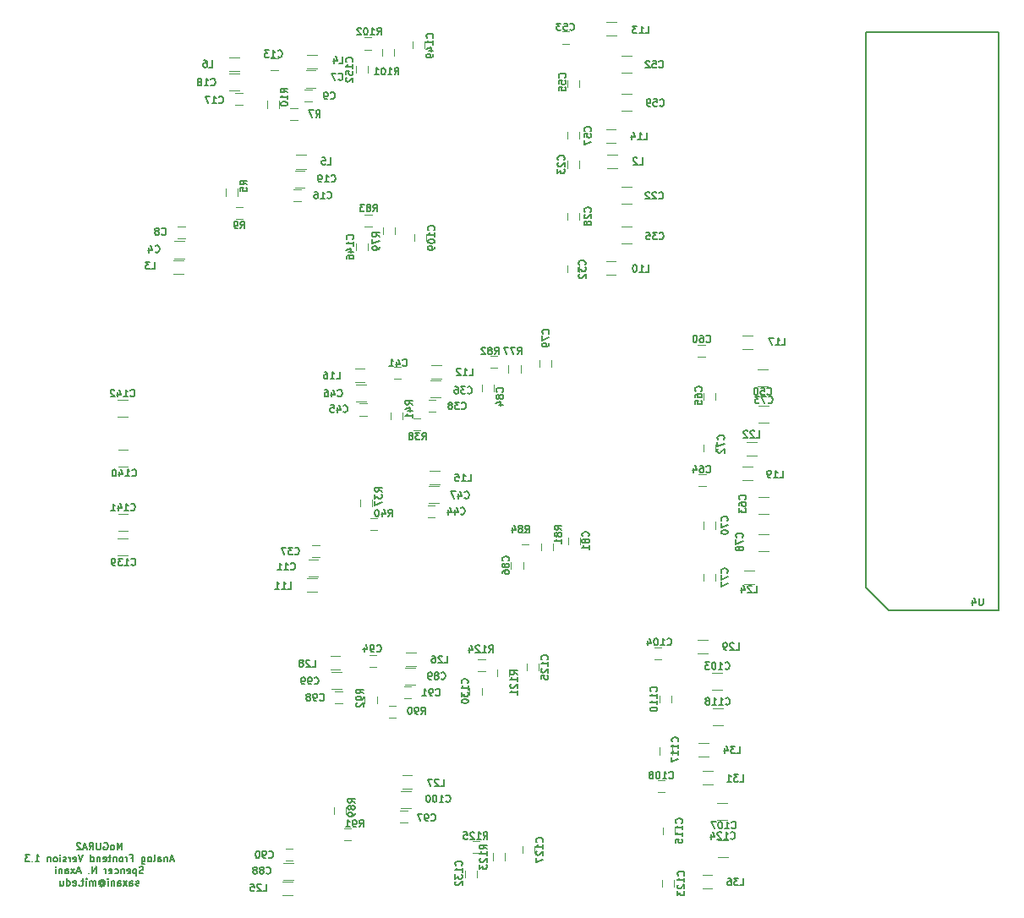
<source format=gbr>
G04 #@! TF.GenerationSoftware,KiCad,Pcbnew,(5.1.5-0-10_14)*
G04 #@! TF.CreationDate,2021-03-04T08:39:19-05:00*
G04 #@! TF.ProjectId,FEA,4645412e-6b69-4636-9164-5f7063625858,rev?*
G04 #@! TF.SameCoordinates,Original*
G04 #@! TF.FileFunction,Legend,Bot*
G04 #@! TF.FilePolarity,Positive*
%FSLAX46Y46*%
G04 Gerber Fmt 4.6, Leading zero omitted, Abs format (unit mm)*
G04 Created by KiCad (PCBNEW (5.1.5-0-10_14)) date 2021-03-04 08:39:19*
%MOMM*%
%LPD*%
G04 APERTURE LIST*
%ADD10C,0.150000*%
%ADD11C,0.120000*%
G04 APERTURE END LIST*
D10*
X31830000Y-179986666D02*
X31830000Y-179286666D01*
X31596666Y-179786666D01*
X31363333Y-179286666D01*
X31363333Y-179986666D01*
X30930000Y-179986666D02*
X30996666Y-179953333D01*
X31030000Y-179920000D01*
X31063333Y-179853333D01*
X31063333Y-179653333D01*
X31030000Y-179586666D01*
X30996666Y-179553333D01*
X30930000Y-179520000D01*
X30830000Y-179520000D01*
X30763333Y-179553333D01*
X30730000Y-179586666D01*
X30696666Y-179653333D01*
X30696666Y-179853333D01*
X30730000Y-179920000D01*
X30763333Y-179953333D01*
X30830000Y-179986666D01*
X30930000Y-179986666D01*
X30030000Y-179320000D02*
X30096666Y-179286666D01*
X30196666Y-179286666D01*
X30296666Y-179320000D01*
X30363333Y-179386666D01*
X30396666Y-179453333D01*
X30430000Y-179586666D01*
X30430000Y-179686666D01*
X30396666Y-179820000D01*
X30363333Y-179886666D01*
X30296666Y-179953333D01*
X30196666Y-179986666D01*
X30130000Y-179986666D01*
X30030000Y-179953333D01*
X29996666Y-179920000D01*
X29996666Y-179686666D01*
X30130000Y-179686666D01*
X29696666Y-179286666D02*
X29696666Y-179853333D01*
X29663333Y-179920000D01*
X29630000Y-179953333D01*
X29563333Y-179986666D01*
X29430000Y-179986666D01*
X29363333Y-179953333D01*
X29330000Y-179920000D01*
X29296666Y-179853333D01*
X29296666Y-179286666D01*
X28563333Y-179986666D02*
X28796666Y-179653333D01*
X28963333Y-179986666D02*
X28963333Y-179286666D01*
X28696666Y-179286666D01*
X28630000Y-179320000D01*
X28596666Y-179353333D01*
X28563333Y-179420000D01*
X28563333Y-179520000D01*
X28596666Y-179586666D01*
X28630000Y-179620000D01*
X28696666Y-179653333D01*
X28963333Y-179653333D01*
X28296666Y-179786666D02*
X27963333Y-179786666D01*
X28363333Y-179986666D02*
X28130000Y-179286666D01*
X27896666Y-179986666D01*
X27696666Y-179353333D02*
X27663333Y-179320000D01*
X27596666Y-179286666D01*
X27430000Y-179286666D01*
X27363333Y-179320000D01*
X27330000Y-179353333D01*
X27296666Y-179420000D01*
X27296666Y-179486666D01*
X27330000Y-179586666D01*
X27730000Y-179986666D01*
X27296666Y-179986666D01*
X37013333Y-180986666D02*
X36680000Y-180986666D01*
X37080000Y-181186666D02*
X36846666Y-180486666D01*
X36613333Y-181186666D01*
X36380000Y-180720000D02*
X36380000Y-181186666D01*
X36380000Y-180786666D02*
X36346666Y-180753333D01*
X36280000Y-180720000D01*
X36180000Y-180720000D01*
X36113333Y-180753333D01*
X36080000Y-180820000D01*
X36080000Y-181186666D01*
X35446666Y-181186666D02*
X35446666Y-180820000D01*
X35480000Y-180753333D01*
X35546666Y-180720000D01*
X35680000Y-180720000D01*
X35746666Y-180753333D01*
X35446666Y-181153333D02*
X35513333Y-181186666D01*
X35680000Y-181186666D01*
X35746666Y-181153333D01*
X35780000Y-181086666D01*
X35780000Y-181020000D01*
X35746666Y-180953333D01*
X35680000Y-180920000D01*
X35513333Y-180920000D01*
X35446666Y-180886666D01*
X35013333Y-181186666D02*
X35080000Y-181153333D01*
X35113333Y-181086666D01*
X35113333Y-180486666D01*
X34646666Y-181186666D02*
X34713333Y-181153333D01*
X34746666Y-181120000D01*
X34780000Y-181053333D01*
X34780000Y-180853333D01*
X34746666Y-180786666D01*
X34713333Y-180753333D01*
X34646666Y-180720000D01*
X34546666Y-180720000D01*
X34480000Y-180753333D01*
X34446666Y-180786666D01*
X34413333Y-180853333D01*
X34413333Y-181053333D01*
X34446666Y-181120000D01*
X34480000Y-181153333D01*
X34546666Y-181186666D01*
X34646666Y-181186666D01*
X33813333Y-180720000D02*
X33813333Y-181286666D01*
X33846666Y-181353333D01*
X33880000Y-181386666D01*
X33946666Y-181420000D01*
X34046666Y-181420000D01*
X34113333Y-181386666D01*
X33813333Y-181153333D02*
X33880000Y-181186666D01*
X34013333Y-181186666D01*
X34080000Y-181153333D01*
X34113333Y-181120000D01*
X34146666Y-181053333D01*
X34146666Y-180853333D01*
X34113333Y-180786666D01*
X34080000Y-180753333D01*
X34013333Y-180720000D01*
X33880000Y-180720000D01*
X33813333Y-180753333D01*
X32713333Y-180820000D02*
X32946666Y-180820000D01*
X32946666Y-181186666D02*
X32946666Y-180486666D01*
X32613333Y-180486666D01*
X32346666Y-181186666D02*
X32346666Y-180720000D01*
X32346666Y-180853333D02*
X32313333Y-180786666D01*
X32280000Y-180753333D01*
X32213333Y-180720000D01*
X32146666Y-180720000D01*
X31813333Y-181186666D02*
X31880000Y-181153333D01*
X31913333Y-181120000D01*
X31946666Y-181053333D01*
X31946666Y-180853333D01*
X31913333Y-180786666D01*
X31880000Y-180753333D01*
X31813333Y-180720000D01*
X31713333Y-180720000D01*
X31646666Y-180753333D01*
X31613333Y-180786666D01*
X31580000Y-180853333D01*
X31580000Y-181053333D01*
X31613333Y-181120000D01*
X31646666Y-181153333D01*
X31713333Y-181186666D01*
X31813333Y-181186666D01*
X31280000Y-180720000D02*
X31280000Y-181186666D01*
X31280000Y-180786666D02*
X31246666Y-180753333D01*
X31180000Y-180720000D01*
X31080000Y-180720000D01*
X31013333Y-180753333D01*
X30980000Y-180820000D01*
X30980000Y-181186666D01*
X30746666Y-180720000D02*
X30479999Y-180720000D01*
X30646666Y-180486666D02*
X30646666Y-181086666D01*
X30613333Y-181153333D01*
X30546666Y-181186666D01*
X30479999Y-181186666D01*
X29979999Y-181153333D02*
X30046666Y-181186666D01*
X30179999Y-181186666D01*
X30246666Y-181153333D01*
X30279999Y-181086666D01*
X30279999Y-180820000D01*
X30246666Y-180753333D01*
X30179999Y-180720000D01*
X30046666Y-180720000D01*
X29979999Y-180753333D01*
X29946666Y-180820000D01*
X29946666Y-180886666D01*
X30279999Y-180953333D01*
X29646666Y-180720000D02*
X29646666Y-181186666D01*
X29646666Y-180786666D02*
X29613333Y-180753333D01*
X29546666Y-180720000D01*
X29446666Y-180720000D01*
X29379999Y-180753333D01*
X29346666Y-180820000D01*
X29346666Y-181186666D01*
X28713333Y-181186666D02*
X28713333Y-180486666D01*
X28713333Y-181153333D02*
X28779999Y-181186666D01*
X28913333Y-181186666D01*
X28979999Y-181153333D01*
X29013333Y-181120000D01*
X29046666Y-181053333D01*
X29046666Y-180853333D01*
X29013333Y-180786666D01*
X28979999Y-180753333D01*
X28913333Y-180720000D01*
X28779999Y-180720000D01*
X28713333Y-180753333D01*
X27946666Y-180486666D02*
X27713333Y-181186666D01*
X27480000Y-180486666D01*
X26980000Y-181153333D02*
X27046666Y-181186666D01*
X27180000Y-181186666D01*
X27246666Y-181153333D01*
X27280000Y-181086666D01*
X27280000Y-180820000D01*
X27246666Y-180753333D01*
X27180000Y-180720000D01*
X27046666Y-180720000D01*
X26980000Y-180753333D01*
X26946666Y-180820000D01*
X26946666Y-180886666D01*
X27280000Y-180953333D01*
X26646666Y-181186666D02*
X26646666Y-180720000D01*
X26646666Y-180853333D02*
X26613333Y-180786666D01*
X26580000Y-180753333D01*
X26513333Y-180720000D01*
X26446666Y-180720000D01*
X26246666Y-181153333D02*
X26180000Y-181186666D01*
X26046666Y-181186666D01*
X25980000Y-181153333D01*
X25946666Y-181086666D01*
X25946666Y-181053333D01*
X25980000Y-180986666D01*
X26046666Y-180953333D01*
X26146666Y-180953333D01*
X26213333Y-180920000D01*
X26246666Y-180853333D01*
X26246666Y-180820000D01*
X26213333Y-180753333D01*
X26146666Y-180720000D01*
X26046666Y-180720000D01*
X25980000Y-180753333D01*
X25646666Y-181186666D02*
X25646666Y-180720000D01*
X25646666Y-180486666D02*
X25680000Y-180520000D01*
X25646666Y-180553333D01*
X25613333Y-180520000D01*
X25646666Y-180486666D01*
X25646666Y-180553333D01*
X25213333Y-181186666D02*
X25280000Y-181153333D01*
X25313333Y-181120000D01*
X25346666Y-181053333D01*
X25346666Y-180853333D01*
X25313333Y-180786666D01*
X25280000Y-180753333D01*
X25213333Y-180720000D01*
X25113333Y-180720000D01*
X25046666Y-180753333D01*
X25013333Y-180786666D01*
X24980000Y-180853333D01*
X24980000Y-181053333D01*
X25013333Y-181120000D01*
X25046666Y-181153333D01*
X25113333Y-181186666D01*
X25213333Y-181186666D01*
X24680000Y-180720000D02*
X24680000Y-181186666D01*
X24680000Y-180786666D02*
X24646666Y-180753333D01*
X24580000Y-180720000D01*
X24480000Y-180720000D01*
X24413333Y-180753333D01*
X24380000Y-180820000D01*
X24380000Y-181186666D01*
X23146666Y-181186666D02*
X23546666Y-181186666D01*
X23346666Y-181186666D02*
X23346666Y-180486666D01*
X23413333Y-180586666D01*
X23480000Y-180653333D01*
X23546666Y-180686666D01*
X22846666Y-181120000D02*
X22813333Y-181153333D01*
X22846666Y-181186666D01*
X22880000Y-181153333D01*
X22846666Y-181120000D01*
X22846666Y-181186666D01*
X22580000Y-180486666D02*
X22146666Y-180486666D01*
X22380000Y-180753333D01*
X22280000Y-180753333D01*
X22213333Y-180786666D01*
X22180000Y-180820000D01*
X22146666Y-180886666D01*
X22146666Y-181053333D01*
X22180000Y-181120000D01*
X22213333Y-181153333D01*
X22280000Y-181186666D01*
X22480000Y-181186666D01*
X22546666Y-181153333D01*
X22580000Y-181120000D01*
X33980000Y-182353333D02*
X33880000Y-182386666D01*
X33713333Y-182386666D01*
X33646666Y-182353333D01*
X33613333Y-182320000D01*
X33580000Y-182253333D01*
X33580000Y-182186666D01*
X33613333Y-182120000D01*
X33646666Y-182086666D01*
X33713333Y-182053333D01*
X33846666Y-182020000D01*
X33913333Y-181986666D01*
X33946666Y-181953333D01*
X33980000Y-181886666D01*
X33980000Y-181820000D01*
X33946666Y-181753333D01*
X33913333Y-181720000D01*
X33846666Y-181686666D01*
X33680000Y-181686666D01*
X33580000Y-181720000D01*
X33280000Y-181920000D02*
X33280000Y-182620000D01*
X33280000Y-181953333D02*
X33213333Y-181920000D01*
X33080000Y-181920000D01*
X33013333Y-181953333D01*
X32980000Y-181986666D01*
X32946666Y-182053333D01*
X32946666Y-182253333D01*
X32980000Y-182320000D01*
X33013333Y-182353333D01*
X33080000Y-182386666D01*
X33213333Y-182386666D01*
X33280000Y-182353333D01*
X32380000Y-182353333D02*
X32446666Y-182386666D01*
X32580000Y-182386666D01*
X32646666Y-182353333D01*
X32680000Y-182286666D01*
X32680000Y-182020000D01*
X32646666Y-181953333D01*
X32580000Y-181920000D01*
X32446666Y-181920000D01*
X32380000Y-181953333D01*
X32346666Y-182020000D01*
X32346666Y-182086666D01*
X32680000Y-182153333D01*
X32046666Y-181920000D02*
X32046666Y-182386666D01*
X32046666Y-181986666D02*
X32013333Y-181953333D01*
X31946666Y-181920000D01*
X31846666Y-181920000D01*
X31780000Y-181953333D01*
X31746666Y-182020000D01*
X31746666Y-182386666D01*
X31113333Y-182353333D02*
X31180000Y-182386666D01*
X31313333Y-182386666D01*
X31380000Y-182353333D01*
X31413333Y-182320000D01*
X31446666Y-182253333D01*
X31446666Y-182053333D01*
X31413333Y-181986666D01*
X31380000Y-181953333D01*
X31313333Y-181920000D01*
X31180000Y-181920000D01*
X31113333Y-181953333D01*
X30546666Y-182353333D02*
X30613333Y-182386666D01*
X30746666Y-182386666D01*
X30813333Y-182353333D01*
X30846666Y-182286666D01*
X30846666Y-182020000D01*
X30813333Y-181953333D01*
X30746666Y-181920000D01*
X30613333Y-181920000D01*
X30546666Y-181953333D01*
X30513333Y-182020000D01*
X30513333Y-182086666D01*
X30846666Y-182153333D01*
X30213333Y-182386666D02*
X30213333Y-181920000D01*
X30213333Y-182053333D02*
X30180000Y-181986666D01*
X30146666Y-181953333D01*
X30080000Y-181920000D01*
X30013333Y-181920000D01*
X29246666Y-182386666D02*
X29246666Y-181686666D01*
X28846666Y-182386666D01*
X28846666Y-181686666D01*
X28513333Y-182320000D02*
X28480000Y-182353333D01*
X28513333Y-182386666D01*
X28546666Y-182353333D01*
X28513333Y-182320000D01*
X28513333Y-182386666D01*
X27680000Y-182186666D02*
X27346666Y-182186666D01*
X27746666Y-182386666D02*
X27513333Y-181686666D01*
X27280000Y-182386666D01*
X27113333Y-182386666D02*
X26746666Y-181920000D01*
X27113333Y-181920000D02*
X26746666Y-182386666D01*
X26180000Y-182386666D02*
X26180000Y-182020000D01*
X26213333Y-181953333D01*
X26280000Y-181920000D01*
X26413333Y-181920000D01*
X26480000Y-181953333D01*
X26180000Y-182353333D02*
X26246666Y-182386666D01*
X26413333Y-182386666D01*
X26480000Y-182353333D01*
X26513333Y-182286666D01*
X26513333Y-182220000D01*
X26480000Y-182153333D01*
X26413333Y-182120000D01*
X26246666Y-182120000D01*
X26180000Y-182086666D01*
X25846666Y-181920000D02*
X25846666Y-182386666D01*
X25846666Y-181986666D02*
X25813333Y-181953333D01*
X25746666Y-181920000D01*
X25646666Y-181920000D01*
X25580000Y-181953333D01*
X25546666Y-182020000D01*
X25546666Y-182386666D01*
X25213333Y-182386666D02*
X25213333Y-181920000D01*
X25213333Y-181686666D02*
X25246666Y-181720000D01*
X25213333Y-181753333D01*
X25180000Y-181720000D01*
X25213333Y-181686666D01*
X25213333Y-181753333D01*
X33513333Y-183553333D02*
X33446666Y-183586666D01*
X33313333Y-183586666D01*
X33246666Y-183553333D01*
X33213333Y-183486666D01*
X33213333Y-183453333D01*
X33246666Y-183386666D01*
X33313333Y-183353333D01*
X33413333Y-183353333D01*
X33480000Y-183320000D01*
X33513333Y-183253333D01*
X33513333Y-183220000D01*
X33480000Y-183153333D01*
X33413333Y-183120000D01*
X33313333Y-183120000D01*
X33246666Y-183153333D01*
X32613333Y-183586666D02*
X32613333Y-183220000D01*
X32646666Y-183153333D01*
X32713333Y-183120000D01*
X32846666Y-183120000D01*
X32913333Y-183153333D01*
X32613333Y-183553333D02*
X32680000Y-183586666D01*
X32846666Y-183586666D01*
X32913333Y-183553333D01*
X32946666Y-183486666D01*
X32946666Y-183420000D01*
X32913333Y-183353333D01*
X32846666Y-183320000D01*
X32680000Y-183320000D01*
X32613333Y-183286666D01*
X32346666Y-183586666D02*
X31980000Y-183120000D01*
X32346666Y-183120000D02*
X31980000Y-183586666D01*
X31413333Y-183586666D02*
X31413333Y-183220000D01*
X31446666Y-183153333D01*
X31513333Y-183120000D01*
X31646666Y-183120000D01*
X31713333Y-183153333D01*
X31413333Y-183553333D02*
X31480000Y-183586666D01*
X31646666Y-183586666D01*
X31713333Y-183553333D01*
X31746666Y-183486666D01*
X31746666Y-183420000D01*
X31713333Y-183353333D01*
X31646666Y-183320000D01*
X31480000Y-183320000D01*
X31413333Y-183286666D01*
X31080000Y-183120000D02*
X31080000Y-183586666D01*
X31080000Y-183186666D02*
X31046666Y-183153333D01*
X30980000Y-183120000D01*
X30880000Y-183120000D01*
X30813333Y-183153333D01*
X30780000Y-183220000D01*
X30780000Y-183586666D01*
X30446666Y-183586666D02*
X30446666Y-183120000D01*
X30446666Y-182886666D02*
X30480000Y-182920000D01*
X30446666Y-182953333D01*
X30413333Y-182920000D01*
X30446666Y-182886666D01*
X30446666Y-182953333D01*
X29680000Y-183253333D02*
X29713333Y-183220000D01*
X29780000Y-183186666D01*
X29846666Y-183186666D01*
X29913333Y-183220000D01*
X29946666Y-183253333D01*
X29980000Y-183320000D01*
X29980000Y-183386666D01*
X29946666Y-183453333D01*
X29913333Y-183486666D01*
X29846666Y-183520000D01*
X29780000Y-183520000D01*
X29713333Y-183486666D01*
X29680000Y-183453333D01*
X29680000Y-183186666D02*
X29680000Y-183453333D01*
X29646666Y-183486666D01*
X29613333Y-183486666D01*
X29546666Y-183453333D01*
X29513333Y-183386666D01*
X29513333Y-183220000D01*
X29580000Y-183120000D01*
X29680000Y-183053333D01*
X29813333Y-183020000D01*
X29946666Y-183053333D01*
X30046666Y-183120000D01*
X30113333Y-183220000D01*
X30146666Y-183353333D01*
X30113333Y-183486666D01*
X30046666Y-183586666D01*
X29946666Y-183653333D01*
X29813333Y-183686666D01*
X29680000Y-183653333D01*
X29580000Y-183586666D01*
X29213333Y-183586666D02*
X29213333Y-183120000D01*
X29213333Y-183186666D02*
X29180000Y-183153333D01*
X29113333Y-183120000D01*
X29013333Y-183120000D01*
X28946666Y-183153333D01*
X28913333Y-183220000D01*
X28913333Y-183586666D01*
X28913333Y-183220000D02*
X28880000Y-183153333D01*
X28813333Y-183120000D01*
X28713333Y-183120000D01*
X28646666Y-183153333D01*
X28613333Y-183220000D01*
X28613333Y-183586666D01*
X28280000Y-183586666D02*
X28280000Y-183120000D01*
X28280000Y-182886666D02*
X28313333Y-182920000D01*
X28280000Y-182953333D01*
X28246666Y-182920000D01*
X28280000Y-182886666D01*
X28280000Y-182953333D01*
X28046666Y-183120000D02*
X27780000Y-183120000D01*
X27946666Y-182886666D02*
X27946666Y-183486666D01*
X27913333Y-183553333D01*
X27846666Y-183586666D01*
X27780000Y-183586666D01*
X27546666Y-183520000D02*
X27513333Y-183553333D01*
X27546666Y-183586666D01*
X27580000Y-183553333D01*
X27546666Y-183520000D01*
X27546666Y-183586666D01*
X26946666Y-183553333D02*
X27013333Y-183586666D01*
X27146666Y-183586666D01*
X27213333Y-183553333D01*
X27246666Y-183486666D01*
X27246666Y-183220000D01*
X27213333Y-183153333D01*
X27146666Y-183120000D01*
X27013333Y-183120000D01*
X26946666Y-183153333D01*
X26913333Y-183220000D01*
X26913333Y-183286666D01*
X27246666Y-183353333D01*
X26313333Y-183586666D02*
X26313333Y-182886666D01*
X26313333Y-183553333D02*
X26380000Y-183586666D01*
X26513333Y-183586666D01*
X26580000Y-183553333D01*
X26613333Y-183520000D01*
X26646666Y-183453333D01*
X26646666Y-183253333D01*
X26613333Y-183186666D01*
X26580000Y-183153333D01*
X26513333Y-183120000D01*
X26380000Y-183120000D01*
X26313333Y-183153333D01*
X25680000Y-183120000D02*
X25680000Y-183586666D01*
X25980000Y-183120000D02*
X25980000Y-183486666D01*
X25946666Y-183553333D01*
X25880000Y-183586666D01*
X25780000Y-183586666D01*
X25713333Y-183553333D01*
X25680000Y-183520000D01*
D11*
X82900000Y-119300000D02*
X81900000Y-119300000D01*
X81900000Y-117600000D02*
X82900000Y-117600000D01*
D10*
X106325000Y-151825000D02*
X106325000Y-102325000D01*
X119625000Y-151825000D02*
X119625000Y-102325000D01*
X108625000Y-156025000D02*
X106325000Y-153725000D01*
X106325000Y-153725000D02*
X106325000Y-151825000D01*
X108625000Y-156025000D02*
X119625000Y-156025000D01*
X119625000Y-156025000D02*
X119625000Y-151825000D01*
X106325000Y-102325000D02*
X106325000Y-98125000D01*
X106325000Y-98125000D02*
X119625000Y-98125000D01*
X119625000Y-98125000D02*
X119625000Y-102325000D01*
D11*
X32400000Y-150550000D02*
X31400000Y-150550000D01*
X31400000Y-148850000D02*
X32400000Y-148850000D01*
X32450000Y-141650000D02*
X31450000Y-141650000D01*
X31450000Y-139950000D02*
X32450000Y-139950000D01*
X31450000Y-146350000D02*
X32450000Y-146350000D01*
X32450000Y-148050000D02*
X31450000Y-148050000D01*
X31400000Y-134950000D02*
X32400000Y-134950000D01*
X32400000Y-136650000D02*
X31400000Y-136650000D01*
X62300000Y-119000000D02*
X62300000Y-118300000D01*
X61100000Y-118300000D02*
X61100000Y-119000000D01*
X55300000Y-119250000D02*
X55300000Y-119950000D01*
X56500000Y-119950000D02*
X56500000Y-119250000D01*
X60950000Y-99050000D02*
X60950000Y-99750000D01*
X62150000Y-99750000D02*
X62150000Y-99050000D01*
X55250000Y-101500000D02*
X55250000Y-102200000D01*
X56450000Y-102200000D02*
X56450000Y-101500000D01*
X59200000Y-118350000D02*
X59200000Y-117650000D01*
X58000000Y-117650000D02*
X58000000Y-118350000D01*
X59100000Y-100500000D02*
X59100000Y-99800000D01*
X57900000Y-99800000D02*
X57900000Y-100500000D01*
X56850000Y-116350000D02*
X56150000Y-116350000D01*
X56150000Y-117550000D02*
X56850000Y-117550000D01*
X56800000Y-98650000D02*
X56100000Y-98650000D01*
X56100000Y-99850000D02*
X56800000Y-99850000D01*
X37100000Y-119050000D02*
X38100000Y-119050000D01*
X38100000Y-120750000D02*
X37100000Y-120750000D01*
X50250000Y-101950000D02*
X51250000Y-101950000D01*
X51250000Y-103650000D02*
X50250000Y-103650000D01*
X38150000Y-117600000D02*
X37450000Y-117600000D01*
X37450000Y-118800000D02*
X38150000Y-118800000D01*
X50150000Y-105050000D02*
X50850000Y-105050000D01*
X50850000Y-103850000D02*
X50150000Y-103850000D01*
X47450000Y-100700000D02*
X46750000Y-100700000D01*
X46750000Y-101900000D02*
X47450000Y-101900000D01*
X49750000Y-113850000D02*
X49050000Y-113850000D01*
X49050000Y-115050000D02*
X49750000Y-115050000D01*
X43200000Y-105400000D02*
X43900000Y-105400000D01*
X43900000Y-104200000D02*
X43200000Y-104200000D01*
X42600000Y-102250000D02*
X43600000Y-102250000D01*
X43600000Y-103950000D02*
X42600000Y-103950000D01*
X49150000Y-112000000D02*
X50150000Y-112000000D01*
X50150000Y-113700000D02*
X49150000Y-113700000D01*
X37000000Y-122280000D02*
X38000000Y-122280000D01*
X38000000Y-120920000D02*
X37000000Y-120920000D01*
X50400000Y-101730000D02*
X51400000Y-101730000D01*
X51400000Y-100370000D02*
X50400000Y-100370000D01*
X49250000Y-111780000D02*
X50250000Y-111780000D01*
X50250000Y-110420000D02*
X49250000Y-110420000D01*
X43600000Y-100620000D02*
X42600000Y-100620000D01*
X42600000Y-101980000D02*
X43600000Y-101980000D01*
X42250000Y-113800000D02*
X42250000Y-114500000D01*
X43450000Y-114500000D02*
X43450000Y-113800000D01*
X48700000Y-106900000D02*
X49400000Y-106900000D01*
X49400000Y-105700000D02*
X48700000Y-105700000D01*
X43950000Y-115650000D02*
X43250000Y-115650000D01*
X43250000Y-116850000D02*
X43950000Y-116850000D01*
X46400000Y-105000000D02*
X46400000Y-105700000D01*
X47600000Y-105700000D02*
X47600000Y-105000000D01*
X81900000Y-113600000D02*
X82900000Y-113600000D01*
X82900000Y-115300000D02*
X81900000Y-115300000D01*
X77600000Y-111700000D02*
X77600000Y-111000000D01*
X76400000Y-111000000D02*
X76400000Y-111700000D01*
X77600000Y-116900000D02*
X77600000Y-116200000D01*
X76400000Y-116200000D02*
X76400000Y-116900000D01*
X77600000Y-122150000D02*
X77600000Y-121450000D01*
X76400000Y-121450000D02*
X76400000Y-122150000D01*
X81900000Y-100500000D02*
X82900000Y-100500000D01*
X82900000Y-102200000D02*
X81900000Y-102200000D01*
X75900000Y-99250000D02*
X76600000Y-99250000D01*
X76600000Y-98050000D02*
X75900000Y-98050000D01*
X76400000Y-102900000D02*
X76400000Y-103600000D01*
X77600000Y-103600000D02*
X77600000Y-102900000D01*
X76400000Y-108100000D02*
X76400000Y-108800000D01*
X77600000Y-108800000D02*
X77600000Y-108100000D01*
X82900000Y-106000000D02*
X81900000Y-106000000D01*
X81900000Y-104300000D02*
X82900000Y-104300000D01*
X80400000Y-111730000D02*
X81400000Y-111730000D01*
X81400000Y-110370000D02*
X80400000Y-110370000D01*
X81300000Y-121020000D02*
X80300000Y-121020000D01*
X80300000Y-122380000D02*
X81300000Y-122380000D01*
X81350000Y-97120000D02*
X80350000Y-97120000D01*
X80350000Y-98480000D02*
X81350000Y-98480000D01*
X80300000Y-109230000D02*
X81300000Y-109230000D01*
X81300000Y-107870000D02*
X80300000Y-107870000D01*
X50500000Y-150900000D02*
X51500000Y-150900000D01*
X51500000Y-152600000D02*
X50500000Y-152600000D01*
X63700000Y-134650000D02*
X62700000Y-134650000D01*
X62700000Y-132950000D02*
X63700000Y-132950000D01*
X51600000Y-149500000D02*
X50900000Y-149500000D01*
X50900000Y-150700000D02*
X51600000Y-150700000D01*
X62550000Y-136100000D02*
X63250000Y-136100000D01*
X63250000Y-134900000D02*
X62550000Y-134900000D01*
X59100000Y-132850000D02*
X59800000Y-132850000D01*
X59800000Y-131650000D02*
X59100000Y-131650000D01*
X63150000Y-145500000D02*
X62450000Y-145500000D01*
X62450000Y-146700000D02*
X63150000Y-146700000D01*
X55650000Y-136500000D02*
X56350000Y-136500000D01*
X56350000Y-135300000D02*
X55650000Y-135300000D01*
X56250000Y-135100000D02*
X55250000Y-135100000D01*
X55250000Y-133400000D02*
X56250000Y-133400000D01*
X62550000Y-143600000D02*
X63550000Y-143600000D01*
X63550000Y-145300000D02*
X62550000Y-145300000D01*
X95500000Y-131850000D02*
X96500000Y-131850000D01*
X96500000Y-133550000D02*
X95500000Y-133550000D01*
X90200000Y-129400000D02*
X89500000Y-129400000D01*
X89500000Y-130600000D02*
X90200000Y-130600000D01*
X96600000Y-146350000D02*
X95600000Y-146350000D01*
X95600000Y-144650000D02*
X96600000Y-144650000D01*
X89600000Y-143600000D02*
X90300000Y-143600000D01*
X90300000Y-142400000D02*
X89600000Y-142400000D01*
X91250000Y-134950000D02*
X91250000Y-134250000D01*
X90050000Y-134250000D02*
X90050000Y-134950000D01*
X90100000Y-147150000D02*
X90100000Y-147850000D01*
X91300000Y-147850000D02*
X91300000Y-147150000D01*
X91250000Y-140100000D02*
X91250000Y-139400000D01*
X90050000Y-139400000D02*
X90050000Y-140100000D01*
X96600000Y-137200000D02*
X95600000Y-137200000D01*
X95600000Y-135500000D02*
X96600000Y-135500000D01*
X90100000Y-152350000D02*
X90100000Y-153050000D01*
X91300000Y-153050000D02*
X91300000Y-152350000D01*
X95550000Y-148400000D02*
X96550000Y-148400000D01*
X96550000Y-150100000D02*
X95550000Y-150100000D01*
X74850000Y-131650000D02*
X74850000Y-130950000D01*
X73650000Y-130950000D02*
X73650000Y-131650000D01*
X76550000Y-148700000D02*
X76550000Y-149400000D01*
X77750000Y-149400000D02*
X77750000Y-148700000D01*
X69100000Y-134100000D02*
X69100000Y-133400000D01*
X67900000Y-133400000D02*
X67900000Y-134100000D01*
X70800000Y-151150000D02*
X70800000Y-151850000D01*
X72000000Y-151850000D02*
X72000000Y-151150000D01*
X50400000Y-154180000D02*
X51400000Y-154180000D01*
X51400000Y-152820000D02*
X50400000Y-152820000D01*
X63800000Y-131420000D02*
X62800000Y-131420000D01*
X62800000Y-132780000D02*
X63800000Y-132780000D01*
X63650000Y-142020000D02*
X62650000Y-142020000D01*
X62650000Y-143380000D02*
X63650000Y-143380000D01*
X55150000Y-133180000D02*
X56150000Y-133180000D01*
X56150000Y-131820000D02*
X55150000Y-131820000D01*
X95000000Y-128520000D02*
X94000000Y-128520000D01*
X94000000Y-129880000D02*
X95000000Y-129880000D01*
X94950000Y-141620000D02*
X93950000Y-141620000D01*
X93950000Y-142980000D02*
X94950000Y-142980000D01*
X95400000Y-139170000D02*
X94400000Y-139170000D01*
X94400000Y-140530000D02*
X95400000Y-140530000D01*
X95150000Y-152020000D02*
X94150000Y-152020000D01*
X94150000Y-153380000D02*
X95150000Y-153380000D01*
X56900000Y-145600000D02*
X56900000Y-144900000D01*
X55700000Y-144900000D02*
X55700000Y-145600000D01*
X61050000Y-138000000D02*
X61750000Y-138000000D01*
X61750000Y-136800000D02*
X61050000Y-136800000D01*
X57400000Y-146750000D02*
X56700000Y-146750000D01*
X56700000Y-147950000D02*
X57400000Y-147950000D01*
X59950000Y-136900000D02*
X59950000Y-136200000D01*
X58750000Y-136200000D02*
X58750000Y-136900000D01*
X71750000Y-132200000D02*
X71750000Y-131500000D01*
X70550000Y-131500000D02*
X70550000Y-132200000D01*
X75000000Y-150000000D02*
X75000000Y-149300000D01*
X73800000Y-149300000D02*
X73800000Y-150000000D01*
X68750000Y-131700000D02*
X69450000Y-131700000D01*
X69450000Y-130500000D02*
X68750000Y-130500000D01*
X71850000Y-149450000D02*
X72550000Y-149450000D01*
X72550000Y-148250000D02*
X71850000Y-148250000D01*
X48000000Y-181300000D02*
X49000000Y-181300000D01*
X49000000Y-183000000D02*
X48000000Y-183000000D01*
X61200000Y-163450000D02*
X60200000Y-163450000D01*
X60200000Y-161750000D02*
X61200000Y-161750000D01*
X48950000Y-179900000D02*
X48250000Y-179900000D01*
X48250000Y-181100000D02*
X48950000Y-181100000D01*
X60100000Y-164850000D02*
X60800000Y-164850000D01*
X60800000Y-163650000D02*
X60100000Y-163650000D01*
X56600000Y-161700000D02*
X57300000Y-161700000D01*
X57300000Y-160500000D02*
X56600000Y-160500000D01*
X60400000Y-176050000D02*
X59700000Y-176050000D01*
X59700000Y-177250000D02*
X60400000Y-177250000D01*
X53200000Y-165300000D02*
X53900000Y-165300000D01*
X53900000Y-164100000D02*
X53200000Y-164100000D01*
X53800000Y-163900000D02*
X52800000Y-163900000D01*
X52800000Y-162200000D02*
X53800000Y-162200000D01*
X59800000Y-174100000D02*
X60800000Y-174100000D01*
X60800000Y-175800000D02*
X59800000Y-175800000D01*
X90950000Y-162250000D02*
X91950000Y-162250000D01*
X91950000Y-163950000D02*
X90950000Y-163950000D01*
X85850000Y-159750000D02*
X85150000Y-159750000D01*
X85150000Y-160950000D02*
X85850000Y-160950000D01*
X92450000Y-177050000D02*
X91450000Y-177050000D01*
X91450000Y-175350000D02*
X92450000Y-175350000D01*
X85500000Y-174200000D02*
X86200000Y-174200000D01*
X86200000Y-173000000D02*
X85500000Y-173000000D01*
X86850000Y-165250000D02*
X86850000Y-164550000D01*
X85650000Y-164550000D02*
X85650000Y-165250000D01*
X86000000Y-177750000D02*
X86000000Y-178450000D01*
X87200000Y-178450000D02*
X87200000Y-177750000D01*
X86900000Y-170450000D02*
X86900000Y-169750000D01*
X85700000Y-169750000D02*
X85700000Y-170450000D01*
X92000000Y-167500000D02*
X91000000Y-167500000D01*
X91000000Y-165800000D02*
X92000000Y-165800000D01*
X85950000Y-183000000D02*
X85950000Y-183700000D01*
X87150000Y-183700000D02*
X87150000Y-183000000D01*
X91550000Y-179050000D02*
X92550000Y-179050000D01*
X92550000Y-180750000D02*
X91550000Y-180750000D01*
X73600000Y-162050000D02*
X73600000Y-161350000D01*
X72400000Y-161350000D02*
X72400000Y-162050000D01*
X71950000Y-179600000D02*
X71950000Y-180300000D01*
X73150000Y-180300000D02*
X73150000Y-179600000D01*
X67850000Y-164500000D02*
X67850000Y-163800000D01*
X66650000Y-163800000D02*
X66650000Y-164500000D01*
X66200000Y-182050000D02*
X66200000Y-182750000D01*
X67400000Y-182750000D02*
X67400000Y-182050000D01*
X47900000Y-184530000D02*
X48900000Y-184530000D01*
X48900000Y-183170000D02*
X47900000Y-183170000D01*
X61250000Y-160220000D02*
X60250000Y-160220000D01*
X60250000Y-161580000D02*
X61250000Y-161580000D01*
X60900000Y-172520000D02*
X59900000Y-172520000D01*
X59900000Y-173880000D02*
X60900000Y-173880000D01*
X52700000Y-161980000D02*
X53700000Y-161980000D01*
X53700000Y-160620000D02*
X52700000Y-160620000D01*
X90500000Y-158970000D02*
X89500000Y-158970000D01*
X89500000Y-160330000D02*
X90500000Y-160330000D01*
X91000000Y-172070000D02*
X90000000Y-172070000D01*
X90000000Y-173430000D02*
X91000000Y-173430000D01*
X90550000Y-169320000D02*
X89550000Y-169320000D01*
X89550000Y-170680000D02*
X90550000Y-170680000D01*
X90950000Y-182520000D02*
X89950000Y-182520000D01*
X89950000Y-183880000D02*
X90950000Y-183880000D01*
X53050000Y-175700000D02*
X53050000Y-176400000D01*
X54250000Y-176400000D02*
X54250000Y-175700000D01*
X59250000Y-165550000D02*
X58550000Y-165550000D01*
X58550000Y-166750000D02*
X59250000Y-166750000D01*
X54750000Y-177850000D02*
X54050000Y-177850000D01*
X54050000Y-179050000D02*
X54750000Y-179050000D01*
X57350000Y-165350000D02*
X57350000Y-164650000D01*
X56150000Y-164650000D02*
X56150000Y-165350000D01*
X70600000Y-162650000D02*
X70600000Y-161950000D01*
X69400000Y-161950000D02*
X69400000Y-162650000D01*
X70150000Y-181050000D02*
X70150000Y-180350000D01*
X68950000Y-180350000D02*
X68950000Y-181050000D01*
X67500000Y-162100000D02*
X68200000Y-162100000D01*
X68200000Y-160900000D02*
X67500000Y-160900000D01*
X66950000Y-180350000D02*
X67650000Y-180350000D01*
X67650000Y-179150000D02*
X66950000Y-179150000D01*
D10*
X85650000Y-118800000D02*
X85683333Y-118833333D01*
X85783333Y-118866666D01*
X85850000Y-118866666D01*
X85950000Y-118833333D01*
X86016666Y-118766666D01*
X86050000Y-118700000D01*
X86083333Y-118566666D01*
X86083333Y-118466666D01*
X86050000Y-118333333D01*
X86016666Y-118266666D01*
X85950000Y-118200000D01*
X85850000Y-118166666D01*
X85783333Y-118166666D01*
X85683333Y-118200000D01*
X85650000Y-118233333D01*
X85416666Y-118166666D02*
X84983333Y-118166666D01*
X85216666Y-118433333D01*
X85116666Y-118433333D01*
X85050000Y-118466666D01*
X85016666Y-118500000D01*
X84983333Y-118566666D01*
X84983333Y-118733333D01*
X85016666Y-118800000D01*
X85050000Y-118833333D01*
X85116666Y-118866666D01*
X85316666Y-118866666D01*
X85383333Y-118833333D01*
X85416666Y-118800000D01*
X84350000Y-118166666D02*
X84683333Y-118166666D01*
X84716666Y-118500000D01*
X84683333Y-118466666D01*
X84616666Y-118433333D01*
X84450000Y-118433333D01*
X84383333Y-118466666D01*
X84350000Y-118500000D01*
X84316666Y-118566666D01*
X84316666Y-118733333D01*
X84350000Y-118800000D01*
X84383333Y-118833333D01*
X84450000Y-118866666D01*
X84616666Y-118866666D01*
X84683333Y-118833333D01*
X84716666Y-118800000D01*
X118058333Y-154791666D02*
X118058333Y-155358333D01*
X118025000Y-155425000D01*
X117991666Y-155458333D01*
X117925000Y-155491666D01*
X117791666Y-155491666D01*
X117725000Y-155458333D01*
X117691666Y-155425000D01*
X117658333Y-155358333D01*
X117658333Y-154791666D01*
X117025000Y-155025000D02*
X117025000Y-155491666D01*
X117191666Y-154758333D02*
X117358333Y-155258333D01*
X116925000Y-155258333D01*
X32783333Y-151450000D02*
X32816666Y-151483333D01*
X32916666Y-151516666D01*
X32983333Y-151516666D01*
X33083333Y-151483333D01*
X33150000Y-151416666D01*
X33183333Y-151350000D01*
X33216666Y-151216666D01*
X33216666Y-151116666D01*
X33183333Y-150983333D01*
X33150000Y-150916666D01*
X33083333Y-150850000D01*
X32983333Y-150816666D01*
X32916666Y-150816666D01*
X32816666Y-150850000D01*
X32783333Y-150883333D01*
X32116666Y-151516666D02*
X32516666Y-151516666D01*
X32316666Y-151516666D02*
X32316666Y-150816666D01*
X32383333Y-150916666D01*
X32450000Y-150983333D01*
X32516666Y-151016666D01*
X31883333Y-150816666D02*
X31450000Y-150816666D01*
X31683333Y-151083333D01*
X31583333Y-151083333D01*
X31516666Y-151116666D01*
X31483333Y-151150000D01*
X31450000Y-151216666D01*
X31450000Y-151383333D01*
X31483333Y-151450000D01*
X31516666Y-151483333D01*
X31583333Y-151516666D01*
X31783333Y-151516666D01*
X31850000Y-151483333D01*
X31883333Y-151450000D01*
X31116666Y-151516666D02*
X30983333Y-151516666D01*
X30916666Y-151483333D01*
X30883333Y-151450000D01*
X30816666Y-151350000D01*
X30783333Y-151216666D01*
X30783333Y-150950000D01*
X30816666Y-150883333D01*
X30850000Y-150850000D01*
X30916666Y-150816666D01*
X31050000Y-150816666D01*
X31116666Y-150850000D01*
X31150000Y-150883333D01*
X31183333Y-150950000D01*
X31183333Y-151116666D01*
X31150000Y-151183333D01*
X31116666Y-151216666D01*
X31050000Y-151250000D01*
X30916666Y-151250000D01*
X30850000Y-151216666D01*
X30816666Y-151183333D01*
X30783333Y-151116666D01*
X32858333Y-142525000D02*
X32891666Y-142558333D01*
X32991666Y-142591666D01*
X33058333Y-142591666D01*
X33158333Y-142558333D01*
X33225000Y-142491666D01*
X33258333Y-142425000D01*
X33291666Y-142291666D01*
X33291666Y-142191666D01*
X33258333Y-142058333D01*
X33225000Y-141991666D01*
X33158333Y-141925000D01*
X33058333Y-141891666D01*
X32991666Y-141891666D01*
X32891666Y-141925000D01*
X32858333Y-141958333D01*
X32191666Y-142591666D02*
X32591666Y-142591666D01*
X32391666Y-142591666D02*
X32391666Y-141891666D01*
X32458333Y-141991666D01*
X32525000Y-142058333D01*
X32591666Y-142091666D01*
X31591666Y-142125000D02*
X31591666Y-142591666D01*
X31758333Y-141858333D02*
X31925000Y-142358333D01*
X31491666Y-142358333D01*
X31091666Y-141891666D02*
X31025000Y-141891666D01*
X30958333Y-141925000D01*
X30925000Y-141958333D01*
X30891666Y-142025000D01*
X30858333Y-142158333D01*
X30858333Y-142325000D01*
X30891666Y-142458333D01*
X30925000Y-142525000D01*
X30958333Y-142558333D01*
X31025000Y-142591666D01*
X31091666Y-142591666D01*
X31158333Y-142558333D01*
X31191666Y-142525000D01*
X31225000Y-142458333D01*
X31258333Y-142325000D01*
X31258333Y-142158333D01*
X31225000Y-142025000D01*
X31191666Y-141958333D01*
X31158333Y-141925000D01*
X31091666Y-141891666D01*
X32733333Y-145950000D02*
X32766666Y-145983333D01*
X32866666Y-146016666D01*
X32933333Y-146016666D01*
X33033333Y-145983333D01*
X33100000Y-145916666D01*
X33133333Y-145850000D01*
X33166666Y-145716666D01*
X33166666Y-145616666D01*
X33133333Y-145483333D01*
X33100000Y-145416666D01*
X33033333Y-145350000D01*
X32933333Y-145316666D01*
X32866666Y-145316666D01*
X32766666Y-145350000D01*
X32733333Y-145383333D01*
X32066666Y-146016666D02*
X32466666Y-146016666D01*
X32266666Y-146016666D02*
X32266666Y-145316666D01*
X32333333Y-145416666D01*
X32400000Y-145483333D01*
X32466666Y-145516666D01*
X31466666Y-145550000D02*
X31466666Y-146016666D01*
X31633333Y-145283333D02*
X31800000Y-145783333D01*
X31366666Y-145783333D01*
X30733333Y-146016666D02*
X31133333Y-146016666D01*
X30933333Y-146016666D02*
X30933333Y-145316666D01*
X31000000Y-145416666D01*
X31066666Y-145483333D01*
X31133333Y-145516666D01*
X32683333Y-134550000D02*
X32716666Y-134583333D01*
X32816666Y-134616666D01*
X32883333Y-134616666D01*
X32983333Y-134583333D01*
X33050000Y-134516666D01*
X33083333Y-134450000D01*
X33116666Y-134316666D01*
X33116666Y-134216666D01*
X33083333Y-134083333D01*
X33050000Y-134016666D01*
X32983333Y-133950000D01*
X32883333Y-133916666D01*
X32816666Y-133916666D01*
X32716666Y-133950000D01*
X32683333Y-133983333D01*
X32016666Y-134616666D02*
X32416666Y-134616666D01*
X32216666Y-134616666D02*
X32216666Y-133916666D01*
X32283333Y-134016666D01*
X32350000Y-134083333D01*
X32416666Y-134116666D01*
X31416666Y-134150000D02*
X31416666Y-134616666D01*
X31583333Y-133883333D02*
X31750000Y-134383333D01*
X31316666Y-134383333D01*
X31083333Y-133983333D02*
X31050000Y-133950000D01*
X30983333Y-133916666D01*
X30816666Y-133916666D01*
X30750000Y-133950000D01*
X30716666Y-133983333D01*
X30683333Y-134050000D01*
X30683333Y-134116666D01*
X30716666Y-134216666D01*
X31116666Y-134616666D01*
X30683333Y-134616666D01*
X63100000Y-117916666D02*
X63133333Y-117883333D01*
X63166666Y-117783333D01*
X63166666Y-117716666D01*
X63133333Y-117616666D01*
X63066666Y-117550000D01*
X63000000Y-117516666D01*
X62866666Y-117483333D01*
X62766666Y-117483333D01*
X62633333Y-117516666D01*
X62566666Y-117550000D01*
X62500000Y-117616666D01*
X62466666Y-117716666D01*
X62466666Y-117783333D01*
X62500000Y-117883333D01*
X62533333Y-117916666D01*
X63166666Y-118583333D02*
X63166666Y-118183333D01*
X63166666Y-118383333D02*
X62466666Y-118383333D01*
X62566666Y-118316666D01*
X62633333Y-118250000D01*
X62666666Y-118183333D01*
X62466666Y-119016666D02*
X62466666Y-119083333D01*
X62500000Y-119150000D01*
X62533333Y-119183333D01*
X62600000Y-119216666D01*
X62733333Y-119250000D01*
X62900000Y-119250000D01*
X63033333Y-119216666D01*
X63100000Y-119183333D01*
X63133333Y-119150000D01*
X63166666Y-119083333D01*
X63166666Y-119016666D01*
X63133333Y-118950000D01*
X63100000Y-118916666D01*
X63033333Y-118883333D01*
X62900000Y-118850000D01*
X62733333Y-118850000D01*
X62600000Y-118883333D01*
X62533333Y-118916666D01*
X62500000Y-118950000D01*
X62466666Y-119016666D01*
X63166666Y-119583333D02*
X63166666Y-119716666D01*
X63133333Y-119783333D01*
X63100000Y-119816666D01*
X63000000Y-119883333D01*
X62866666Y-119916666D01*
X62600000Y-119916666D01*
X62533333Y-119883333D01*
X62500000Y-119850000D01*
X62466666Y-119783333D01*
X62466666Y-119650000D01*
X62500000Y-119583333D01*
X62533333Y-119550000D01*
X62600000Y-119516666D01*
X62766666Y-119516666D01*
X62833333Y-119550000D01*
X62866666Y-119583333D01*
X62900000Y-119650000D01*
X62900000Y-119783333D01*
X62866666Y-119850000D01*
X62833333Y-119883333D01*
X62766666Y-119916666D01*
X54950000Y-118816666D02*
X54983333Y-118783333D01*
X55016666Y-118683333D01*
X55016666Y-118616666D01*
X54983333Y-118516666D01*
X54916666Y-118450000D01*
X54850000Y-118416666D01*
X54716666Y-118383333D01*
X54616666Y-118383333D01*
X54483333Y-118416666D01*
X54416666Y-118450000D01*
X54350000Y-118516666D01*
X54316666Y-118616666D01*
X54316666Y-118683333D01*
X54350000Y-118783333D01*
X54383333Y-118816666D01*
X55016666Y-119483333D02*
X55016666Y-119083333D01*
X55016666Y-119283333D02*
X54316666Y-119283333D01*
X54416666Y-119216666D01*
X54483333Y-119150000D01*
X54516666Y-119083333D01*
X54550000Y-120083333D02*
X55016666Y-120083333D01*
X54283333Y-119916666D02*
X54783333Y-119750000D01*
X54783333Y-120183333D01*
X54316666Y-120750000D02*
X54316666Y-120616666D01*
X54350000Y-120550000D01*
X54383333Y-120516666D01*
X54483333Y-120450000D01*
X54616666Y-120416666D01*
X54883333Y-120416666D01*
X54950000Y-120450000D01*
X54983333Y-120483333D01*
X55016666Y-120550000D01*
X55016666Y-120683333D01*
X54983333Y-120750000D01*
X54950000Y-120783333D01*
X54883333Y-120816666D01*
X54716666Y-120816666D01*
X54650000Y-120783333D01*
X54616666Y-120750000D01*
X54583333Y-120683333D01*
X54583333Y-120550000D01*
X54616666Y-120483333D01*
X54650000Y-120450000D01*
X54716666Y-120416666D01*
X62950000Y-98666666D02*
X62983333Y-98633333D01*
X63016666Y-98533333D01*
X63016666Y-98466666D01*
X62983333Y-98366666D01*
X62916666Y-98300000D01*
X62850000Y-98266666D01*
X62716666Y-98233333D01*
X62616666Y-98233333D01*
X62483333Y-98266666D01*
X62416666Y-98300000D01*
X62350000Y-98366666D01*
X62316666Y-98466666D01*
X62316666Y-98533333D01*
X62350000Y-98633333D01*
X62383333Y-98666666D01*
X63016666Y-99333333D02*
X63016666Y-98933333D01*
X63016666Y-99133333D02*
X62316666Y-99133333D01*
X62416666Y-99066666D01*
X62483333Y-99000000D01*
X62516666Y-98933333D01*
X62550000Y-99933333D02*
X63016666Y-99933333D01*
X62283333Y-99766666D02*
X62783333Y-99600000D01*
X62783333Y-100033333D01*
X63016666Y-100333333D02*
X63016666Y-100466666D01*
X62983333Y-100533333D01*
X62950000Y-100566666D01*
X62850000Y-100633333D01*
X62716666Y-100666666D01*
X62450000Y-100666666D01*
X62383333Y-100633333D01*
X62350000Y-100600000D01*
X62316666Y-100533333D01*
X62316666Y-100400000D01*
X62350000Y-100333333D01*
X62383333Y-100300000D01*
X62450000Y-100266666D01*
X62616666Y-100266666D01*
X62683333Y-100300000D01*
X62716666Y-100333333D01*
X62750000Y-100400000D01*
X62750000Y-100533333D01*
X62716666Y-100600000D01*
X62683333Y-100633333D01*
X62616666Y-100666666D01*
X54900000Y-101066666D02*
X54933333Y-101033333D01*
X54966666Y-100933333D01*
X54966666Y-100866666D01*
X54933333Y-100766666D01*
X54866666Y-100700000D01*
X54800000Y-100666666D01*
X54666666Y-100633333D01*
X54566666Y-100633333D01*
X54433333Y-100666666D01*
X54366666Y-100700000D01*
X54300000Y-100766666D01*
X54266666Y-100866666D01*
X54266666Y-100933333D01*
X54300000Y-101033333D01*
X54333333Y-101066666D01*
X54966666Y-101733333D02*
X54966666Y-101333333D01*
X54966666Y-101533333D02*
X54266666Y-101533333D01*
X54366666Y-101466666D01*
X54433333Y-101400000D01*
X54466666Y-101333333D01*
X54266666Y-102366666D02*
X54266666Y-102033333D01*
X54600000Y-102000000D01*
X54566666Y-102033333D01*
X54533333Y-102100000D01*
X54533333Y-102266666D01*
X54566666Y-102333333D01*
X54600000Y-102366666D01*
X54666666Y-102400000D01*
X54833333Y-102400000D01*
X54900000Y-102366666D01*
X54933333Y-102333333D01*
X54966666Y-102266666D01*
X54966666Y-102100000D01*
X54933333Y-102033333D01*
X54900000Y-102000000D01*
X54333333Y-102666666D02*
X54300000Y-102700000D01*
X54266666Y-102766666D01*
X54266666Y-102933333D01*
X54300000Y-103000000D01*
X54333333Y-103033333D01*
X54400000Y-103066666D01*
X54466666Y-103066666D01*
X54566666Y-103033333D01*
X54966666Y-102633333D01*
X54966666Y-103066666D01*
X57616666Y-118600000D02*
X57283333Y-118366666D01*
X57616666Y-118200000D02*
X56916666Y-118200000D01*
X56916666Y-118466666D01*
X56950000Y-118533333D01*
X56983333Y-118566666D01*
X57050000Y-118600000D01*
X57150000Y-118600000D01*
X57216666Y-118566666D01*
X57250000Y-118533333D01*
X57283333Y-118466666D01*
X57283333Y-118200000D01*
X56916666Y-118833333D02*
X56916666Y-119300000D01*
X57616666Y-119000000D01*
X57616666Y-119600000D02*
X57616666Y-119733333D01*
X57583333Y-119800000D01*
X57550000Y-119833333D01*
X57450000Y-119900000D01*
X57316666Y-119933333D01*
X57050000Y-119933333D01*
X56983333Y-119900000D01*
X56950000Y-119866666D01*
X56916666Y-119800000D01*
X56916666Y-119666666D01*
X56950000Y-119600000D01*
X56983333Y-119566666D01*
X57050000Y-119533333D01*
X57216666Y-119533333D01*
X57283333Y-119566666D01*
X57316666Y-119600000D01*
X57350000Y-119666666D01*
X57350000Y-119800000D01*
X57316666Y-119866666D01*
X57283333Y-119900000D01*
X57216666Y-119933333D01*
X59133333Y-102366666D02*
X59366666Y-102033333D01*
X59533333Y-102366666D02*
X59533333Y-101666666D01*
X59266666Y-101666666D01*
X59200000Y-101700000D01*
X59166666Y-101733333D01*
X59133333Y-101800000D01*
X59133333Y-101900000D01*
X59166666Y-101966666D01*
X59200000Y-102000000D01*
X59266666Y-102033333D01*
X59533333Y-102033333D01*
X58466666Y-102366666D02*
X58866666Y-102366666D01*
X58666666Y-102366666D02*
X58666666Y-101666666D01*
X58733333Y-101766666D01*
X58800000Y-101833333D01*
X58866666Y-101866666D01*
X58033333Y-101666666D02*
X57966666Y-101666666D01*
X57900000Y-101700000D01*
X57866666Y-101733333D01*
X57833333Y-101800000D01*
X57800000Y-101933333D01*
X57800000Y-102100000D01*
X57833333Y-102233333D01*
X57866666Y-102300000D01*
X57900000Y-102333333D01*
X57966666Y-102366666D01*
X58033333Y-102366666D01*
X58100000Y-102333333D01*
X58133333Y-102300000D01*
X58166666Y-102233333D01*
X58200000Y-102100000D01*
X58200000Y-101933333D01*
X58166666Y-101800000D01*
X58133333Y-101733333D01*
X58100000Y-101700000D01*
X58033333Y-101666666D01*
X57133333Y-102366666D02*
X57533333Y-102366666D01*
X57333333Y-102366666D02*
X57333333Y-101666666D01*
X57400000Y-101766666D01*
X57466666Y-101833333D01*
X57533333Y-101866666D01*
X57000000Y-116066666D02*
X57233333Y-115733333D01*
X57400000Y-116066666D02*
X57400000Y-115366666D01*
X57133333Y-115366666D01*
X57066666Y-115400000D01*
X57033333Y-115433333D01*
X57000000Y-115500000D01*
X57000000Y-115600000D01*
X57033333Y-115666666D01*
X57066666Y-115700000D01*
X57133333Y-115733333D01*
X57400000Y-115733333D01*
X56600000Y-115666666D02*
X56666666Y-115633333D01*
X56700000Y-115600000D01*
X56733333Y-115533333D01*
X56733333Y-115500000D01*
X56700000Y-115433333D01*
X56666666Y-115400000D01*
X56600000Y-115366666D01*
X56466666Y-115366666D01*
X56400000Y-115400000D01*
X56366666Y-115433333D01*
X56333333Y-115500000D01*
X56333333Y-115533333D01*
X56366666Y-115600000D01*
X56400000Y-115633333D01*
X56466666Y-115666666D01*
X56600000Y-115666666D01*
X56666666Y-115700000D01*
X56700000Y-115733333D01*
X56733333Y-115800000D01*
X56733333Y-115933333D01*
X56700000Y-116000000D01*
X56666666Y-116033333D01*
X56600000Y-116066666D01*
X56466666Y-116066666D01*
X56400000Y-116033333D01*
X56366666Y-116000000D01*
X56333333Y-115933333D01*
X56333333Y-115800000D01*
X56366666Y-115733333D01*
X56400000Y-115700000D01*
X56466666Y-115666666D01*
X56100000Y-115366666D02*
X55666666Y-115366666D01*
X55900000Y-115633333D01*
X55800000Y-115633333D01*
X55733333Y-115666666D01*
X55700000Y-115700000D01*
X55666666Y-115766666D01*
X55666666Y-115933333D01*
X55700000Y-116000000D01*
X55733333Y-116033333D01*
X55800000Y-116066666D01*
X56000000Y-116066666D01*
X56066666Y-116033333D01*
X56100000Y-116000000D01*
X57383333Y-98366666D02*
X57616666Y-98033333D01*
X57783333Y-98366666D02*
X57783333Y-97666666D01*
X57516666Y-97666666D01*
X57450000Y-97700000D01*
X57416666Y-97733333D01*
X57383333Y-97800000D01*
X57383333Y-97900000D01*
X57416666Y-97966666D01*
X57450000Y-98000000D01*
X57516666Y-98033333D01*
X57783333Y-98033333D01*
X56716666Y-98366666D02*
X57116666Y-98366666D01*
X56916666Y-98366666D02*
X56916666Y-97666666D01*
X56983333Y-97766666D01*
X57050000Y-97833333D01*
X57116666Y-97866666D01*
X56283333Y-97666666D02*
X56216666Y-97666666D01*
X56150000Y-97700000D01*
X56116666Y-97733333D01*
X56083333Y-97800000D01*
X56050000Y-97933333D01*
X56050000Y-98100000D01*
X56083333Y-98233333D01*
X56116666Y-98300000D01*
X56150000Y-98333333D01*
X56216666Y-98366666D01*
X56283333Y-98366666D01*
X56350000Y-98333333D01*
X56383333Y-98300000D01*
X56416666Y-98233333D01*
X56450000Y-98100000D01*
X56450000Y-97933333D01*
X56416666Y-97800000D01*
X56383333Y-97733333D01*
X56350000Y-97700000D01*
X56283333Y-97666666D01*
X55783333Y-97733333D02*
X55750000Y-97700000D01*
X55683333Y-97666666D01*
X55516666Y-97666666D01*
X55450000Y-97700000D01*
X55416666Y-97733333D01*
X55383333Y-97800000D01*
X55383333Y-97866666D01*
X55416666Y-97966666D01*
X55816666Y-98366666D01*
X55383333Y-98366666D01*
X35166666Y-120100000D02*
X35200000Y-120133333D01*
X35300000Y-120166666D01*
X35366666Y-120166666D01*
X35466666Y-120133333D01*
X35533333Y-120066666D01*
X35566666Y-120000000D01*
X35600000Y-119866666D01*
X35600000Y-119766666D01*
X35566666Y-119633333D01*
X35533333Y-119566666D01*
X35466666Y-119500000D01*
X35366666Y-119466666D01*
X35300000Y-119466666D01*
X35200000Y-119500000D01*
X35166666Y-119533333D01*
X34566666Y-119700000D02*
X34566666Y-120166666D01*
X34733333Y-119433333D02*
X34900000Y-119933333D01*
X34466666Y-119933333D01*
X53516666Y-102850000D02*
X53550000Y-102883333D01*
X53650000Y-102916666D01*
X53716666Y-102916666D01*
X53816666Y-102883333D01*
X53883333Y-102816666D01*
X53916666Y-102750000D01*
X53950000Y-102616666D01*
X53950000Y-102516666D01*
X53916666Y-102383333D01*
X53883333Y-102316666D01*
X53816666Y-102250000D01*
X53716666Y-102216666D01*
X53650000Y-102216666D01*
X53550000Y-102250000D01*
X53516666Y-102283333D01*
X53283333Y-102216666D02*
X52816666Y-102216666D01*
X53116666Y-102916666D01*
X35816666Y-118350000D02*
X35850000Y-118383333D01*
X35950000Y-118416666D01*
X36016666Y-118416666D01*
X36116666Y-118383333D01*
X36183333Y-118316666D01*
X36216666Y-118250000D01*
X36250000Y-118116666D01*
X36250000Y-118016666D01*
X36216666Y-117883333D01*
X36183333Y-117816666D01*
X36116666Y-117750000D01*
X36016666Y-117716666D01*
X35950000Y-117716666D01*
X35850000Y-117750000D01*
X35816666Y-117783333D01*
X35416666Y-118016666D02*
X35483333Y-117983333D01*
X35516666Y-117950000D01*
X35550000Y-117883333D01*
X35550000Y-117850000D01*
X35516666Y-117783333D01*
X35483333Y-117750000D01*
X35416666Y-117716666D01*
X35283333Y-117716666D01*
X35216666Y-117750000D01*
X35183333Y-117783333D01*
X35150000Y-117850000D01*
X35150000Y-117883333D01*
X35183333Y-117950000D01*
X35216666Y-117983333D01*
X35283333Y-118016666D01*
X35416666Y-118016666D01*
X35483333Y-118050000D01*
X35516666Y-118083333D01*
X35550000Y-118150000D01*
X35550000Y-118283333D01*
X35516666Y-118350000D01*
X35483333Y-118383333D01*
X35416666Y-118416666D01*
X35283333Y-118416666D01*
X35216666Y-118383333D01*
X35183333Y-118350000D01*
X35150000Y-118283333D01*
X35150000Y-118150000D01*
X35183333Y-118083333D01*
X35216666Y-118050000D01*
X35283333Y-118016666D01*
X52716666Y-104750000D02*
X52750000Y-104783333D01*
X52850000Y-104816666D01*
X52916666Y-104816666D01*
X53016666Y-104783333D01*
X53083333Y-104716666D01*
X53116666Y-104650000D01*
X53150000Y-104516666D01*
X53150000Y-104416666D01*
X53116666Y-104283333D01*
X53083333Y-104216666D01*
X53016666Y-104150000D01*
X52916666Y-104116666D01*
X52850000Y-104116666D01*
X52750000Y-104150000D01*
X52716666Y-104183333D01*
X52383333Y-104816666D02*
X52250000Y-104816666D01*
X52183333Y-104783333D01*
X52150000Y-104750000D01*
X52083333Y-104650000D01*
X52050000Y-104516666D01*
X52050000Y-104250000D01*
X52083333Y-104183333D01*
X52116666Y-104150000D01*
X52183333Y-104116666D01*
X52316666Y-104116666D01*
X52383333Y-104150000D01*
X52416666Y-104183333D01*
X52450000Y-104250000D01*
X52450000Y-104416666D01*
X52416666Y-104483333D01*
X52383333Y-104516666D01*
X52316666Y-104550000D01*
X52183333Y-104550000D01*
X52116666Y-104516666D01*
X52083333Y-104483333D01*
X52050000Y-104416666D01*
X47450000Y-100550000D02*
X47483333Y-100583333D01*
X47583333Y-100616666D01*
X47650000Y-100616666D01*
X47750000Y-100583333D01*
X47816666Y-100516666D01*
X47850000Y-100450000D01*
X47883333Y-100316666D01*
X47883333Y-100216666D01*
X47850000Y-100083333D01*
X47816666Y-100016666D01*
X47750000Y-99950000D01*
X47650000Y-99916666D01*
X47583333Y-99916666D01*
X47483333Y-99950000D01*
X47450000Y-99983333D01*
X46783333Y-100616666D02*
X47183333Y-100616666D01*
X46983333Y-100616666D02*
X46983333Y-99916666D01*
X47050000Y-100016666D01*
X47116666Y-100083333D01*
X47183333Y-100116666D01*
X46550000Y-99916666D02*
X46116666Y-99916666D01*
X46350000Y-100183333D01*
X46250000Y-100183333D01*
X46183333Y-100216666D01*
X46150000Y-100250000D01*
X46116666Y-100316666D01*
X46116666Y-100483333D01*
X46150000Y-100550000D01*
X46183333Y-100583333D01*
X46250000Y-100616666D01*
X46450000Y-100616666D01*
X46516666Y-100583333D01*
X46550000Y-100550000D01*
X52400000Y-114700000D02*
X52433333Y-114733333D01*
X52533333Y-114766666D01*
X52600000Y-114766666D01*
X52700000Y-114733333D01*
X52766666Y-114666666D01*
X52800000Y-114600000D01*
X52833333Y-114466666D01*
X52833333Y-114366666D01*
X52800000Y-114233333D01*
X52766666Y-114166666D01*
X52700000Y-114100000D01*
X52600000Y-114066666D01*
X52533333Y-114066666D01*
X52433333Y-114100000D01*
X52400000Y-114133333D01*
X51733333Y-114766666D02*
X52133333Y-114766666D01*
X51933333Y-114766666D02*
X51933333Y-114066666D01*
X52000000Y-114166666D01*
X52066666Y-114233333D01*
X52133333Y-114266666D01*
X51133333Y-114066666D02*
X51266666Y-114066666D01*
X51333333Y-114100000D01*
X51366666Y-114133333D01*
X51433333Y-114233333D01*
X51466666Y-114366666D01*
X51466666Y-114633333D01*
X51433333Y-114700000D01*
X51400000Y-114733333D01*
X51333333Y-114766666D01*
X51200000Y-114766666D01*
X51133333Y-114733333D01*
X51100000Y-114700000D01*
X51066666Y-114633333D01*
X51066666Y-114466666D01*
X51100000Y-114400000D01*
X51133333Y-114366666D01*
X51200000Y-114333333D01*
X51333333Y-114333333D01*
X51400000Y-114366666D01*
X51433333Y-114400000D01*
X51466666Y-114466666D01*
X41550000Y-105150000D02*
X41583333Y-105183333D01*
X41683333Y-105216666D01*
X41750000Y-105216666D01*
X41850000Y-105183333D01*
X41916666Y-105116666D01*
X41950000Y-105050000D01*
X41983333Y-104916666D01*
X41983333Y-104816666D01*
X41950000Y-104683333D01*
X41916666Y-104616666D01*
X41850000Y-104550000D01*
X41750000Y-104516666D01*
X41683333Y-104516666D01*
X41583333Y-104550000D01*
X41550000Y-104583333D01*
X40883333Y-105216666D02*
X41283333Y-105216666D01*
X41083333Y-105216666D02*
X41083333Y-104516666D01*
X41150000Y-104616666D01*
X41216666Y-104683333D01*
X41283333Y-104716666D01*
X40650000Y-104516666D02*
X40183333Y-104516666D01*
X40483333Y-105216666D01*
X40750000Y-103400000D02*
X40783333Y-103433333D01*
X40883333Y-103466666D01*
X40950000Y-103466666D01*
X41050000Y-103433333D01*
X41116666Y-103366666D01*
X41150000Y-103300000D01*
X41183333Y-103166666D01*
X41183333Y-103066666D01*
X41150000Y-102933333D01*
X41116666Y-102866666D01*
X41050000Y-102800000D01*
X40950000Y-102766666D01*
X40883333Y-102766666D01*
X40783333Y-102800000D01*
X40750000Y-102833333D01*
X40083333Y-103466666D02*
X40483333Y-103466666D01*
X40283333Y-103466666D02*
X40283333Y-102766666D01*
X40350000Y-102866666D01*
X40416666Y-102933333D01*
X40483333Y-102966666D01*
X39683333Y-103066666D02*
X39750000Y-103033333D01*
X39783333Y-103000000D01*
X39816666Y-102933333D01*
X39816666Y-102900000D01*
X39783333Y-102833333D01*
X39750000Y-102800000D01*
X39683333Y-102766666D01*
X39550000Y-102766666D01*
X39483333Y-102800000D01*
X39450000Y-102833333D01*
X39416666Y-102900000D01*
X39416666Y-102933333D01*
X39450000Y-103000000D01*
X39483333Y-103033333D01*
X39550000Y-103066666D01*
X39683333Y-103066666D01*
X39750000Y-103100000D01*
X39783333Y-103133333D01*
X39816666Y-103200000D01*
X39816666Y-103333333D01*
X39783333Y-103400000D01*
X39750000Y-103433333D01*
X39683333Y-103466666D01*
X39550000Y-103466666D01*
X39483333Y-103433333D01*
X39450000Y-103400000D01*
X39416666Y-103333333D01*
X39416666Y-103200000D01*
X39450000Y-103133333D01*
X39483333Y-103100000D01*
X39550000Y-103066666D01*
X52800000Y-113050000D02*
X52833333Y-113083333D01*
X52933333Y-113116666D01*
X53000000Y-113116666D01*
X53100000Y-113083333D01*
X53166666Y-113016666D01*
X53200000Y-112950000D01*
X53233333Y-112816666D01*
X53233333Y-112716666D01*
X53200000Y-112583333D01*
X53166666Y-112516666D01*
X53100000Y-112450000D01*
X53000000Y-112416666D01*
X52933333Y-112416666D01*
X52833333Y-112450000D01*
X52800000Y-112483333D01*
X52133333Y-113116666D02*
X52533333Y-113116666D01*
X52333333Y-113116666D02*
X52333333Y-112416666D01*
X52400000Y-112516666D01*
X52466666Y-112583333D01*
X52533333Y-112616666D01*
X51800000Y-113116666D02*
X51666666Y-113116666D01*
X51600000Y-113083333D01*
X51566666Y-113050000D01*
X51500000Y-112950000D01*
X51466666Y-112816666D01*
X51466666Y-112550000D01*
X51500000Y-112483333D01*
X51533333Y-112450000D01*
X51600000Y-112416666D01*
X51733333Y-112416666D01*
X51800000Y-112450000D01*
X51833333Y-112483333D01*
X51866666Y-112550000D01*
X51866666Y-112716666D01*
X51833333Y-112783333D01*
X51800000Y-112816666D01*
X51733333Y-112850000D01*
X51600000Y-112850000D01*
X51533333Y-112816666D01*
X51500000Y-112783333D01*
X51466666Y-112716666D01*
X34816666Y-121816666D02*
X35150000Y-121816666D01*
X35150000Y-121116666D01*
X34650000Y-121116666D02*
X34216666Y-121116666D01*
X34450000Y-121383333D01*
X34350000Y-121383333D01*
X34283333Y-121416666D01*
X34250000Y-121450000D01*
X34216666Y-121516666D01*
X34216666Y-121683333D01*
X34250000Y-121750000D01*
X34283333Y-121783333D01*
X34350000Y-121816666D01*
X34550000Y-121816666D01*
X34616666Y-121783333D01*
X34650000Y-121750000D01*
X53616666Y-101216666D02*
X53950000Y-101216666D01*
X53950000Y-100516666D01*
X53083333Y-100750000D02*
X53083333Y-101216666D01*
X53250000Y-100483333D02*
X53416666Y-100983333D01*
X52983333Y-100983333D01*
X52416666Y-111366666D02*
X52750000Y-111366666D01*
X52750000Y-110666666D01*
X51850000Y-110666666D02*
X52183333Y-110666666D01*
X52216666Y-111000000D01*
X52183333Y-110966666D01*
X52116666Y-110933333D01*
X51950000Y-110933333D01*
X51883333Y-110966666D01*
X51850000Y-111000000D01*
X51816666Y-111066666D01*
X51816666Y-111233333D01*
X51850000Y-111300000D01*
X51883333Y-111333333D01*
X51950000Y-111366666D01*
X52116666Y-111366666D01*
X52183333Y-111333333D01*
X52216666Y-111300000D01*
X40566666Y-101616666D02*
X40900000Y-101616666D01*
X40900000Y-100916666D01*
X40033333Y-100916666D02*
X40166666Y-100916666D01*
X40233333Y-100950000D01*
X40266666Y-100983333D01*
X40333333Y-101083333D01*
X40366666Y-101216666D01*
X40366666Y-101483333D01*
X40333333Y-101550000D01*
X40300000Y-101583333D01*
X40233333Y-101616666D01*
X40100000Y-101616666D01*
X40033333Y-101583333D01*
X40000000Y-101550000D01*
X39966666Y-101483333D01*
X39966666Y-101316666D01*
X40000000Y-101250000D01*
X40033333Y-101216666D01*
X40100000Y-101183333D01*
X40233333Y-101183333D01*
X40300000Y-101216666D01*
X40333333Y-101250000D01*
X40366666Y-101316666D01*
X44366666Y-113383333D02*
X44033333Y-113150000D01*
X44366666Y-112983333D02*
X43666666Y-112983333D01*
X43666666Y-113250000D01*
X43700000Y-113316666D01*
X43733333Y-113350000D01*
X43800000Y-113383333D01*
X43900000Y-113383333D01*
X43966666Y-113350000D01*
X44000000Y-113316666D01*
X44033333Y-113250000D01*
X44033333Y-112983333D01*
X43666666Y-114016666D02*
X43666666Y-113683333D01*
X44000000Y-113650000D01*
X43966666Y-113683333D01*
X43933333Y-113750000D01*
X43933333Y-113916666D01*
X43966666Y-113983333D01*
X44000000Y-114016666D01*
X44066666Y-114050000D01*
X44233333Y-114050000D01*
X44300000Y-114016666D01*
X44333333Y-113983333D01*
X44366666Y-113916666D01*
X44366666Y-113750000D01*
X44333333Y-113683333D01*
X44300000Y-113650000D01*
X51266666Y-106616666D02*
X51500000Y-106283333D01*
X51666666Y-106616666D02*
X51666666Y-105916666D01*
X51400000Y-105916666D01*
X51333333Y-105950000D01*
X51300000Y-105983333D01*
X51266666Y-106050000D01*
X51266666Y-106150000D01*
X51300000Y-106216666D01*
X51333333Y-106250000D01*
X51400000Y-106283333D01*
X51666666Y-106283333D01*
X51033333Y-105916666D02*
X50566666Y-105916666D01*
X50866666Y-106616666D01*
X43716666Y-117766666D02*
X43950000Y-117433333D01*
X44116666Y-117766666D02*
X44116666Y-117066666D01*
X43850000Y-117066666D01*
X43783333Y-117100000D01*
X43750000Y-117133333D01*
X43716666Y-117200000D01*
X43716666Y-117300000D01*
X43750000Y-117366666D01*
X43783333Y-117400000D01*
X43850000Y-117433333D01*
X44116666Y-117433333D01*
X43383333Y-117766666D02*
X43250000Y-117766666D01*
X43183333Y-117733333D01*
X43150000Y-117700000D01*
X43083333Y-117600000D01*
X43050000Y-117466666D01*
X43050000Y-117200000D01*
X43083333Y-117133333D01*
X43116666Y-117100000D01*
X43183333Y-117066666D01*
X43316666Y-117066666D01*
X43383333Y-117100000D01*
X43416666Y-117133333D01*
X43450000Y-117200000D01*
X43450000Y-117366666D01*
X43416666Y-117433333D01*
X43383333Y-117466666D01*
X43316666Y-117500000D01*
X43183333Y-117500000D01*
X43116666Y-117466666D01*
X43083333Y-117433333D01*
X43050000Y-117366666D01*
X48416666Y-104150000D02*
X48083333Y-103916666D01*
X48416666Y-103750000D02*
X47716666Y-103750000D01*
X47716666Y-104016666D01*
X47750000Y-104083333D01*
X47783333Y-104116666D01*
X47850000Y-104150000D01*
X47950000Y-104150000D01*
X48016666Y-104116666D01*
X48050000Y-104083333D01*
X48083333Y-104016666D01*
X48083333Y-103750000D01*
X48416666Y-104816666D02*
X48416666Y-104416666D01*
X48416666Y-104616666D02*
X47716666Y-104616666D01*
X47816666Y-104550000D01*
X47883333Y-104483333D01*
X47916666Y-104416666D01*
X47716666Y-105250000D02*
X47716666Y-105316666D01*
X47750000Y-105383333D01*
X47783333Y-105416666D01*
X47850000Y-105450000D01*
X47983333Y-105483333D01*
X48150000Y-105483333D01*
X48283333Y-105450000D01*
X48350000Y-105416666D01*
X48383333Y-105383333D01*
X48416666Y-105316666D01*
X48416666Y-105250000D01*
X48383333Y-105183333D01*
X48350000Y-105150000D01*
X48283333Y-105116666D01*
X48150000Y-105083333D01*
X47983333Y-105083333D01*
X47850000Y-105116666D01*
X47783333Y-105150000D01*
X47750000Y-105183333D01*
X47716666Y-105250000D01*
X85600000Y-114750000D02*
X85633333Y-114783333D01*
X85733333Y-114816666D01*
X85800000Y-114816666D01*
X85900000Y-114783333D01*
X85966666Y-114716666D01*
X86000000Y-114650000D01*
X86033333Y-114516666D01*
X86033333Y-114416666D01*
X86000000Y-114283333D01*
X85966666Y-114216666D01*
X85900000Y-114150000D01*
X85800000Y-114116666D01*
X85733333Y-114116666D01*
X85633333Y-114150000D01*
X85600000Y-114183333D01*
X85333333Y-114183333D02*
X85300000Y-114150000D01*
X85233333Y-114116666D01*
X85066666Y-114116666D01*
X85000000Y-114150000D01*
X84966666Y-114183333D01*
X84933333Y-114250000D01*
X84933333Y-114316666D01*
X84966666Y-114416666D01*
X85366666Y-114816666D01*
X84933333Y-114816666D01*
X84666666Y-114183333D02*
X84633333Y-114150000D01*
X84566666Y-114116666D01*
X84400000Y-114116666D01*
X84333333Y-114150000D01*
X84300000Y-114183333D01*
X84266666Y-114250000D01*
X84266666Y-114316666D01*
X84300000Y-114416666D01*
X84700000Y-114816666D01*
X84266666Y-114816666D01*
X76100000Y-110900000D02*
X76133333Y-110866666D01*
X76166666Y-110766666D01*
X76166666Y-110700000D01*
X76133333Y-110600000D01*
X76066666Y-110533333D01*
X76000000Y-110500000D01*
X75866666Y-110466666D01*
X75766666Y-110466666D01*
X75633333Y-110500000D01*
X75566666Y-110533333D01*
X75500000Y-110600000D01*
X75466666Y-110700000D01*
X75466666Y-110766666D01*
X75500000Y-110866666D01*
X75533333Y-110900000D01*
X75533333Y-111166666D02*
X75500000Y-111200000D01*
X75466666Y-111266666D01*
X75466666Y-111433333D01*
X75500000Y-111500000D01*
X75533333Y-111533333D01*
X75600000Y-111566666D01*
X75666666Y-111566666D01*
X75766666Y-111533333D01*
X76166666Y-111133333D01*
X76166666Y-111566666D01*
X75466666Y-111800000D02*
X75466666Y-112233333D01*
X75733333Y-112000000D01*
X75733333Y-112100000D01*
X75766666Y-112166666D01*
X75800000Y-112200000D01*
X75866666Y-112233333D01*
X76033333Y-112233333D01*
X76100000Y-112200000D01*
X76133333Y-112166666D01*
X76166666Y-112100000D01*
X76166666Y-111900000D01*
X76133333Y-111833333D01*
X76100000Y-111800000D01*
X78750000Y-116100000D02*
X78783333Y-116066666D01*
X78816666Y-115966666D01*
X78816666Y-115900000D01*
X78783333Y-115800000D01*
X78716666Y-115733333D01*
X78650000Y-115700000D01*
X78516666Y-115666666D01*
X78416666Y-115666666D01*
X78283333Y-115700000D01*
X78216666Y-115733333D01*
X78150000Y-115800000D01*
X78116666Y-115900000D01*
X78116666Y-115966666D01*
X78150000Y-116066666D01*
X78183333Y-116100000D01*
X78183333Y-116366666D02*
X78150000Y-116400000D01*
X78116666Y-116466666D01*
X78116666Y-116633333D01*
X78150000Y-116700000D01*
X78183333Y-116733333D01*
X78250000Y-116766666D01*
X78316666Y-116766666D01*
X78416666Y-116733333D01*
X78816666Y-116333333D01*
X78816666Y-116766666D01*
X78416666Y-117166666D02*
X78383333Y-117100000D01*
X78350000Y-117066666D01*
X78283333Y-117033333D01*
X78250000Y-117033333D01*
X78183333Y-117066666D01*
X78150000Y-117100000D01*
X78116666Y-117166666D01*
X78116666Y-117300000D01*
X78150000Y-117366666D01*
X78183333Y-117400000D01*
X78250000Y-117433333D01*
X78283333Y-117433333D01*
X78350000Y-117400000D01*
X78383333Y-117366666D01*
X78416666Y-117300000D01*
X78416666Y-117166666D01*
X78450000Y-117100000D01*
X78483333Y-117066666D01*
X78550000Y-117033333D01*
X78683333Y-117033333D01*
X78750000Y-117066666D01*
X78783333Y-117100000D01*
X78816666Y-117166666D01*
X78816666Y-117300000D01*
X78783333Y-117366666D01*
X78750000Y-117400000D01*
X78683333Y-117433333D01*
X78550000Y-117433333D01*
X78483333Y-117400000D01*
X78450000Y-117366666D01*
X78416666Y-117300000D01*
X78200000Y-121400000D02*
X78233333Y-121366666D01*
X78266666Y-121266666D01*
X78266666Y-121200000D01*
X78233333Y-121100000D01*
X78166666Y-121033333D01*
X78100000Y-121000000D01*
X77966666Y-120966666D01*
X77866666Y-120966666D01*
X77733333Y-121000000D01*
X77666666Y-121033333D01*
X77600000Y-121100000D01*
X77566666Y-121200000D01*
X77566666Y-121266666D01*
X77600000Y-121366666D01*
X77633333Y-121400000D01*
X77566666Y-121633333D02*
X77566666Y-122066666D01*
X77833333Y-121833333D01*
X77833333Y-121933333D01*
X77866666Y-122000000D01*
X77900000Y-122033333D01*
X77966666Y-122066666D01*
X78133333Y-122066666D01*
X78200000Y-122033333D01*
X78233333Y-122000000D01*
X78266666Y-121933333D01*
X78266666Y-121733333D01*
X78233333Y-121666666D01*
X78200000Y-121633333D01*
X77633333Y-122333333D02*
X77600000Y-122366666D01*
X77566666Y-122433333D01*
X77566666Y-122600000D01*
X77600000Y-122666666D01*
X77633333Y-122700000D01*
X77700000Y-122733333D01*
X77766666Y-122733333D01*
X77866666Y-122700000D01*
X78266666Y-122300000D01*
X78266666Y-122733333D01*
X85600000Y-101600000D02*
X85633333Y-101633333D01*
X85733333Y-101666666D01*
X85800000Y-101666666D01*
X85900000Y-101633333D01*
X85966666Y-101566666D01*
X86000000Y-101500000D01*
X86033333Y-101366666D01*
X86033333Y-101266666D01*
X86000000Y-101133333D01*
X85966666Y-101066666D01*
X85900000Y-101000000D01*
X85800000Y-100966666D01*
X85733333Y-100966666D01*
X85633333Y-101000000D01*
X85600000Y-101033333D01*
X84966666Y-100966666D02*
X85300000Y-100966666D01*
X85333333Y-101300000D01*
X85300000Y-101266666D01*
X85233333Y-101233333D01*
X85066666Y-101233333D01*
X85000000Y-101266666D01*
X84966666Y-101300000D01*
X84933333Y-101366666D01*
X84933333Y-101533333D01*
X84966666Y-101600000D01*
X85000000Y-101633333D01*
X85066666Y-101666666D01*
X85233333Y-101666666D01*
X85300000Y-101633333D01*
X85333333Y-101600000D01*
X84666666Y-101033333D02*
X84633333Y-101000000D01*
X84566666Y-100966666D01*
X84400000Y-100966666D01*
X84333333Y-101000000D01*
X84300000Y-101033333D01*
X84266666Y-101100000D01*
X84266666Y-101166666D01*
X84300000Y-101266666D01*
X84700000Y-101666666D01*
X84266666Y-101666666D01*
X76700000Y-97850000D02*
X76733333Y-97883333D01*
X76833333Y-97916666D01*
X76900000Y-97916666D01*
X77000000Y-97883333D01*
X77066666Y-97816666D01*
X77100000Y-97750000D01*
X77133333Y-97616666D01*
X77133333Y-97516666D01*
X77100000Y-97383333D01*
X77066666Y-97316666D01*
X77000000Y-97250000D01*
X76900000Y-97216666D01*
X76833333Y-97216666D01*
X76733333Y-97250000D01*
X76700000Y-97283333D01*
X76066666Y-97216666D02*
X76400000Y-97216666D01*
X76433333Y-97550000D01*
X76400000Y-97516666D01*
X76333333Y-97483333D01*
X76166666Y-97483333D01*
X76100000Y-97516666D01*
X76066666Y-97550000D01*
X76033333Y-97616666D01*
X76033333Y-97783333D01*
X76066666Y-97850000D01*
X76100000Y-97883333D01*
X76166666Y-97916666D01*
X76333333Y-97916666D01*
X76400000Y-97883333D01*
X76433333Y-97850000D01*
X75800000Y-97216666D02*
X75366666Y-97216666D01*
X75600000Y-97483333D01*
X75500000Y-97483333D01*
X75433333Y-97516666D01*
X75400000Y-97550000D01*
X75366666Y-97616666D01*
X75366666Y-97783333D01*
X75400000Y-97850000D01*
X75433333Y-97883333D01*
X75500000Y-97916666D01*
X75700000Y-97916666D01*
X75766666Y-97883333D01*
X75800000Y-97850000D01*
X76200000Y-102650000D02*
X76233333Y-102616666D01*
X76266666Y-102516666D01*
X76266666Y-102450000D01*
X76233333Y-102350000D01*
X76166666Y-102283333D01*
X76100000Y-102250000D01*
X75966666Y-102216666D01*
X75866666Y-102216666D01*
X75733333Y-102250000D01*
X75666666Y-102283333D01*
X75600000Y-102350000D01*
X75566666Y-102450000D01*
X75566666Y-102516666D01*
X75600000Y-102616666D01*
X75633333Y-102650000D01*
X75566666Y-103283333D02*
X75566666Y-102950000D01*
X75900000Y-102916666D01*
X75866666Y-102950000D01*
X75833333Y-103016666D01*
X75833333Y-103183333D01*
X75866666Y-103250000D01*
X75900000Y-103283333D01*
X75966666Y-103316666D01*
X76133333Y-103316666D01*
X76200000Y-103283333D01*
X76233333Y-103250000D01*
X76266666Y-103183333D01*
X76266666Y-103016666D01*
X76233333Y-102950000D01*
X76200000Y-102916666D01*
X75566666Y-103950000D02*
X75566666Y-103616666D01*
X75900000Y-103583333D01*
X75866666Y-103616666D01*
X75833333Y-103683333D01*
X75833333Y-103850000D01*
X75866666Y-103916666D01*
X75900000Y-103950000D01*
X75966666Y-103983333D01*
X76133333Y-103983333D01*
X76200000Y-103950000D01*
X76233333Y-103916666D01*
X76266666Y-103850000D01*
X76266666Y-103683333D01*
X76233333Y-103616666D01*
X76200000Y-103583333D01*
X78750000Y-108000000D02*
X78783333Y-107966666D01*
X78816666Y-107866666D01*
X78816666Y-107800000D01*
X78783333Y-107700000D01*
X78716666Y-107633333D01*
X78650000Y-107600000D01*
X78516666Y-107566666D01*
X78416666Y-107566666D01*
X78283333Y-107600000D01*
X78216666Y-107633333D01*
X78150000Y-107700000D01*
X78116666Y-107800000D01*
X78116666Y-107866666D01*
X78150000Y-107966666D01*
X78183333Y-108000000D01*
X78116666Y-108633333D02*
X78116666Y-108300000D01*
X78450000Y-108266666D01*
X78416666Y-108300000D01*
X78383333Y-108366666D01*
X78383333Y-108533333D01*
X78416666Y-108600000D01*
X78450000Y-108633333D01*
X78516666Y-108666666D01*
X78683333Y-108666666D01*
X78750000Y-108633333D01*
X78783333Y-108600000D01*
X78816666Y-108533333D01*
X78816666Y-108366666D01*
X78783333Y-108300000D01*
X78750000Y-108266666D01*
X78116666Y-108900000D02*
X78116666Y-109366666D01*
X78816666Y-109066666D01*
X85700000Y-105450000D02*
X85733333Y-105483333D01*
X85833333Y-105516666D01*
X85900000Y-105516666D01*
X86000000Y-105483333D01*
X86066666Y-105416666D01*
X86100000Y-105350000D01*
X86133333Y-105216666D01*
X86133333Y-105116666D01*
X86100000Y-104983333D01*
X86066666Y-104916666D01*
X86000000Y-104850000D01*
X85900000Y-104816666D01*
X85833333Y-104816666D01*
X85733333Y-104850000D01*
X85700000Y-104883333D01*
X85066666Y-104816666D02*
X85400000Y-104816666D01*
X85433333Y-105150000D01*
X85400000Y-105116666D01*
X85333333Y-105083333D01*
X85166666Y-105083333D01*
X85100000Y-105116666D01*
X85066666Y-105150000D01*
X85033333Y-105216666D01*
X85033333Y-105383333D01*
X85066666Y-105450000D01*
X85100000Y-105483333D01*
X85166666Y-105516666D01*
X85333333Y-105516666D01*
X85400000Y-105483333D01*
X85433333Y-105450000D01*
X84700000Y-105516666D02*
X84566666Y-105516666D01*
X84500000Y-105483333D01*
X84466666Y-105450000D01*
X84400000Y-105350000D01*
X84366666Y-105216666D01*
X84366666Y-104950000D01*
X84400000Y-104883333D01*
X84433333Y-104850000D01*
X84500000Y-104816666D01*
X84633333Y-104816666D01*
X84700000Y-104850000D01*
X84733333Y-104883333D01*
X84766666Y-104950000D01*
X84766666Y-105116666D01*
X84733333Y-105183333D01*
X84700000Y-105216666D01*
X84633333Y-105250000D01*
X84500000Y-105250000D01*
X84433333Y-105216666D01*
X84400000Y-105183333D01*
X84366666Y-105116666D01*
X83616666Y-111366666D02*
X83950000Y-111366666D01*
X83950000Y-110666666D01*
X83416666Y-110733333D02*
X83383333Y-110700000D01*
X83316666Y-110666666D01*
X83150000Y-110666666D01*
X83083333Y-110700000D01*
X83050000Y-110733333D01*
X83016666Y-110800000D01*
X83016666Y-110866666D01*
X83050000Y-110966666D01*
X83450000Y-111366666D01*
X83016666Y-111366666D01*
X84250000Y-122116666D02*
X84583333Y-122116666D01*
X84583333Y-121416666D01*
X83650000Y-122116666D02*
X84050000Y-122116666D01*
X83850000Y-122116666D02*
X83850000Y-121416666D01*
X83916666Y-121516666D01*
X83983333Y-121583333D01*
X84050000Y-121616666D01*
X83216666Y-121416666D02*
X83150000Y-121416666D01*
X83083333Y-121450000D01*
X83050000Y-121483333D01*
X83016666Y-121550000D01*
X82983333Y-121683333D01*
X82983333Y-121850000D01*
X83016666Y-121983333D01*
X83050000Y-122050000D01*
X83083333Y-122083333D01*
X83150000Y-122116666D01*
X83216666Y-122116666D01*
X83283333Y-122083333D01*
X83316666Y-122050000D01*
X83350000Y-121983333D01*
X83383333Y-121850000D01*
X83383333Y-121683333D01*
X83350000Y-121550000D01*
X83316666Y-121483333D01*
X83283333Y-121450000D01*
X83216666Y-121416666D01*
X84250000Y-98216666D02*
X84583333Y-98216666D01*
X84583333Y-97516666D01*
X83650000Y-98216666D02*
X84050000Y-98216666D01*
X83850000Y-98216666D02*
X83850000Y-97516666D01*
X83916666Y-97616666D01*
X83983333Y-97683333D01*
X84050000Y-97716666D01*
X83416666Y-97516666D02*
X82983333Y-97516666D01*
X83216666Y-97783333D01*
X83116666Y-97783333D01*
X83050000Y-97816666D01*
X83016666Y-97850000D01*
X82983333Y-97916666D01*
X82983333Y-98083333D01*
X83016666Y-98150000D01*
X83050000Y-98183333D01*
X83116666Y-98216666D01*
X83316666Y-98216666D01*
X83383333Y-98183333D01*
X83416666Y-98150000D01*
X84100000Y-108866666D02*
X84433333Y-108866666D01*
X84433333Y-108166666D01*
X83500000Y-108866666D02*
X83900000Y-108866666D01*
X83700000Y-108866666D02*
X83700000Y-108166666D01*
X83766666Y-108266666D01*
X83833333Y-108333333D01*
X83900000Y-108366666D01*
X82900000Y-108400000D02*
X82900000Y-108866666D01*
X83066666Y-108133333D02*
X83233333Y-108633333D01*
X82800000Y-108633333D01*
X48750000Y-151900000D02*
X48783333Y-151933333D01*
X48883333Y-151966666D01*
X48950000Y-151966666D01*
X49050000Y-151933333D01*
X49116666Y-151866666D01*
X49150000Y-151800000D01*
X49183333Y-151666666D01*
X49183333Y-151566666D01*
X49150000Y-151433333D01*
X49116666Y-151366666D01*
X49050000Y-151300000D01*
X48950000Y-151266666D01*
X48883333Y-151266666D01*
X48783333Y-151300000D01*
X48750000Y-151333333D01*
X48083333Y-151966666D02*
X48483333Y-151966666D01*
X48283333Y-151966666D02*
X48283333Y-151266666D01*
X48350000Y-151366666D01*
X48416666Y-151433333D01*
X48483333Y-151466666D01*
X47416666Y-151966666D02*
X47816666Y-151966666D01*
X47616666Y-151966666D02*
X47616666Y-151266666D01*
X47683333Y-151366666D01*
X47750000Y-151433333D01*
X47816666Y-151466666D01*
X66450000Y-134250000D02*
X66483333Y-134283333D01*
X66583333Y-134316666D01*
X66650000Y-134316666D01*
X66750000Y-134283333D01*
X66816666Y-134216666D01*
X66850000Y-134150000D01*
X66883333Y-134016666D01*
X66883333Y-133916666D01*
X66850000Y-133783333D01*
X66816666Y-133716666D01*
X66750000Y-133650000D01*
X66650000Y-133616666D01*
X66583333Y-133616666D01*
X66483333Y-133650000D01*
X66450000Y-133683333D01*
X66216666Y-133616666D02*
X65783333Y-133616666D01*
X66016666Y-133883333D01*
X65916666Y-133883333D01*
X65850000Y-133916666D01*
X65816666Y-133950000D01*
X65783333Y-134016666D01*
X65783333Y-134183333D01*
X65816666Y-134250000D01*
X65850000Y-134283333D01*
X65916666Y-134316666D01*
X66116666Y-134316666D01*
X66183333Y-134283333D01*
X66216666Y-134250000D01*
X65183333Y-133616666D02*
X65316666Y-133616666D01*
X65383333Y-133650000D01*
X65416666Y-133683333D01*
X65483333Y-133783333D01*
X65516666Y-133916666D01*
X65516666Y-134183333D01*
X65483333Y-134250000D01*
X65450000Y-134283333D01*
X65383333Y-134316666D01*
X65250000Y-134316666D01*
X65183333Y-134283333D01*
X65150000Y-134250000D01*
X65116666Y-134183333D01*
X65116666Y-134016666D01*
X65150000Y-133950000D01*
X65183333Y-133916666D01*
X65250000Y-133883333D01*
X65383333Y-133883333D01*
X65450000Y-133916666D01*
X65483333Y-133950000D01*
X65516666Y-134016666D01*
X49150000Y-150350000D02*
X49183333Y-150383333D01*
X49283333Y-150416666D01*
X49350000Y-150416666D01*
X49450000Y-150383333D01*
X49516666Y-150316666D01*
X49550000Y-150250000D01*
X49583333Y-150116666D01*
X49583333Y-150016666D01*
X49550000Y-149883333D01*
X49516666Y-149816666D01*
X49450000Y-149750000D01*
X49350000Y-149716666D01*
X49283333Y-149716666D01*
X49183333Y-149750000D01*
X49150000Y-149783333D01*
X48916666Y-149716666D02*
X48483333Y-149716666D01*
X48716666Y-149983333D01*
X48616666Y-149983333D01*
X48550000Y-150016666D01*
X48516666Y-150050000D01*
X48483333Y-150116666D01*
X48483333Y-150283333D01*
X48516666Y-150350000D01*
X48550000Y-150383333D01*
X48616666Y-150416666D01*
X48816666Y-150416666D01*
X48883333Y-150383333D01*
X48916666Y-150350000D01*
X48250000Y-149716666D02*
X47783333Y-149716666D01*
X48083333Y-150416666D01*
X65850000Y-135800000D02*
X65883333Y-135833333D01*
X65983333Y-135866666D01*
X66050000Y-135866666D01*
X66150000Y-135833333D01*
X66216666Y-135766666D01*
X66250000Y-135700000D01*
X66283333Y-135566666D01*
X66283333Y-135466666D01*
X66250000Y-135333333D01*
X66216666Y-135266666D01*
X66150000Y-135200000D01*
X66050000Y-135166666D01*
X65983333Y-135166666D01*
X65883333Y-135200000D01*
X65850000Y-135233333D01*
X65616666Y-135166666D02*
X65183333Y-135166666D01*
X65416666Y-135433333D01*
X65316666Y-135433333D01*
X65250000Y-135466666D01*
X65216666Y-135500000D01*
X65183333Y-135566666D01*
X65183333Y-135733333D01*
X65216666Y-135800000D01*
X65250000Y-135833333D01*
X65316666Y-135866666D01*
X65516666Y-135866666D01*
X65583333Y-135833333D01*
X65616666Y-135800000D01*
X64783333Y-135466666D02*
X64850000Y-135433333D01*
X64883333Y-135400000D01*
X64916666Y-135333333D01*
X64916666Y-135300000D01*
X64883333Y-135233333D01*
X64850000Y-135200000D01*
X64783333Y-135166666D01*
X64650000Y-135166666D01*
X64583333Y-135200000D01*
X64550000Y-135233333D01*
X64516666Y-135300000D01*
X64516666Y-135333333D01*
X64550000Y-135400000D01*
X64583333Y-135433333D01*
X64650000Y-135466666D01*
X64783333Y-135466666D01*
X64850000Y-135500000D01*
X64883333Y-135533333D01*
X64916666Y-135600000D01*
X64916666Y-135733333D01*
X64883333Y-135800000D01*
X64850000Y-135833333D01*
X64783333Y-135866666D01*
X64650000Y-135866666D01*
X64583333Y-135833333D01*
X64550000Y-135800000D01*
X64516666Y-135733333D01*
X64516666Y-135600000D01*
X64550000Y-135533333D01*
X64583333Y-135500000D01*
X64650000Y-135466666D01*
X59950000Y-131500000D02*
X59983333Y-131533333D01*
X60083333Y-131566666D01*
X60150000Y-131566666D01*
X60250000Y-131533333D01*
X60316666Y-131466666D01*
X60350000Y-131400000D01*
X60383333Y-131266666D01*
X60383333Y-131166666D01*
X60350000Y-131033333D01*
X60316666Y-130966666D01*
X60250000Y-130900000D01*
X60150000Y-130866666D01*
X60083333Y-130866666D01*
X59983333Y-130900000D01*
X59950000Y-130933333D01*
X59350000Y-131100000D02*
X59350000Y-131566666D01*
X59516666Y-130833333D02*
X59683333Y-131333333D01*
X59250000Y-131333333D01*
X58616666Y-131566666D02*
X59016666Y-131566666D01*
X58816666Y-131566666D02*
X58816666Y-130866666D01*
X58883333Y-130966666D01*
X58950000Y-131033333D01*
X59016666Y-131066666D01*
X65750000Y-146350000D02*
X65783333Y-146383333D01*
X65883333Y-146416666D01*
X65950000Y-146416666D01*
X66050000Y-146383333D01*
X66116666Y-146316666D01*
X66150000Y-146250000D01*
X66183333Y-146116666D01*
X66183333Y-146016666D01*
X66150000Y-145883333D01*
X66116666Y-145816666D01*
X66050000Y-145750000D01*
X65950000Y-145716666D01*
X65883333Y-145716666D01*
X65783333Y-145750000D01*
X65750000Y-145783333D01*
X65150000Y-145950000D02*
X65150000Y-146416666D01*
X65316666Y-145683333D02*
X65483333Y-146183333D01*
X65050000Y-146183333D01*
X64483333Y-145950000D02*
X64483333Y-146416666D01*
X64650000Y-145683333D02*
X64816666Y-146183333D01*
X64383333Y-146183333D01*
X54000000Y-136100000D02*
X54033333Y-136133333D01*
X54133333Y-136166666D01*
X54200000Y-136166666D01*
X54300000Y-136133333D01*
X54366666Y-136066666D01*
X54400000Y-136000000D01*
X54433333Y-135866666D01*
X54433333Y-135766666D01*
X54400000Y-135633333D01*
X54366666Y-135566666D01*
X54300000Y-135500000D01*
X54200000Y-135466666D01*
X54133333Y-135466666D01*
X54033333Y-135500000D01*
X54000000Y-135533333D01*
X53400000Y-135700000D02*
X53400000Y-136166666D01*
X53566666Y-135433333D02*
X53733333Y-135933333D01*
X53300000Y-135933333D01*
X52700000Y-135466666D02*
X53033333Y-135466666D01*
X53066666Y-135800000D01*
X53033333Y-135766666D01*
X52966666Y-135733333D01*
X52800000Y-135733333D01*
X52733333Y-135766666D01*
X52700000Y-135800000D01*
X52666666Y-135866666D01*
X52666666Y-136033333D01*
X52700000Y-136100000D01*
X52733333Y-136133333D01*
X52800000Y-136166666D01*
X52966666Y-136166666D01*
X53033333Y-136133333D01*
X53066666Y-136100000D01*
X53450000Y-134550000D02*
X53483333Y-134583333D01*
X53583333Y-134616666D01*
X53650000Y-134616666D01*
X53750000Y-134583333D01*
X53816666Y-134516666D01*
X53850000Y-134450000D01*
X53883333Y-134316666D01*
X53883333Y-134216666D01*
X53850000Y-134083333D01*
X53816666Y-134016666D01*
X53750000Y-133950000D01*
X53650000Y-133916666D01*
X53583333Y-133916666D01*
X53483333Y-133950000D01*
X53450000Y-133983333D01*
X52850000Y-134150000D02*
X52850000Y-134616666D01*
X53016666Y-133883333D02*
X53183333Y-134383333D01*
X52750000Y-134383333D01*
X52183333Y-133916666D02*
X52316666Y-133916666D01*
X52383333Y-133950000D01*
X52416666Y-133983333D01*
X52483333Y-134083333D01*
X52516666Y-134216666D01*
X52516666Y-134483333D01*
X52483333Y-134550000D01*
X52450000Y-134583333D01*
X52383333Y-134616666D01*
X52250000Y-134616666D01*
X52183333Y-134583333D01*
X52150000Y-134550000D01*
X52116666Y-134483333D01*
X52116666Y-134316666D01*
X52150000Y-134250000D01*
X52183333Y-134216666D01*
X52250000Y-134183333D01*
X52383333Y-134183333D01*
X52450000Y-134216666D01*
X52483333Y-134250000D01*
X52516666Y-134316666D01*
X66150000Y-144750000D02*
X66183333Y-144783333D01*
X66283333Y-144816666D01*
X66350000Y-144816666D01*
X66450000Y-144783333D01*
X66516666Y-144716666D01*
X66550000Y-144650000D01*
X66583333Y-144516666D01*
X66583333Y-144416666D01*
X66550000Y-144283333D01*
X66516666Y-144216666D01*
X66450000Y-144150000D01*
X66350000Y-144116666D01*
X66283333Y-144116666D01*
X66183333Y-144150000D01*
X66150000Y-144183333D01*
X65550000Y-144350000D02*
X65550000Y-144816666D01*
X65716666Y-144083333D02*
X65883333Y-144583333D01*
X65450000Y-144583333D01*
X65250000Y-144116666D02*
X64783333Y-144116666D01*
X65083333Y-144816666D01*
X96450000Y-134350000D02*
X96483333Y-134383333D01*
X96583333Y-134416666D01*
X96650000Y-134416666D01*
X96750000Y-134383333D01*
X96816666Y-134316666D01*
X96850000Y-134250000D01*
X96883333Y-134116666D01*
X96883333Y-134016666D01*
X96850000Y-133883333D01*
X96816666Y-133816666D01*
X96750000Y-133750000D01*
X96650000Y-133716666D01*
X96583333Y-133716666D01*
X96483333Y-133750000D01*
X96450000Y-133783333D01*
X95816666Y-133716666D02*
X96150000Y-133716666D01*
X96183333Y-134050000D01*
X96150000Y-134016666D01*
X96083333Y-133983333D01*
X95916666Y-133983333D01*
X95850000Y-134016666D01*
X95816666Y-134050000D01*
X95783333Y-134116666D01*
X95783333Y-134283333D01*
X95816666Y-134350000D01*
X95850000Y-134383333D01*
X95916666Y-134416666D01*
X96083333Y-134416666D01*
X96150000Y-134383333D01*
X96183333Y-134350000D01*
X95350000Y-133716666D02*
X95283333Y-133716666D01*
X95216666Y-133750000D01*
X95183333Y-133783333D01*
X95150000Y-133850000D01*
X95116666Y-133983333D01*
X95116666Y-134150000D01*
X95150000Y-134283333D01*
X95183333Y-134350000D01*
X95216666Y-134383333D01*
X95283333Y-134416666D01*
X95350000Y-134416666D01*
X95416666Y-134383333D01*
X95450000Y-134350000D01*
X95483333Y-134283333D01*
X95516666Y-134150000D01*
X95516666Y-133983333D01*
X95483333Y-133850000D01*
X95450000Y-133783333D01*
X95416666Y-133750000D01*
X95350000Y-133716666D01*
X90350000Y-129100000D02*
X90383333Y-129133333D01*
X90483333Y-129166666D01*
X90550000Y-129166666D01*
X90650000Y-129133333D01*
X90716666Y-129066666D01*
X90750000Y-129000000D01*
X90783333Y-128866666D01*
X90783333Y-128766666D01*
X90750000Y-128633333D01*
X90716666Y-128566666D01*
X90650000Y-128500000D01*
X90550000Y-128466666D01*
X90483333Y-128466666D01*
X90383333Y-128500000D01*
X90350000Y-128533333D01*
X89750000Y-128466666D02*
X89883333Y-128466666D01*
X89950000Y-128500000D01*
X89983333Y-128533333D01*
X90050000Y-128633333D01*
X90083333Y-128766666D01*
X90083333Y-129033333D01*
X90050000Y-129100000D01*
X90016666Y-129133333D01*
X89950000Y-129166666D01*
X89816666Y-129166666D01*
X89750000Y-129133333D01*
X89716666Y-129100000D01*
X89683333Y-129033333D01*
X89683333Y-128866666D01*
X89716666Y-128800000D01*
X89750000Y-128766666D01*
X89816666Y-128733333D01*
X89950000Y-128733333D01*
X90016666Y-128766666D01*
X90050000Y-128800000D01*
X90083333Y-128866666D01*
X89250000Y-128466666D02*
X89183333Y-128466666D01*
X89116666Y-128500000D01*
X89083333Y-128533333D01*
X89050000Y-128600000D01*
X89016666Y-128733333D01*
X89016666Y-128900000D01*
X89050000Y-129033333D01*
X89083333Y-129100000D01*
X89116666Y-129133333D01*
X89183333Y-129166666D01*
X89250000Y-129166666D01*
X89316666Y-129133333D01*
X89350000Y-129100000D01*
X89383333Y-129033333D01*
X89416666Y-128900000D01*
X89416666Y-128733333D01*
X89383333Y-128600000D01*
X89350000Y-128533333D01*
X89316666Y-128500000D01*
X89250000Y-128466666D01*
X94250000Y-144900000D02*
X94283333Y-144866666D01*
X94316666Y-144766666D01*
X94316666Y-144700000D01*
X94283333Y-144600000D01*
X94216666Y-144533333D01*
X94150000Y-144500000D01*
X94016666Y-144466666D01*
X93916666Y-144466666D01*
X93783333Y-144500000D01*
X93716666Y-144533333D01*
X93650000Y-144600000D01*
X93616666Y-144700000D01*
X93616666Y-144766666D01*
X93650000Y-144866666D01*
X93683333Y-144900000D01*
X93616666Y-145500000D02*
X93616666Y-145366666D01*
X93650000Y-145300000D01*
X93683333Y-145266666D01*
X93783333Y-145200000D01*
X93916666Y-145166666D01*
X94183333Y-145166666D01*
X94250000Y-145200000D01*
X94283333Y-145233333D01*
X94316666Y-145300000D01*
X94316666Y-145433333D01*
X94283333Y-145500000D01*
X94250000Y-145533333D01*
X94183333Y-145566666D01*
X94016666Y-145566666D01*
X93950000Y-145533333D01*
X93916666Y-145500000D01*
X93883333Y-145433333D01*
X93883333Y-145300000D01*
X93916666Y-145233333D01*
X93950000Y-145200000D01*
X94016666Y-145166666D01*
X93616666Y-145800000D02*
X93616666Y-146233333D01*
X93883333Y-146000000D01*
X93883333Y-146100000D01*
X93916666Y-146166666D01*
X93950000Y-146200000D01*
X94016666Y-146233333D01*
X94183333Y-146233333D01*
X94250000Y-146200000D01*
X94283333Y-146166666D01*
X94316666Y-146100000D01*
X94316666Y-145900000D01*
X94283333Y-145833333D01*
X94250000Y-145800000D01*
X90350000Y-142150000D02*
X90383333Y-142183333D01*
X90483333Y-142216666D01*
X90550000Y-142216666D01*
X90650000Y-142183333D01*
X90716666Y-142116666D01*
X90750000Y-142050000D01*
X90783333Y-141916666D01*
X90783333Y-141816666D01*
X90750000Y-141683333D01*
X90716666Y-141616666D01*
X90650000Y-141550000D01*
X90550000Y-141516666D01*
X90483333Y-141516666D01*
X90383333Y-141550000D01*
X90350000Y-141583333D01*
X89750000Y-141516666D02*
X89883333Y-141516666D01*
X89950000Y-141550000D01*
X89983333Y-141583333D01*
X90050000Y-141683333D01*
X90083333Y-141816666D01*
X90083333Y-142083333D01*
X90050000Y-142150000D01*
X90016666Y-142183333D01*
X89950000Y-142216666D01*
X89816666Y-142216666D01*
X89750000Y-142183333D01*
X89716666Y-142150000D01*
X89683333Y-142083333D01*
X89683333Y-141916666D01*
X89716666Y-141850000D01*
X89750000Y-141816666D01*
X89816666Y-141783333D01*
X89950000Y-141783333D01*
X90016666Y-141816666D01*
X90050000Y-141850000D01*
X90083333Y-141916666D01*
X89083333Y-141750000D02*
X89083333Y-142216666D01*
X89250000Y-141483333D02*
X89416666Y-141983333D01*
X88983333Y-141983333D01*
X89850000Y-134050000D02*
X89883333Y-134016666D01*
X89916666Y-133916666D01*
X89916666Y-133850000D01*
X89883333Y-133750000D01*
X89816666Y-133683333D01*
X89750000Y-133650000D01*
X89616666Y-133616666D01*
X89516666Y-133616666D01*
X89383333Y-133650000D01*
X89316666Y-133683333D01*
X89250000Y-133750000D01*
X89216666Y-133850000D01*
X89216666Y-133916666D01*
X89250000Y-134016666D01*
X89283333Y-134050000D01*
X89216666Y-134650000D02*
X89216666Y-134516666D01*
X89250000Y-134450000D01*
X89283333Y-134416666D01*
X89383333Y-134350000D01*
X89516666Y-134316666D01*
X89783333Y-134316666D01*
X89850000Y-134350000D01*
X89883333Y-134383333D01*
X89916666Y-134450000D01*
X89916666Y-134583333D01*
X89883333Y-134650000D01*
X89850000Y-134683333D01*
X89783333Y-134716666D01*
X89616666Y-134716666D01*
X89550000Y-134683333D01*
X89516666Y-134650000D01*
X89483333Y-134583333D01*
X89483333Y-134450000D01*
X89516666Y-134383333D01*
X89550000Y-134350000D01*
X89616666Y-134316666D01*
X89216666Y-135350000D02*
X89216666Y-135016666D01*
X89550000Y-134983333D01*
X89516666Y-135016666D01*
X89483333Y-135083333D01*
X89483333Y-135250000D01*
X89516666Y-135316666D01*
X89550000Y-135350000D01*
X89616666Y-135383333D01*
X89783333Y-135383333D01*
X89850000Y-135350000D01*
X89883333Y-135316666D01*
X89916666Y-135250000D01*
X89916666Y-135083333D01*
X89883333Y-135016666D01*
X89850000Y-134983333D01*
X92450000Y-147050000D02*
X92483333Y-147016666D01*
X92516666Y-146916666D01*
X92516666Y-146850000D01*
X92483333Y-146750000D01*
X92416666Y-146683333D01*
X92350000Y-146650000D01*
X92216666Y-146616666D01*
X92116666Y-146616666D01*
X91983333Y-146650000D01*
X91916666Y-146683333D01*
X91850000Y-146750000D01*
X91816666Y-146850000D01*
X91816666Y-146916666D01*
X91850000Y-147016666D01*
X91883333Y-147050000D01*
X91816666Y-147283333D02*
X91816666Y-147750000D01*
X92516666Y-147450000D01*
X91816666Y-148150000D02*
X91816666Y-148216666D01*
X91850000Y-148283333D01*
X91883333Y-148316666D01*
X91950000Y-148350000D01*
X92083333Y-148383333D01*
X92250000Y-148383333D01*
X92383333Y-148350000D01*
X92450000Y-148316666D01*
X92483333Y-148283333D01*
X92516666Y-148216666D01*
X92516666Y-148150000D01*
X92483333Y-148083333D01*
X92450000Y-148050000D01*
X92383333Y-148016666D01*
X92250000Y-147983333D01*
X92083333Y-147983333D01*
X91950000Y-148016666D01*
X91883333Y-148050000D01*
X91850000Y-148083333D01*
X91816666Y-148150000D01*
X92100000Y-138900000D02*
X92133333Y-138866666D01*
X92166666Y-138766666D01*
X92166666Y-138700000D01*
X92133333Y-138600000D01*
X92066666Y-138533333D01*
X92000000Y-138500000D01*
X91866666Y-138466666D01*
X91766666Y-138466666D01*
X91633333Y-138500000D01*
X91566666Y-138533333D01*
X91500000Y-138600000D01*
X91466666Y-138700000D01*
X91466666Y-138766666D01*
X91500000Y-138866666D01*
X91533333Y-138900000D01*
X91466666Y-139133333D02*
X91466666Y-139600000D01*
X92166666Y-139300000D01*
X91533333Y-139833333D02*
X91500000Y-139866666D01*
X91466666Y-139933333D01*
X91466666Y-140100000D01*
X91500000Y-140166666D01*
X91533333Y-140200000D01*
X91600000Y-140233333D01*
X91666666Y-140233333D01*
X91766666Y-140200000D01*
X92166666Y-139800000D01*
X92166666Y-140233333D01*
X96550000Y-135200000D02*
X96583333Y-135233333D01*
X96683333Y-135266666D01*
X96750000Y-135266666D01*
X96850000Y-135233333D01*
X96916666Y-135166666D01*
X96950000Y-135100000D01*
X96983333Y-134966666D01*
X96983333Y-134866666D01*
X96950000Y-134733333D01*
X96916666Y-134666666D01*
X96850000Y-134600000D01*
X96750000Y-134566666D01*
X96683333Y-134566666D01*
X96583333Y-134600000D01*
X96550000Y-134633333D01*
X96316666Y-134566666D02*
X95850000Y-134566666D01*
X96150000Y-135266666D01*
X95650000Y-134566666D02*
X95216666Y-134566666D01*
X95450000Y-134833333D01*
X95350000Y-134833333D01*
X95283333Y-134866666D01*
X95250000Y-134900000D01*
X95216666Y-134966666D01*
X95216666Y-135133333D01*
X95250000Y-135200000D01*
X95283333Y-135233333D01*
X95350000Y-135266666D01*
X95550000Y-135266666D01*
X95616666Y-135233333D01*
X95650000Y-135200000D01*
X92450000Y-152250000D02*
X92483333Y-152216666D01*
X92516666Y-152116666D01*
X92516666Y-152050000D01*
X92483333Y-151950000D01*
X92416666Y-151883333D01*
X92350000Y-151850000D01*
X92216666Y-151816666D01*
X92116666Y-151816666D01*
X91983333Y-151850000D01*
X91916666Y-151883333D01*
X91850000Y-151950000D01*
X91816666Y-152050000D01*
X91816666Y-152116666D01*
X91850000Y-152216666D01*
X91883333Y-152250000D01*
X91816666Y-152483333D02*
X91816666Y-152950000D01*
X92516666Y-152650000D01*
X91816666Y-153150000D02*
X91816666Y-153616666D01*
X92516666Y-153316666D01*
X93950000Y-148700000D02*
X93983333Y-148666666D01*
X94016666Y-148566666D01*
X94016666Y-148500000D01*
X93983333Y-148400000D01*
X93916666Y-148333333D01*
X93850000Y-148300000D01*
X93716666Y-148266666D01*
X93616666Y-148266666D01*
X93483333Y-148300000D01*
X93416666Y-148333333D01*
X93350000Y-148400000D01*
X93316666Y-148500000D01*
X93316666Y-148566666D01*
X93350000Y-148666666D01*
X93383333Y-148700000D01*
X93316666Y-148933333D02*
X93316666Y-149400000D01*
X94016666Y-149100000D01*
X93616666Y-149766666D02*
X93583333Y-149700000D01*
X93550000Y-149666666D01*
X93483333Y-149633333D01*
X93450000Y-149633333D01*
X93383333Y-149666666D01*
X93350000Y-149700000D01*
X93316666Y-149766666D01*
X93316666Y-149900000D01*
X93350000Y-149966666D01*
X93383333Y-150000000D01*
X93450000Y-150033333D01*
X93483333Y-150033333D01*
X93550000Y-150000000D01*
X93583333Y-149966666D01*
X93616666Y-149900000D01*
X93616666Y-149766666D01*
X93650000Y-149700000D01*
X93683333Y-149666666D01*
X93750000Y-149633333D01*
X93883333Y-149633333D01*
X93950000Y-149666666D01*
X93983333Y-149700000D01*
X94016666Y-149766666D01*
X94016666Y-149900000D01*
X93983333Y-149966666D01*
X93950000Y-150000000D01*
X93883333Y-150033333D01*
X93750000Y-150033333D01*
X93683333Y-150000000D01*
X93650000Y-149966666D01*
X93616666Y-149900000D01*
X74550000Y-128300000D02*
X74583333Y-128266666D01*
X74616666Y-128166666D01*
X74616666Y-128100000D01*
X74583333Y-128000000D01*
X74516666Y-127933333D01*
X74450000Y-127900000D01*
X74316666Y-127866666D01*
X74216666Y-127866666D01*
X74083333Y-127900000D01*
X74016666Y-127933333D01*
X73950000Y-128000000D01*
X73916666Y-128100000D01*
X73916666Y-128166666D01*
X73950000Y-128266666D01*
X73983333Y-128300000D01*
X73916666Y-128533333D02*
X73916666Y-129000000D01*
X74616666Y-128700000D01*
X74616666Y-129300000D02*
X74616666Y-129433333D01*
X74583333Y-129500000D01*
X74550000Y-129533333D01*
X74450000Y-129600000D01*
X74316666Y-129633333D01*
X74050000Y-129633333D01*
X73983333Y-129600000D01*
X73950000Y-129566666D01*
X73916666Y-129500000D01*
X73916666Y-129366666D01*
X73950000Y-129300000D01*
X73983333Y-129266666D01*
X74050000Y-129233333D01*
X74216666Y-129233333D01*
X74283333Y-129266666D01*
X74316666Y-129300000D01*
X74350000Y-129366666D01*
X74350000Y-129500000D01*
X74316666Y-129566666D01*
X74283333Y-129600000D01*
X74216666Y-129633333D01*
X78550000Y-148600000D02*
X78583333Y-148566666D01*
X78616666Y-148466666D01*
X78616666Y-148400000D01*
X78583333Y-148300000D01*
X78516666Y-148233333D01*
X78450000Y-148200000D01*
X78316666Y-148166666D01*
X78216666Y-148166666D01*
X78083333Y-148200000D01*
X78016666Y-148233333D01*
X77950000Y-148300000D01*
X77916666Y-148400000D01*
X77916666Y-148466666D01*
X77950000Y-148566666D01*
X77983333Y-148600000D01*
X78216666Y-149000000D02*
X78183333Y-148933333D01*
X78150000Y-148900000D01*
X78083333Y-148866666D01*
X78050000Y-148866666D01*
X77983333Y-148900000D01*
X77950000Y-148933333D01*
X77916666Y-149000000D01*
X77916666Y-149133333D01*
X77950000Y-149200000D01*
X77983333Y-149233333D01*
X78050000Y-149266666D01*
X78083333Y-149266666D01*
X78150000Y-149233333D01*
X78183333Y-149200000D01*
X78216666Y-149133333D01*
X78216666Y-149000000D01*
X78250000Y-148933333D01*
X78283333Y-148900000D01*
X78350000Y-148866666D01*
X78483333Y-148866666D01*
X78550000Y-148900000D01*
X78583333Y-148933333D01*
X78616666Y-149000000D01*
X78616666Y-149133333D01*
X78583333Y-149200000D01*
X78550000Y-149233333D01*
X78483333Y-149266666D01*
X78350000Y-149266666D01*
X78283333Y-149233333D01*
X78250000Y-149200000D01*
X78216666Y-149133333D01*
X78616666Y-149933333D02*
X78616666Y-149533333D01*
X78616666Y-149733333D02*
X77916666Y-149733333D01*
X78016666Y-149666666D01*
X78083333Y-149600000D01*
X78116666Y-149533333D01*
X69950000Y-134150000D02*
X69983333Y-134116666D01*
X70016666Y-134016666D01*
X70016666Y-133950000D01*
X69983333Y-133850000D01*
X69916666Y-133783333D01*
X69850000Y-133750000D01*
X69716666Y-133716666D01*
X69616666Y-133716666D01*
X69483333Y-133750000D01*
X69416666Y-133783333D01*
X69350000Y-133850000D01*
X69316666Y-133950000D01*
X69316666Y-134016666D01*
X69350000Y-134116666D01*
X69383333Y-134150000D01*
X69616666Y-134550000D02*
X69583333Y-134483333D01*
X69550000Y-134450000D01*
X69483333Y-134416666D01*
X69450000Y-134416666D01*
X69383333Y-134450000D01*
X69350000Y-134483333D01*
X69316666Y-134550000D01*
X69316666Y-134683333D01*
X69350000Y-134750000D01*
X69383333Y-134783333D01*
X69450000Y-134816666D01*
X69483333Y-134816666D01*
X69550000Y-134783333D01*
X69583333Y-134750000D01*
X69616666Y-134683333D01*
X69616666Y-134550000D01*
X69650000Y-134483333D01*
X69683333Y-134450000D01*
X69750000Y-134416666D01*
X69883333Y-134416666D01*
X69950000Y-134450000D01*
X69983333Y-134483333D01*
X70016666Y-134550000D01*
X70016666Y-134683333D01*
X69983333Y-134750000D01*
X69950000Y-134783333D01*
X69883333Y-134816666D01*
X69750000Y-134816666D01*
X69683333Y-134783333D01*
X69650000Y-134750000D01*
X69616666Y-134683333D01*
X69550000Y-135416666D02*
X70016666Y-135416666D01*
X69283333Y-135250000D02*
X69783333Y-135083333D01*
X69783333Y-135516666D01*
X70550000Y-151050000D02*
X70583333Y-151016666D01*
X70616666Y-150916666D01*
X70616666Y-150850000D01*
X70583333Y-150750000D01*
X70516666Y-150683333D01*
X70450000Y-150650000D01*
X70316666Y-150616666D01*
X70216666Y-150616666D01*
X70083333Y-150650000D01*
X70016666Y-150683333D01*
X69950000Y-150750000D01*
X69916666Y-150850000D01*
X69916666Y-150916666D01*
X69950000Y-151016666D01*
X69983333Y-151050000D01*
X70216666Y-151450000D02*
X70183333Y-151383333D01*
X70150000Y-151350000D01*
X70083333Y-151316666D01*
X70050000Y-151316666D01*
X69983333Y-151350000D01*
X69950000Y-151383333D01*
X69916666Y-151450000D01*
X69916666Y-151583333D01*
X69950000Y-151650000D01*
X69983333Y-151683333D01*
X70050000Y-151716666D01*
X70083333Y-151716666D01*
X70150000Y-151683333D01*
X70183333Y-151650000D01*
X70216666Y-151583333D01*
X70216666Y-151450000D01*
X70250000Y-151383333D01*
X70283333Y-151350000D01*
X70350000Y-151316666D01*
X70483333Y-151316666D01*
X70550000Y-151350000D01*
X70583333Y-151383333D01*
X70616666Y-151450000D01*
X70616666Y-151583333D01*
X70583333Y-151650000D01*
X70550000Y-151683333D01*
X70483333Y-151716666D01*
X70350000Y-151716666D01*
X70283333Y-151683333D01*
X70250000Y-151650000D01*
X70216666Y-151583333D01*
X69916666Y-152316666D02*
X69916666Y-152183333D01*
X69950000Y-152116666D01*
X69983333Y-152083333D01*
X70083333Y-152016666D01*
X70216666Y-151983333D01*
X70483333Y-151983333D01*
X70550000Y-152016666D01*
X70583333Y-152050000D01*
X70616666Y-152116666D01*
X70616666Y-152250000D01*
X70583333Y-152316666D01*
X70550000Y-152350000D01*
X70483333Y-152383333D01*
X70316666Y-152383333D01*
X70250000Y-152350000D01*
X70216666Y-152316666D01*
X70183333Y-152250000D01*
X70183333Y-152116666D01*
X70216666Y-152050000D01*
X70250000Y-152016666D01*
X70316666Y-151983333D01*
X48450000Y-153866666D02*
X48783333Y-153866666D01*
X48783333Y-153166666D01*
X47850000Y-153866666D02*
X48250000Y-153866666D01*
X48050000Y-153866666D02*
X48050000Y-153166666D01*
X48116666Y-153266666D01*
X48183333Y-153333333D01*
X48250000Y-153366666D01*
X47183333Y-153866666D02*
X47583333Y-153866666D01*
X47383333Y-153866666D02*
X47383333Y-153166666D01*
X47450000Y-153266666D01*
X47516666Y-153333333D01*
X47583333Y-153366666D01*
X66600000Y-132466666D02*
X66933333Y-132466666D01*
X66933333Y-131766666D01*
X66000000Y-132466666D02*
X66400000Y-132466666D01*
X66200000Y-132466666D02*
X66200000Y-131766666D01*
X66266666Y-131866666D01*
X66333333Y-131933333D01*
X66400000Y-131966666D01*
X65733333Y-131833333D02*
X65700000Y-131800000D01*
X65633333Y-131766666D01*
X65466666Y-131766666D01*
X65400000Y-131800000D01*
X65366666Y-131833333D01*
X65333333Y-131900000D01*
X65333333Y-131966666D01*
X65366666Y-132066666D01*
X65766666Y-132466666D01*
X65333333Y-132466666D01*
X66450000Y-143066666D02*
X66783333Y-143066666D01*
X66783333Y-142366666D01*
X65850000Y-143066666D02*
X66250000Y-143066666D01*
X66050000Y-143066666D02*
X66050000Y-142366666D01*
X66116666Y-142466666D01*
X66183333Y-142533333D01*
X66250000Y-142566666D01*
X65216666Y-142366666D02*
X65550000Y-142366666D01*
X65583333Y-142700000D01*
X65550000Y-142666666D01*
X65483333Y-142633333D01*
X65316666Y-142633333D01*
X65250000Y-142666666D01*
X65216666Y-142700000D01*
X65183333Y-142766666D01*
X65183333Y-142933333D01*
X65216666Y-143000000D01*
X65250000Y-143033333D01*
X65316666Y-143066666D01*
X65483333Y-143066666D01*
X65550000Y-143033333D01*
X65583333Y-143000000D01*
X53300000Y-132816666D02*
X53633333Y-132816666D01*
X53633333Y-132116666D01*
X52700000Y-132816666D02*
X53100000Y-132816666D01*
X52900000Y-132816666D02*
X52900000Y-132116666D01*
X52966666Y-132216666D01*
X53033333Y-132283333D01*
X53100000Y-132316666D01*
X52100000Y-132116666D02*
X52233333Y-132116666D01*
X52300000Y-132150000D01*
X52333333Y-132183333D01*
X52400000Y-132283333D01*
X52433333Y-132416666D01*
X52433333Y-132683333D01*
X52400000Y-132750000D01*
X52366666Y-132783333D01*
X52300000Y-132816666D01*
X52166666Y-132816666D01*
X52100000Y-132783333D01*
X52066666Y-132750000D01*
X52033333Y-132683333D01*
X52033333Y-132516666D01*
X52066666Y-132450000D01*
X52100000Y-132416666D01*
X52166666Y-132383333D01*
X52300000Y-132383333D01*
X52366666Y-132416666D01*
X52400000Y-132450000D01*
X52433333Y-132516666D01*
X97900000Y-129466666D02*
X98233333Y-129466666D01*
X98233333Y-128766666D01*
X97300000Y-129466666D02*
X97700000Y-129466666D01*
X97500000Y-129466666D02*
X97500000Y-128766666D01*
X97566666Y-128866666D01*
X97633333Y-128933333D01*
X97700000Y-128966666D01*
X97066666Y-128766666D02*
X96600000Y-128766666D01*
X96900000Y-129466666D01*
X97700000Y-142716666D02*
X98033333Y-142716666D01*
X98033333Y-142016666D01*
X97100000Y-142716666D02*
X97500000Y-142716666D01*
X97300000Y-142716666D02*
X97300000Y-142016666D01*
X97366666Y-142116666D01*
X97433333Y-142183333D01*
X97500000Y-142216666D01*
X96766666Y-142716666D02*
X96633333Y-142716666D01*
X96566666Y-142683333D01*
X96533333Y-142650000D01*
X96466666Y-142550000D01*
X96433333Y-142416666D01*
X96433333Y-142150000D01*
X96466666Y-142083333D01*
X96500000Y-142050000D01*
X96566666Y-142016666D01*
X96700000Y-142016666D01*
X96766666Y-142050000D01*
X96800000Y-142083333D01*
X96833333Y-142150000D01*
X96833333Y-142316666D01*
X96800000Y-142383333D01*
X96766666Y-142416666D01*
X96700000Y-142450000D01*
X96566666Y-142450000D01*
X96500000Y-142416666D01*
X96466666Y-142383333D01*
X96433333Y-142316666D01*
X95350000Y-138716666D02*
X95683333Y-138716666D01*
X95683333Y-138016666D01*
X95150000Y-138083333D02*
X95116666Y-138050000D01*
X95050000Y-138016666D01*
X94883333Y-138016666D01*
X94816666Y-138050000D01*
X94783333Y-138083333D01*
X94750000Y-138150000D01*
X94750000Y-138216666D01*
X94783333Y-138316666D01*
X95183333Y-138716666D01*
X94750000Y-138716666D01*
X94483333Y-138083333D02*
X94450000Y-138050000D01*
X94383333Y-138016666D01*
X94216666Y-138016666D01*
X94150000Y-138050000D01*
X94116666Y-138083333D01*
X94083333Y-138150000D01*
X94083333Y-138216666D01*
X94116666Y-138316666D01*
X94516666Y-138716666D01*
X94083333Y-138716666D01*
X95100000Y-154216666D02*
X95433333Y-154216666D01*
X95433333Y-153516666D01*
X94900000Y-153583333D02*
X94866666Y-153550000D01*
X94800000Y-153516666D01*
X94633333Y-153516666D01*
X94566666Y-153550000D01*
X94533333Y-153583333D01*
X94500000Y-153650000D01*
X94500000Y-153716666D01*
X94533333Y-153816666D01*
X94933333Y-154216666D01*
X94500000Y-154216666D01*
X93900000Y-153750000D02*
X93900000Y-154216666D01*
X94066666Y-153483333D02*
X94233333Y-153983333D01*
X93800000Y-153983333D01*
X57866666Y-144150000D02*
X57533333Y-143916666D01*
X57866666Y-143750000D02*
X57166666Y-143750000D01*
X57166666Y-144016666D01*
X57200000Y-144083333D01*
X57233333Y-144116666D01*
X57300000Y-144150000D01*
X57400000Y-144150000D01*
X57466666Y-144116666D01*
X57500000Y-144083333D01*
X57533333Y-144016666D01*
X57533333Y-143750000D01*
X57166666Y-144383333D02*
X57166666Y-144816666D01*
X57433333Y-144583333D01*
X57433333Y-144683333D01*
X57466666Y-144750000D01*
X57500000Y-144783333D01*
X57566666Y-144816666D01*
X57733333Y-144816666D01*
X57800000Y-144783333D01*
X57833333Y-144750000D01*
X57866666Y-144683333D01*
X57866666Y-144483333D01*
X57833333Y-144416666D01*
X57800000Y-144383333D01*
X57166666Y-145050000D02*
X57166666Y-145516666D01*
X57866666Y-145216666D01*
X61900000Y-138916666D02*
X62133333Y-138583333D01*
X62300000Y-138916666D02*
X62300000Y-138216666D01*
X62033333Y-138216666D01*
X61966666Y-138250000D01*
X61933333Y-138283333D01*
X61900000Y-138350000D01*
X61900000Y-138450000D01*
X61933333Y-138516666D01*
X61966666Y-138550000D01*
X62033333Y-138583333D01*
X62300000Y-138583333D01*
X61666666Y-138216666D02*
X61233333Y-138216666D01*
X61466666Y-138483333D01*
X61366666Y-138483333D01*
X61300000Y-138516666D01*
X61266666Y-138550000D01*
X61233333Y-138616666D01*
X61233333Y-138783333D01*
X61266666Y-138850000D01*
X61300000Y-138883333D01*
X61366666Y-138916666D01*
X61566666Y-138916666D01*
X61633333Y-138883333D01*
X61666666Y-138850000D01*
X60833333Y-138516666D02*
X60900000Y-138483333D01*
X60933333Y-138450000D01*
X60966666Y-138383333D01*
X60966666Y-138350000D01*
X60933333Y-138283333D01*
X60900000Y-138250000D01*
X60833333Y-138216666D01*
X60700000Y-138216666D01*
X60633333Y-138250000D01*
X60600000Y-138283333D01*
X60566666Y-138350000D01*
X60566666Y-138383333D01*
X60600000Y-138450000D01*
X60633333Y-138483333D01*
X60700000Y-138516666D01*
X60833333Y-138516666D01*
X60900000Y-138550000D01*
X60933333Y-138583333D01*
X60966666Y-138650000D01*
X60966666Y-138783333D01*
X60933333Y-138850000D01*
X60900000Y-138883333D01*
X60833333Y-138916666D01*
X60700000Y-138916666D01*
X60633333Y-138883333D01*
X60600000Y-138850000D01*
X60566666Y-138783333D01*
X60566666Y-138650000D01*
X60600000Y-138583333D01*
X60633333Y-138550000D01*
X60700000Y-138516666D01*
X58500000Y-146616666D02*
X58733333Y-146283333D01*
X58900000Y-146616666D02*
X58900000Y-145916666D01*
X58633333Y-145916666D01*
X58566666Y-145950000D01*
X58533333Y-145983333D01*
X58500000Y-146050000D01*
X58500000Y-146150000D01*
X58533333Y-146216666D01*
X58566666Y-146250000D01*
X58633333Y-146283333D01*
X58900000Y-146283333D01*
X57900000Y-146150000D02*
X57900000Y-146616666D01*
X58066666Y-145883333D02*
X58233333Y-146383333D01*
X57800000Y-146383333D01*
X57400000Y-145916666D02*
X57333333Y-145916666D01*
X57266666Y-145950000D01*
X57233333Y-145983333D01*
X57200000Y-146050000D01*
X57166666Y-146183333D01*
X57166666Y-146350000D01*
X57200000Y-146483333D01*
X57233333Y-146550000D01*
X57266666Y-146583333D01*
X57333333Y-146616666D01*
X57400000Y-146616666D01*
X57466666Y-146583333D01*
X57500000Y-146550000D01*
X57533333Y-146483333D01*
X57566666Y-146350000D01*
X57566666Y-146183333D01*
X57533333Y-146050000D01*
X57500000Y-145983333D01*
X57466666Y-145950000D01*
X57400000Y-145916666D01*
X60916666Y-135400000D02*
X60583333Y-135166666D01*
X60916666Y-135000000D02*
X60216666Y-135000000D01*
X60216666Y-135266666D01*
X60250000Y-135333333D01*
X60283333Y-135366666D01*
X60350000Y-135400000D01*
X60450000Y-135400000D01*
X60516666Y-135366666D01*
X60550000Y-135333333D01*
X60583333Y-135266666D01*
X60583333Y-135000000D01*
X60450000Y-136000000D02*
X60916666Y-136000000D01*
X60183333Y-135833333D02*
X60683333Y-135666666D01*
X60683333Y-136100000D01*
X60916666Y-136733333D02*
X60916666Y-136333333D01*
X60916666Y-136533333D02*
X60216666Y-136533333D01*
X60316666Y-136466666D01*
X60383333Y-136400000D01*
X60416666Y-136333333D01*
X71450000Y-130366666D02*
X71683333Y-130033333D01*
X71850000Y-130366666D02*
X71850000Y-129666666D01*
X71583333Y-129666666D01*
X71516666Y-129700000D01*
X71483333Y-129733333D01*
X71450000Y-129800000D01*
X71450000Y-129900000D01*
X71483333Y-129966666D01*
X71516666Y-130000000D01*
X71583333Y-130033333D01*
X71850000Y-130033333D01*
X71216666Y-129666666D02*
X70750000Y-129666666D01*
X71050000Y-130366666D01*
X70550000Y-129666666D02*
X70083333Y-129666666D01*
X70383333Y-130366666D01*
X75866666Y-147950000D02*
X75533333Y-147716666D01*
X75866666Y-147550000D02*
X75166666Y-147550000D01*
X75166666Y-147816666D01*
X75200000Y-147883333D01*
X75233333Y-147916666D01*
X75300000Y-147950000D01*
X75400000Y-147950000D01*
X75466666Y-147916666D01*
X75500000Y-147883333D01*
X75533333Y-147816666D01*
X75533333Y-147550000D01*
X75466666Y-148350000D02*
X75433333Y-148283333D01*
X75400000Y-148250000D01*
X75333333Y-148216666D01*
X75300000Y-148216666D01*
X75233333Y-148250000D01*
X75200000Y-148283333D01*
X75166666Y-148350000D01*
X75166666Y-148483333D01*
X75200000Y-148550000D01*
X75233333Y-148583333D01*
X75300000Y-148616666D01*
X75333333Y-148616666D01*
X75400000Y-148583333D01*
X75433333Y-148550000D01*
X75466666Y-148483333D01*
X75466666Y-148350000D01*
X75500000Y-148283333D01*
X75533333Y-148250000D01*
X75600000Y-148216666D01*
X75733333Y-148216666D01*
X75800000Y-148250000D01*
X75833333Y-148283333D01*
X75866666Y-148350000D01*
X75866666Y-148483333D01*
X75833333Y-148550000D01*
X75800000Y-148583333D01*
X75733333Y-148616666D01*
X75600000Y-148616666D01*
X75533333Y-148583333D01*
X75500000Y-148550000D01*
X75466666Y-148483333D01*
X75866666Y-149283333D02*
X75866666Y-148883333D01*
X75866666Y-149083333D02*
X75166666Y-149083333D01*
X75266666Y-149016666D01*
X75333333Y-148950000D01*
X75366666Y-148883333D01*
X69150000Y-130366666D02*
X69383333Y-130033333D01*
X69550000Y-130366666D02*
X69550000Y-129666666D01*
X69283333Y-129666666D01*
X69216666Y-129700000D01*
X69183333Y-129733333D01*
X69150000Y-129800000D01*
X69150000Y-129900000D01*
X69183333Y-129966666D01*
X69216666Y-130000000D01*
X69283333Y-130033333D01*
X69550000Y-130033333D01*
X68750000Y-129966666D02*
X68816666Y-129933333D01*
X68850000Y-129900000D01*
X68883333Y-129833333D01*
X68883333Y-129800000D01*
X68850000Y-129733333D01*
X68816666Y-129700000D01*
X68750000Y-129666666D01*
X68616666Y-129666666D01*
X68550000Y-129700000D01*
X68516666Y-129733333D01*
X68483333Y-129800000D01*
X68483333Y-129833333D01*
X68516666Y-129900000D01*
X68550000Y-129933333D01*
X68616666Y-129966666D01*
X68750000Y-129966666D01*
X68816666Y-130000000D01*
X68850000Y-130033333D01*
X68883333Y-130100000D01*
X68883333Y-130233333D01*
X68850000Y-130300000D01*
X68816666Y-130333333D01*
X68750000Y-130366666D01*
X68616666Y-130366666D01*
X68550000Y-130333333D01*
X68516666Y-130300000D01*
X68483333Y-130233333D01*
X68483333Y-130100000D01*
X68516666Y-130033333D01*
X68550000Y-130000000D01*
X68616666Y-129966666D01*
X68216666Y-129733333D02*
X68183333Y-129700000D01*
X68116666Y-129666666D01*
X67950000Y-129666666D01*
X67883333Y-129700000D01*
X67850000Y-129733333D01*
X67816666Y-129800000D01*
X67816666Y-129866666D01*
X67850000Y-129966666D01*
X68250000Y-130366666D01*
X67816666Y-130366666D01*
X72200000Y-148216666D02*
X72433333Y-147883333D01*
X72600000Y-148216666D02*
X72600000Y-147516666D01*
X72333333Y-147516666D01*
X72266666Y-147550000D01*
X72233333Y-147583333D01*
X72200000Y-147650000D01*
X72200000Y-147750000D01*
X72233333Y-147816666D01*
X72266666Y-147850000D01*
X72333333Y-147883333D01*
X72600000Y-147883333D01*
X71800000Y-147816666D02*
X71866666Y-147783333D01*
X71900000Y-147750000D01*
X71933333Y-147683333D01*
X71933333Y-147650000D01*
X71900000Y-147583333D01*
X71866666Y-147550000D01*
X71800000Y-147516666D01*
X71666666Y-147516666D01*
X71600000Y-147550000D01*
X71566666Y-147583333D01*
X71533333Y-147650000D01*
X71533333Y-147683333D01*
X71566666Y-147750000D01*
X71600000Y-147783333D01*
X71666666Y-147816666D01*
X71800000Y-147816666D01*
X71866666Y-147850000D01*
X71900000Y-147883333D01*
X71933333Y-147950000D01*
X71933333Y-148083333D01*
X71900000Y-148150000D01*
X71866666Y-148183333D01*
X71800000Y-148216666D01*
X71666666Y-148216666D01*
X71600000Y-148183333D01*
X71566666Y-148150000D01*
X71533333Y-148083333D01*
X71533333Y-147950000D01*
X71566666Y-147883333D01*
X71600000Y-147850000D01*
X71666666Y-147816666D01*
X70933333Y-147750000D02*
X70933333Y-148216666D01*
X71100000Y-147483333D02*
X71266666Y-147983333D01*
X70833333Y-147983333D01*
X46300000Y-182350000D02*
X46333333Y-182383333D01*
X46433333Y-182416666D01*
X46500000Y-182416666D01*
X46600000Y-182383333D01*
X46666666Y-182316666D01*
X46700000Y-182250000D01*
X46733333Y-182116666D01*
X46733333Y-182016666D01*
X46700000Y-181883333D01*
X46666666Y-181816666D01*
X46600000Y-181750000D01*
X46500000Y-181716666D01*
X46433333Y-181716666D01*
X46333333Y-181750000D01*
X46300000Y-181783333D01*
X45900000Y-182016666D02*
X45966666Y-181983333D01*
X46000000Y-181950000D01*
X46033333Y-181883333D01*
X46033333Y-181850000D01*
X46000000Y-181783333D01*
X45966666Y-181750000D01*
X45900000Y-181716666D01*
X45766666Y-181716666D01*
X45700000Y-181750000D01*
X45666666Y-181783333D01*
X45633333Y-181850000D01*
X45633333Y-181883333D01*
X45666666Y-181950000D01*
X45700000Y-181983333D01*
X45766666Y-182016666D01*
X45900000Y-182016666D01*
X45966666Y-182050000D01*
X46000000Y-182083333D01*
X46033333Y-182150000D01*
X46033333Y-182283333D01*
X46000000Y-182350000D01*
X45966666Y-182383333D01*
X45900000Y-182416666D01*
X45766666Y-182416666D01*
X45700000Y-182383333D01*
X45666666Y-182350000D01*
X45633333Y-182283333D01*
X45633333Y-182150000D01*
X45666666Y-182083333D01*
X45700000Y-182050000D01*
X45766666Y-182016666D01*
X45233333Y-182016666D02*
X45300000Y-181983333D01*
X45333333Y-181950000D01*
X45366666Y-181883333D01*
X45366666Y-181850000D01*
X45333333Y-181783333D01*
X45300000Y-181750000D01*
X45233333Y-181716666D01*
X45100000Y-181716666D01*
X45033333Y-181750000D01*
X45000000Y-181783333D01*
X44966666Y-181850000D01*
X44966666Y-181883333D01*
X45000000Y-181950000D01*
X45033333Y-181983333D01*
X45100000Y-182016666D01*
X45233333Y-182016666D01*
X45300000Y-182050000D01*
X45333333Y-182083333D01*
X45366666Y-182150000D01*
X45366666Y-182283333D01*
X45333333Y-182350000D01*
X45300000Y-182383333D01*
X45233333Y-182416666D01*
X45100000Y-182416666D01*
X45033333Y-182383333D01*
X45000000Y-182350000D01*
X44966666Y-182283333D01*
X44966666Y-182150000D01*
X45000000Y-182083333D01*
X45033333Y-182050000D01*
X45100000Y-182016666D01*
X63800000Y-162850000D02*
X63833333Y-162883333D01*
X63933333Y-162916666D01*
X64000000Y-162916666D01*
X64100000Y-162883333D01*
X64166666Y-162816666D01*
X64200000Y-162750000D01*
X64233333Y-162616666D01*
X64233333Y-162516666D01*
X64200000Y-162383333D01*
X64166666Y-162316666D01*
X64100000Y-162250000D01*
X64000000Y-162216666D01*
X63933333Y-162216666D01*
X63833333Y-162250000D01*
X63800000Y-162283333D01*
X63400000Y-162516666D02*
X63466666Y-162483333D01*
X63500000Y-162450000D01*
X63533333Y-162383333D01*
X63533333Y-162350000D01*
X63500000Y-162283333D01*
X63466666Y-162250000D01*
X63400000Y-162216666D01*
X63266666Y-162216666D01*
X63200000Y-162250000D01*
X63166666Y-162283333D01*
X63133333Y-162350000D01*
X63133333Y-162383333D01*
X63166666Y-162450000D01*
X63200000Y-162483333D01*
X63266666Y-162516666D01*
X63400000Y-162516666D01*
X63466666Y-162550000D01*
X63500000Y-162583333D01*
X63533333Y-162650000D01*
X63533333Y-162783333D01*
X63500000Y-162850000D01*
X63466666Y-162883333D01*
X63400000Y-162916666D01*
X63266666Y-162916666D01*
X63200000Y-162883333D01*
X63166666Y-162850000D01*
X63133333Y-162783333D01*
X63133333Y-162650000D01*
X63166666Y-162583333D01*
X63200000Y-162550000D01*
X63266666Y-162516666D01*
X62800000Y-162916666D02*
X62666666Y-162916666D01*
X62600000Y-162883333D01*
X62566666Y-162850000D01*
X62500000Y-162750000D01*
X62466666Y-162616666D01*
X62466666Y-162350000D01*
X62500000Y-162283333D01*
X62533333Y-162250000D01*
X62600000Y-162216666D01*
X62733333Y-162216666D01*
X62800000Y-162250000D01*
X62833333Y-162283333D01*
X62866666Y-162350000D01*
X62866666Y-162516666D01*
X62833333Y-162583333D01*
X62800000Y-162616666D01*
X62733333Y-162650000D01*
X62600000Y-162650000D01*
X62533333Y-162616666D01*
X62500000Y-162583333D01*
X62466666Y-162516666D01*
X46550000Y-180750000D02*
X46583333Y-180783333D01*
X46683333Y-180816666D01*
X46750000Y-180816666D01*
X46850000Y-180783333D01*
X46916666Y-180716666D01*
X46950000Y-180650000D01*
X46983333Y-180516666D01*
X46983333Y-180416666D01*
X46950000Y-180283333D01*
X46916666Y-180216666D01*
X46850000Y-180150000D01*
X46750000Y-180116666D01*
X46683333Y-180116666D01*
X46583333Y-180150000D01*
X46550000Y-180183333D01*
X46216666Y-180816666D02*
X46083333Y-180816666D01*
X46016666Y-180783333D01*
X45983333Y-180750000D01*
X45916666Y-180650000D01*
X45883333Y-180516666D01*
X45883333Y-180250000D01*
X45916666Y-180183333D01*
X45950000Y-180150000D01*
X46016666Y-180116666D01*
X46150000Y-180116666D01*
X46216666Y-180150000D01*
X46250000Y-180183333D01*
X46283333Y-180250000D01*
X46283333Y-180416666D01*
X46250000Y-180483333D01*
X46216666Y-180516666D01*
X46150000Y-180550000D01*
X46016666Y-180550000D01*
X45950000Y-180516666D01*
X45916666Y-180483333D01*
X45883333Y-180416666D01*
X45450000Y-180116666D02*
X45383333Y-180116666D01*
X45316666Y-180150000D01*
X45283333Y-180183333D01*
X45250000Y-180250000D01*
X45216666Y-180383333D01*
X45216666Y-180550000D01*
X45250000Y-180683333D01*
X45283333Y-180750000D01*
X45316666Y-180783333D01*
X45383333Y-180816666D01*
X45450000Y-180816666D01*
X45516666Y-180783333D01*
X45550000Y-180750000D01*
X45583333Y-180683333D01*
X45616666Y-180550000D01*
X45616666Y-180383333D01*
X45583333Y-180250000D01*
X45550000Y-180183333D01*
X45516666Y-180150000D01*
X45450000Y-180116666D01*
X63250000Y-164500000D02*
X63283333Y-164533333D01*
X63383333Y-164566666D01*
X63450000Y-164566666D01*
X63550000Y-164533333D01*
X63616666Y-164466666D01*
X63650000Y-164400000D01*
X63683333Y-164266666D01*
X63683333Y-164166666D01*
X63650000Y-164033333D01*
X63616666Y-163966666D01*
X63550000Y-163900000D01*
X63450000Y-163866666D01*
X63383333Y-163866666D01*
X63283333Y-163900000D01*
X63250000Y-163933333D01*
X62916666Y-164566666D02*
X62783333Y-164566666D01*
X62716666Y-164533333D01*
X62683333Y-164500000D01*
X62616666Y-164400000D01*
X62583333Y-164266666D01*
X62583333Y-164000000D01*
X62616666Y-163933333D01*
X62650000Y-163900000D01*
X62716666Y-163866666D01*
X62850000Y-163866666D01*
X62916666Y-163900000D01*
X62950000Y-163933333D01*
X62983333Y-164000000D01*
X62983333Y-164166666D01*
X62950000Y-164233333D01*
X62916666Y-164266666D01*
X62850000Y-164300000D01*
X62716666Y-164300000D01*
X62650000Y-164266666D01*
X62616666Y-164233333D01*
X62583333Y-164166666D01*
X61916666Y-164566666D02*
X62316666Y-164566666D01*
X62116666Y-164566666D02*
X62116666Y-163866666D01*
X62183333Y-163966666D01*
X62250000Y-164033333D01*
X62316666Y-164066666D01*
X57350000Y-160100000D02*
X57383333Y-160133333D01*
X57483333Y-160166666D01*
X57550000Y-160166666D01*
X57650000Y-160133333D01*
X57716666Y-160066666D01*
X57750000Y-160000000D01*
X57783333Y-159866666D01*
X57783333Y-159766666D01*
X57750000Y-159633333D01*
X57716666Y-159566666D01*
X57650000Y-159500000D01*
X57550000Y-159466666D01*
X57483333Y-159466666D01*
X57383333Y-159500000D01*
X57350000Y-159533333D01*
X57016666Y-160166666D02*
X56883333Y-160166666D01*
X56816666Y-160133333D01*
X56783333Y-160100000D01*
X56716666Y-160000000D01*
X56683333Y-159866666D01*
X56683333Y-159600000D01*
X56716666Y-159533333D01*
X56750000Y-159500000D01*
X56816666Y-159466666D01*
X56950000Y-159466666D01*
X57016666Y-159500000D01*
X57050000Y-159533333D01*
X57083333Y-159600000D01*
X57083333Y-159766666D01*
X57050000Y-159833333D01*
X57016666Y-159866666D01*
X56950000Y-159900000D01*
X56816666Y-159900000D01*
X56750000Y-159866666D01*
X56716666Y-159833333D01*
X56683333Y-159766666D01*
X56083333Y-159700000D02*
X56083333Y-160166666D01*
X56250000Y-159433333D02*
X56416666Y-159933333D01*
X55983333Y-159933333D01*
X62800000Y-177050000D02*
X62833333Y-177083333D01*
X62933333Y-177116666D01*
X63000000Y-177116666D01*
X63100000Y-177083333D01*
X63166666Y-177016666D01*
X63200000Y-176950000D01*
X63233333Y-176816666D01*
X63233333Y-176716666D01*
X63200000Y-176583333D01*
X63166666Y-176516666D01*
X63100000Y-176450000D01*
X63000000Y-176416666D01*
X62933333Y-176416666D01*
X62833333Y-176450000D01*
X62800000Y-176483333D01*
X62466666Y-177116666D02*
X62333333Y-177116666D01*
X62266666Y-177083333D01*
X62233333Y-177050000D01*
X62166666Y-176950000D01*
X62133333Y-176816666D01*
X62133333Y-176550000D01*
X62166666Y-176483333D01*
X62200000Y-176450000D01*
X62266666Y-176416666D01*
X62400000Y-176416666D01*
X62466666Y-176450000D01*
X62500000Y-176483333D01*
X62533333Y-176550000D01*
X62533333Y-176716666D01*
X62500000Y-176783333D01*
X62466666Y-176816666D01*
X62400000Y-176850000D01*
X62266666Y-176850000D01*
X62200000Y-176816666D01*
X62166666Y-176783333D01*
X62133333Y-176716666D01*
X61900000Y-176416666D02*
X61433333Y-176416666D01*
X61733333Y-177116666D01*
X51650000Y-165000000D02*
X51683333Y-165033333D01*
X51783333Y-165066666D01*
X51850000Y-165066666D01*
X51950000Y-165033333D01*
X52016666Y-164966666D01*
X52050000Y-164900000D01*
X52083333Y-164766666D01*
X52083333Y-164666666D01*
X52050000Y-164533333D01*
X52016666Y-164466666D01*
X51950000Y-164400000D01*
X51850000Y-164366666D01*
X51783333Y-164366666D01*
X51683333Y-164400000D01*
X51650000Y-164433333D01*
X51316666Y-165066666D02*
X51183333Y-165066666D01*
X51116666Y-165033333D01*
X51083333Y-165000000D01*
X51016666Y-164900000D01*
X50983333Y-164766666D01*
X50983333Y-164500000D01*
X51016666Y-164433333D01*
X51050000Y-164400000D01*
X51116666Y-164366666D01*
X51250000Y-164366666D01*
X51316666Y-164400000D01*
X51350000Y-164433333D01*
X51383333Y-164500000D01*
X51383333Y-164666666D01*
X51350000Y-164733333D01*
X51316666Y-164766666D01*
X51250000Y-164800000D01*
X51116666Y-164800000D01*
X51050000Y-164766666D01*
X51016666Y-164733333D01*
X50983333Y-164666666D01*
X50583333Y-164666666D02*
X50650000Y-164633333D01*
X50683333Y-164600000D01*
X50716666Y-164533333D01*
X50716666Y-164500000D01*
X50683333Y-164433333D01*
X50650000Y-164400000D01*
X50583333Y-164366666D01*
X50450000Y-164366666D01*
X50383333Y-164400000D01*
X50350000Y-164433333D01*
X50316666Y-164500000D01*
X50316666Y-164533333D01*
X50350000Y-164600000D01*
X50383333Y-164633333D01*
X50450000Y-164666666D01*
X50583333Y-164666666D01*
X50650000Y-164700000D01*
X50683333Y-164733333D01*
X50716666Y-164800000D01*
X50716666Y-164933333D01*
X50683333Y-165000000D01*
X50650000Y-165033333D01*
X50583333Y-165066666D01*
X50450000Y-165066666D01*
X50383333Y-165033333D01*
X50350000Y-165000000D01*
X50316666Y-164933333D01*
X50316666Y-164800000D01*
X50350000Y-164733333D01*
X50383333Y-164700000D01*
X50450000Y-164666666D01*
X51100000Y-163350000D02*
X51133333Y-163383333D01*
X51233333Y-163416666D01*
X51300000Y-163416666D01*
X51400000Y-163383333D01*
X51466666Y-163316666D01*
X51500000Y-163250000D01*
X51533333Y-163116666D01*
X51533333Y-163016666D01*
X51500000Y-162883333D01*
X51466666Y-162816666D01*
X51400000Y-162750000D01*
X51300000Y-162716666D01*
X51233333Y-162716666D01*
X51133333Y-162750000D01*
X51100000Y-162783333D01*
X50766666Y-163416666D02*
X50633333Y-163416666D01*
X50566666Y-163383333D01*
X50533333Y-163350000D01*
X50466666Y-163250000D01*
X50433333Y-163116666D01*
X50433333Y-162850000D01*
X50466666Y-162783333D01*
X50500000Y-162750000D01*
X50566666Y-162716666D01*
X50700000Y-162716666D01*
X50766666Y-162750000D01*
X50800000Y-162783333D01*
X50833333Y-162850000D01*
X50833333Y-163016666D01*
X50800000Y-163083333D01*
X50766666Y-163116666D01*
X50700000Y-163150000D01*
X50566666Y-163150000D01*
X50500000Y-163116666D01*
X50466666Y-163083333D01*
X50433333Y-163016666D01*
X50100000Y-163416666D02*
X49966666Y-163416666D01*
X49900000Y-163383333D01*
X49866666Y-163350000D01*
X49800000Y-163250000D01*
X49766666Y-163116666D01*
X49766666Y-162850000D01*
X49800000Y-162783333D01*
X49833333Y-162750000D01*
X49900000Y-162716666D01*
X50033333Y-162716666D01*
X50100000Y-162750000D01*
X50133333Y-162783333D01*
X50166666Y-162850000D01*
X50166666Y-163016666D01*
X50133333Y-163083333D01*
X50100000Y-163116666D01*
X50033333Y-163150000D01*
X49900000Y-163150000D01*
X49833333Y-163116666D01*
X49800000Y-163083333D01*
X49766666Y-163016666D01*
X64283333Y-175150000D02*
X64316666Y-175183333D01*
X64416666Y-175216666D01*
X64483333Y-175216666D01*
X64583333Y-175183333D01*
X64650000Y-175116666D01*
X64683333Y-175050000D01*
X64716666Y-174916666D01*
X64716666Y-174816666D01*
X64683333Y-174683333D01*
X64650000Y-174616666D01*
X64583333Y-174550000D01*
X64483333Y-174516666D01*
X64416666Y-174516666D01*
X64316666Y-174550000D01*
X64283333Y-174583333D01*
X63616666Y-175216666D02*
X64016666Y-175216666D01*
X63816666Y-175216666D02*
X63816666Y-174516666D01*
X63883333Y-174616666D01*
X63950000Y-174683333D01*
X64016666Y-174716666D01*
X63183333Y-174516666D02*
X63116666Y-174516666D01*
X63050000Y-174550000D01*
X63016666Y-174583333D01*
X62983333Y-174650000D01*
X62950000Y-174783333D01*
X62950000Y-174950000D01*
X62983333Y-175083333D01*
X63016666Y-175150000D01*
X63050000Y-175183333D01*
X63116666Y-175216666D01*
X63183333Y-175216666D01*
X63250000Y-175183333D01*
X63283333Y-175150000D01*
X63316666Y-175083333D01*
X63350000Y-174950000D01*
X63350000Y-174783333D01*
X63316666Y-174650000D01*
X63283333Y-174583333D01*
X63250000Y-174550000D01*
X63183333Y-174516666D01*
X62516666Y-174516666D02*
X62450000Y-174516666D01*
X62383333Y-174550000D01*
X62350000Y-174583333D01*
X62316666Y-174650000D01*
X62283333Y-174783333D01*
X62283333Y-174950000D01*
X62316666Y-175083333D01*
X62350000Y-175150000D01*
X62383333Y-175183333D01*
X62450000Y-175216666D01*
X62516666Y-175216666D01*
X62583333Y-175183333D01*
X62616666Y-175150000D01*
X62650000Y-175083333D01*
X62683333Y-174950000D01*
X62683333Y-174783333D01*
X62650000Y-174650000D01*
X62616666Y-174583333D01*
X62583333Y-174550000D01*
X62516666Y-174516666D01*
X92233333Y-161850000D02*
X92266666Y-161883333D01*
X92366666Y-161916666D01*
X92433333Y-161916666D01*
X92533333Y-161883333D01*
X92600000Y-161816666D01*
X92633333Y-161750000D01*
X92666666Y-161616666D01*
X92666666Y-161516666D01*
X92633333Y-161383333D01*
X92600000Y-161316666D01*
X92533333Y-161250000D01*
X92433333Y-161216666D01*
X92366666Y-161216666D01*
X92266666Y-161250000D01*
X92233333Y-161283333D01*
X91566666Y-161916666D02*
X91966666Y-161916666D01*
X91766666Y-161916666D02*
X91766666Y-161216666D01*
X91833333Y-161316666D01*
X91900000Y-161383333D01*
X91966666Y-161416666D01*
X91133333Y-161216666D02*
X91066666Y-161216666D01*
X91000000Y-161250000D01*
X90966666Y-161283333D01*
X90933333Y-161350000D01*
X90900000Y-161483333D01*
X90900000Y-161650000D01*
X90933333Y-161783333D01*
X90966666Y-161850000D01*
X91000000Y-161883333D01*
X91066666Y-161916666D01*
X91133333Y-161916666D01*
X91200000Y-161883333D01*
X91233333Y-161850000D01*
X91266666Y-161783333D01*
X91300000Y-161650000D01*
X91300000Y-161483333D01*
X91266666Y-161350000D01*
X91233333Y-161283333D01*
X91200000Y-161250000D01*
X91133333Y-161216666D01*
X90666666Y-161216666D02*
X90233333Y-161216666D01*
X90466666Y-161483333D01*
X90366666Y-161483333D01*
X90300000Y-161516666D01*
X90266666Y-161550000D01*
X90233333Y-161616666D01*
X90233333Y-161783333D01*
X90266666Y-161850000D01*
X90300000Y-161883333D01*
X90366666Y-161916666D01*
X90566666Y-161916666D01*
X90633333Y-161883333D01*
X90666666Y-161850000D01*
X86433333Y-159450000D02*
X86466666Y-159483333D01*
X86566666Y-159516666D01*
X86633333Y-159516666D01*
X86733333Y-159483333D01*
X86800000Y-159416666D01*
X86833333Y-159350000D01*
X86866666Y-159216666D01*
X86866666Y-159116666D01*
X86833333Y-158983333D01*
X86800000Y-158916666D01*
X86733333Y-158850000D01*
X86633333Y-158816666D01*
X86566666Y-158816666D01*
X86466666Y-158850000D01*
X86433333Y-158883333D01*
X85766666Y-159516666D02*
X86166666Y-159516666D01*
X85966666Y-159516666D02*
X85966666Y-158816666D01*
X86033333Y-158916666D01*
X86100000Y-158983333D01*
X86166666Y-159016666D01*
X85333333Y-158816666D02*
X85266666Y-158816666D01*
X85200000Y-158850000D01*
X85166666Y-158883333D01*
X85133333Y-158950000D01*
X85100000Y-159083333D01*
X85100000Y-159250000D01*
X85133333Y-159383333D01*
X85166666Y-159450000D01*
X85200000Y-159483333D01*
X85266666Y-159516666D01*
X85333333Y-159516666D01*
X85400000Y-159483333D01*
X85433333Y-159450000D01*
X85466666Y-159383333D01*
X85500000Y-159250000D01*
X85500000Y-159083333D01*
X85466666Y-158950000D01*
X85433333Y-158883333D01*
X85400000Y-158850000D01*
X85333333Y-158816666D01*
X84500000Y-159050000D02*
X84500000Y-159516666D01*
X84666666Y-158783333D02*
X84833333Y-159283333D01*
X84400000Y-159283333D01*
X92883333Y-177800000D02*
X92916666Y-177833333D01*
X93016666Y-177866666D01*
X93083333Y-177866666D01*
X93183333Y-177833333D01*
X93250000Y-177766666D01*
X93283333Y-177700000D01*
X93316666Y-177566666D01*
X93316666Y-177466666D01*
X93283333Y-177333333D01*
X93250000Y-177266666D01*
X93183333Y-177200000D01*
X93083333Y-177166666D01*
X93016666Y-177166666D01*
X92916666Y-177200000D01*
X92883333Y-177233333D01*
X92216666Y-177866666D02*
X92616666Y-177866666D01*
X92416666Y-177866666D02*
X92416666Y-177166666D01*
X92483333Y-177266666D01*
X92550000Y-177333333D01*
X92616666Y-177366666D01*
X91783333Y-177166666D02*
X91716666Y-177166666D01*
X91650000Y-177200000D01*
X91616666Y-177233333D01*
X91583333Y-177300000D01*
X91550000Y-177433333D01*
X91550000Y-177600000D01*
X91583333Y-177733333D01*
X91616666Y-177800000D01*
X91650000Y-177833333D01*
X91716666Y-177866666D01*
X91783333Y-177866666D01*
X91850000Y-177833333D01*
X91883333Y-177800000D01*
X91916666Y-177733333D01*
X91950000Y-177600000D01*
X91950000Y-177433333D01*
X91916666Y-177300000D01*
X91883333Y-177233333D01*
X91850000Y-177200000D01*
X91783333Y-177166666D01*
X91316666Y-177166666D02*
X90850000Y-177166666D01*
X91150000Y-177866666D01*
X86633333Y-172800000D02*
X86666666Y-172833333D01*
X86766666Y-172866666D01*
X86833333Y-172866666D01*
X86933333Y-172833333D01*
X87000000Y-172766666D01*
X87033333Y-172700000D01*
X87066666Y-172566666D01*
X87066666Y-172466666D01*
X87033333Y-172333333D01*
X87000000Y-172266666D01*
X86933333Y-172200000D01*
X86833333Y-172166666D01*
X86766666Y-172166666D01*
X86666666Y-172200000D01*
X86633333Y-172233333D01*
X85966666Y-172866666D02*
X86366666Y-172866666D01*
X86166666Y-172866666D02*
X86166666Y-172166666D01*
X86233333Y-172266666D01*
X86300000Y-172333333D01*
X86366666Y-172366666D01*
X85533333Y-172166666D02*
X85466666Y-172166666D01*
X85400000Y-172200000D01*
X85366666Y-172233333D01*
X85333333Y-172300000D01*
X85300000Y-172433333D01*
X85300000Y-172600000D01*
X85333333Y-172733333D01*
X85366666Y-172800000D01*
X85400000Y-172833333D01*
X85466666Y-172866666D01*
X85533333Y-172866666D01*
X85600000Y-172833333D01*
X85633333Y-172800000D01*
X85666666Y-172733333D01*
X85700000Y-172600000D01*
X85700000Y-172433333D01*
X85666666Y-172300000D01*
X85633333Y-172233333D01*
X85600000Y-172200000D01*
X85533333Y-172166666D01*
X84900000Y-172466666D02*
X84966666Y-172433333D01*
X85000000Y-172400000D01*
X85033333Y-172333333D01*
X85033333Y-172300000D01*
X85000000Y-172233333D01*
X84966666Y-172200000D01*
X84900000Y-172166666D01*
X84766666Y-172166666D01*
X84700000Y-172200000D01*
X84666666Y-172233333D01*
X84633333Y-172300000D01*
X84633333Y-172333333D01*
X84666666Y-172400000D01*
X84700000Y-172433333D01*
X84766666Y-172466666D01*
X84900000Y-172466666D01*
X84966666Y-172500000D01*
X85000000Y-172533333D01*
X85033333Y-172600000D01*
X85033333Y-172733333D01*
X85000000Y-172800000D01*
X84966666Y-172833333D01*
X84900000Y-172866666D01*
X84766666Y-172866666D01*
X84700000Y-172833333D01*
X84666666Y-172800000D01*
X84633333Y-172733333D01*
X84633333Y-172600000D01*
X84666666Y-172533333D01*
X84700000Y-172500000D01*
X84766666Y-172466666D01*
X85350000Y-164116666D02*
X85383333Y-164083333D01*
X85416666Y-163983333D01*
X85416666Y-163916666D01*
X85383333Y-163816666D01*
X85316666Y-163750000D01*
X85250000Y-163716666D01*
X85116666Y-163683333D01*
X85016666Y-163683333D01*
X84883333Y-163716666D01*
X84816666Y-163750000D01*
X84750000Y-163816666D01*
X84716666Y-163916666D01*
X84716666Y-163983333D01*
X84750000Y-164083333D01*
X84783333Y-164116666D01*
X85416666Y-164783333D02*
X85416666Y-164383333D01*
X85416666Y-164583333D02*
X84716666Y-164583333D01*
X84816666Y-164516666D01*
X84883333Y-164450000D01*
X84916666Y-164383333D01*
X85416666Y-165450000D02*
X85416666Y-165050000D01*
X85416666Y-165250000D02*
X84716666Y-165250000D01*
X84816666Y-165183333D01*
X84883333Y-165116666D01*
X84916666Y-165050000D01*
X84716666Y-165883333D02*
X84716666Y-165950000D01*
X84750000Y-166016666D01*
X84783333Y-166050000D01*
X84850000Y-166083333D01*
X84983333Y-166116666D01*
X85150000Y-166116666D01*
X85283333Y-166083333D01*
X85350000Y-166050000D01*
X85383333Y-166016666D01*
X85416666Y-165950000D01*
X85416666Y-165883333D01*
X85383333Y-165816666D01*
X85350000Y-165783333D01*
X85283333Y-165750000D01*
X85150000Y-165716666D01*
X84983333Y-165716666D01*
X84850000Y-165750000D01*
X84783333Y-165783333D01*
X84750000Y-165816666D01*
X84716666Y-165883333D01*
X87900000Y-177316666D02*
X87933333Y-177283333D01*
X87966666Y-177183333D01*
X87966666Y-177116666D01*
X87933333Y-177016666D01*
X87866666Y-176950000D01*
X87800000Y-176916666D01*
X87666666Y-176883333D01*
X87566666Y-176883333D01*
X87433333Y-176916666D01*
X87366666Y-176950000D01*
X87300000Y-177016666D01*
X87266666Y-177116666D01*
X87266666Y-177183333D01*
X87300000Y-177283333D01*
X87333333Y-177316666D01*
X87966666Y-177983333D02*
X87966666Y-177583333D01*
X87966666Y-177783333D02*
X87266666Y-177783333D01*
X87366666Y-177716666D01*
X87433333Y-177650000D01*
X87466666Y-177583333D01*
X87966666Y-178650000D02*
X87966666Y-178250000D01*
X87966666Y-178450000D02*
X87266666Y-178450000D01*
X87366666Y-178383333D01*
X87433333Y-178316666D01*
X87466666Y-178250000D01*
X87266666Y-179283333D02*
X87266666Y-178950000D01*
X87600000Y-178916666D01*
X87566666Y-178950000D01*
X87533333Y-179016666D01*
X87533333Y-179183333D01*
X87566666Y-179250000D01*
X87600000Y-179283333D01*
X87666666Y-179316666D01*
X87833333Y-179316666D01*
X87900000Y-179283333D01*
X87933333Y-179250000D01*
X87966666Y-179183333D01*
X87966666Y-179016666D01*
X87933333Y-178950000D01*
X87900000Y-178916666D01*
X87500000Y-169166666D02*
X87533333Y-169133333D01*
X87566666Y-169033333D01*
X87566666Y-168966666D01*
X87533333Y-168866666D01*
X87466666Y-168800000D01*
X87400000Y-168766666D01*
X87266666Y-168733333D01*
X87166666Y-168733333D01*
X87033333Y-168766666D01*
X86966666Y-168800000D01*
X86900000Y-168866666D01*
X86866666Y-168966666D01*
X86866666Y-169033333D01*
X86900000Y-169133333D01*
X86933333Y-169166666D01*
X87566666Y-169833333D02*
X87566666Y-169433333D01*
X87566666Y-169633333D02*
X86866666Y-169633333D01*
X86966666Y-169566666D01*
X87033333Y-169500000D01*
X87066666Y-169433333D01*
X87566666Y-170500000D02*
X87566666Y-170100000D01*
X87566666Y-170300000D02*
X86866666Y-170300000D01*
X86966666Y-170233333D01*
X87033333Y-170166666D01*
X87066666Y-170100000D01*
X86866666Y-170733333D02*
X86866666Y-171200000D01*
X87566666Y-170900000D01*
X92283333Y-165400000D02*
X92316666Y-165433333D01*
X92416666Y-165466666D01*
X92483333Y-165466666D01*
X92583333Y-165433333D01*
X92650000Y-165366666D01*
X92683333Y-165300000D01*
X92716666Y-165166666D01*
X92716666Y-165066666D01*
X92683333Y-164933333D01*
X92650000Y-164866666D01*
X92583333Y-164800000D01*
X92483333Y-164766666D01*
X92416666Y-164766666D01*
X92316666Y-164800000D01*
X92283333Y-164833333D01*
X91616666Y-165466666D02*
X92016666Y-165466666D01*
X91816666Y-165466666D02*
X91816666Y-164766666D01*
X91883333Y-164866666D01*
X91950000Y-164933333D01*
X92016666Y-164966666D01*
X90950000Y-165466666D02*
X91350000Y-165466666D01*
X91150000Y-165466666D02*
X91150000Y-164766666D01*
X91216666Y-164866666D01*
X91283333Y-164933333D01*
X91350000Y-164966666D01*
X90550000Y-165066666D02*
X90616666Y-165033333D01*
X90650000Y-165000000D01*
X90683333Y-164933333D01*
X90683333Y-164900000D01*
X90650000Y-164833333D01*
X90616666Y-164800000D01*
X90550000Y-164766666D01*
X90416666Y-164766666D01*
X90350000Y-164800000D01*
X90316666Y-164833333D01*
X90283333Y-164900000D01*
X90283333Y-164933333D01*
X90316666Y-165000000D01*
X90350000Y-165033333D01*
X90416666Y-165066666D01*
X90550000Y-165066666D01*
X90616666Y-165100000D01*
X90650000Y-165133333D01*
X90683333Y-165200000D01*
X90683333Y-165333333D01*
X90650000Y-165400000D01*
X90616666Y-165433333D01*
X90550000Y-165466666D01*
X90416666Y-165466666D01*
X90350000Y-165433333D01*
X90316666Y-165400000D01*
X90283333Y-165333333D01*
X90283333Y-165200000D01*
X90316666Y-165133333D01*
X90350000Y-165100000D01*
X90416666Y-165066666D01*
X88100000Y-182566666D02*
X88133333Y-182533333D01*
X88166666Y-182433333D01*
X88166666Y-182366666D01*
X88133333Y-182266666D01*
X88066666Y-182200000D01*
X88000000Y-182166666D01*
X87866666Y-182133333D01*
X87766666Y-182133333D01*
X87633333Y-182166666D01*
X87566666Y-182200000D01*
X87500000Y-182266666D01*
X87466666Y-182366666D01*
X87466666Y-182433333D01*
X87500000Y-182533333D01*
X87533333Y-182566666D01*
X88166666Y-183233333D02*
X88166666Y-182833333D01*
X88166666Y-183033333D02*
X87466666Y-183033333D01*
X87566666Y-182966666D01*
X87633333Y-182900000D01*
X87666666Y-182833333D01*
X87533333Y-183500000D02*
X87500000Y-183533333D01*
X87466666Y-183600000D01*
X87466666Y-183766666D01*
X87500000Y-183833333D01*
X87533333Y-183866666D01*
X87600000Y-183900000D01*
X87666666Y-183900000D01*
X87766666Y-183866666D01*
X88166666Y-183466666D01*
X88166666Y-183900000D01*
X87466666Y-184133333D02*
X87466666Y-184566666D01*
X87733333Y-184333333D01*
X87733333Y-184433333D01*
X87766666Y-184500000D01*
X87800000Y-184533333D01*
X87866666Y-184566666D01*
X88033333Y-184566666D01*
X88100000Y-184533333D01*
X88133333Y-184500000D01*
X88166666Y-184433333D01*
X88166666Y-184233333D01*
X88133333Y-184166666D01*
X88100000Y-184133333D01*
X92783333Y-178850000D02*
X92816666Y-178883333D01*
X92916666Y-178916666D01*
X92983333Y-178916666D01*
X93083333Y-178883333D01*
X93150000Y-178816666D01*
X93183333Y-178750000D01*
X93216666Y-178616666D01*
X93216666Y-178516666D01*
X93183333Y-178383333D01*
X93150000Y-178316666D01*
X93083333Y-178250000D01*
X92983333Y-178216666D01*
X92916666Y-178216666D01*
X92816666Y-178250000D01*
X92783333Y-178283333D01*
X92116666Y-178916666D02*
X92516666Y-178916666D01*
X92316666Y-178916666D02*
X92316666Y-178216666D01*
X92383333Y-178316666D01*
X92450000Y-178383333D01*
X92516666Y-178416666D01*
X91850000Y-178283333D02*
X91816666Y-178250000D01*
X91750000Y-178216666D01*
X91583333Y-178216666D01*
X91516666Y-178250000D01*
X91483333Y-178283333D01*
X91450000Y-178350000D01*
X91450000Y-178416666D01*
X91483333Y-178516666D01*
X91883333Y-178916666D01*
X91450000Y-178916666D01*
X90850000Y-178450000D02*
X90850000Y-178916666D01*
X91016666Y-178183333D02*
X91183333Y-178683333D01*
X90750000Y-178683333D01*
X74450000Y-160916666D02*
X74483333Y-160883333D01*
X74516666Y-160783333D01*
X74516666Y-160716666D01*
X74483333Y-160616666D01*
X74416666Y-160550000D01*
X74350000Y-160516666D01*
X74216666Y-160483333D01*
X74116666Y-160483333D01*
X73983333Y-160516666D01*
X73916666Y-160550000D01*
X73850000Y-160616666D01*
X73816666Y-160716666D01*
X73816666Y-160783333D01*
X73850000Y-160883333D01*
X73883333Y-160916666D01*
X74516666Y-161583333D02*
X74516666Y-161183333D01*
X74516666Y-161383333D02*
X73816666Y-161383333D01*
X73916666Y-161316666D01*
X73983333Y-161250000D01*
X74016666Y-161183333D01*
X73883333Y-161850000D02*
X73850000Y-161883333D01*
X73816666Y-161950000D01*
X73816666Y-162116666D01*
X73850000Y-162183333D01*
X73883333Y-162216666D01*
X73950000Y-162250000D01*
X74016666Y-162250000D01*
X74116666Y-162216666D01*
X74516666Y-161816666D01*
X74516666Y-162250000D01*
X73816666Y-162883333D02*
X73816666Y-162550000D01*
X74150000Y-162516666D01*
X74116666Y-162550000D01*
X74083333Y-162616666D01*
X74083333Y-162783333D01*
X74116666Y-162850000D01*
X74150000Y-162883333D01*
X74216666Y-162916666D01*
X74383333Y-162916666D01*
X74450000Y-162883333D01*
X74483333Y-162850000D01*
X74516666Y-162783333D01*
X74516666Y-162616666D01*
X74483333Y-162550000D01*
X74450000Y-162516666D01*
X73950000Y-179216666D02*
X73983333Y-179183333D01*
X74016666Y-179083333D01*
X74016666Y-179016666D01*
X73983333Y-178916666D01*
X73916666Y-178850000D01*
X73850000Y-178816666D01*
X73716666Y-178783333D01*
X73616666Y-178783333D01*
X73483333Y-178816666D01*
X73416666Y-178850000D01*
X73350000Y-178916666D01*
X73316666Y-179016666D01*
X73316666Y-179083333D01*
X73350000Y-179183333D01*
X73383333Y-179216666D01*
X74016666Y-179883333D02*
X74016666Y-179483333D01*
X74016666Y-179683333D02*
X73316666Y-179683333D01*
X73416666Y-179616666D01*
X73483333Y-179550000D01*
X73516666Y-179483333D01*
X73383333Y-180150000D02*
X73350000Y-180183333D01*
X73316666Y-180250000D01*
X73316666Y-180416666D01*
X73350000Y-180483333D01*
X73383333Y-180516666D01*
X73450000Y-180550000D01*
X73516666Y-180550000D01*
X73616666Y-180516666D01*
X74016666Y-180116666D01*
X74016666Y-180550000D01*
X73316666Y-180783333D02*
X73316666Y-181250000D01*
X74016666Y-180950000D01*
X66450000Y-163316666D02*
X66483333Y-163283333D01*
X66516666Y-163183333D01*
X66516666Y-163116666D01*
X66483333Y-163016666D01*
X66416666Y-162950000D01*
X66350000Y-162916666D01*
X66216666Y-162883333D01*
X66116666Y-162883333D01*
X65983333Y-162916666D01*
X65916666Y-162950000D01*
X65850000Y-163016666D01*
X65816666Y-163116666D01*
X65816666Y-163183333D01*
X65850000Y-163283333D01*
X65883333Y-163316666D01*
X66516666Y-163983333D02*
X66516666Y-163583333D01*
X66516666Y-163783333D02*
X65816666Y-163783333D01*
X65916666Y-163716666D01*
X65983333Y-163650000D01*
X66016666Y-163583333D01*
X65816666Y-164216666D02*
X65816666Y-164650000D01*
X66083333Y-164416666D01*
X66083333Y-164516666D01*
X66116666Y-164583333D01*
X66150000Y-164616666D01*
X66216666Y-164650000D01*
X66383333Y-164650000D01*
X66450000Y-164616666D01*
X66483333Y-164583333D01*
X66516666Y-164516666D01*
X66516666Y-164316666D01*
X66483333Y-164250000D01*
X66450000Y-164216666D01*
X65816666Y-165083333D02*
X65816666Y-165150000D01*
X65850000Y-165216666D01*
X65883333Y-165250000D01*
X65950000Y-165283333D01*
X66083333Y-165316666D01*
X66250000Y-165316666D01*
X66383333Y-165283333D01*
X66450000Y-165250000D01*
X66483333Y-165216666D01*
X66516666Y-165150000D01*
X66516666Y-165083333D01*
X66483333Y-165016666D01*
X66450000Y-164983333D01*
X66383333Y-164950000D01*
X66250000Y-164916666D01*
X66083333Y-164916666D01*
X65950000Y-164950000D01*
X65883333Y-164983333D01*
X65850000Y-165016666D01*
X65816666Y-165083333D01*
X65850000Y-181566666D02*
X65883333Y-181533333D01*
X65916666Y-181433333D01*
X65916666Y-181366666D01*
X65883333Y-181266666D01*
X65816666Y-181200000D01*
X65750000Y-181166666D01*
X65616666Y-181133333D01*
X65516666Y-181133333D01*
X65383333Y-181166666D01*
X65316666Y-181200000D01*
X65250000Y-181266666D01*
X65216666Y-181366666D01*
X65216666Y-181433333D01*
X65250000Y-181533333D01*
X65283333Y-181566666D01*
X65916666Y-182233333D02*
X65916666Y-181833333D01*
X65916666Y-182033333D02*
X65216666Y-182033333D01*
X65316666Y-181966666D01*
X65383333Y-181900000D01*
X65416666Y-181833333D01*
X65216666Y-182466666D02*
X65216666Y-182900000D01*
X65483333Y-182666666D01*
X65483333Y-182766666D01*
X65516666Y-182833333D01*
X65550000Y-182866666D01*
X65616666Y-182900000D01*
X65783333Y-182900000D01*
X65850000Y-182866666D01*
X65883333Y-182833333D01*
X65916666Y-182766666D01*
X65916666Y-182566666D01*
X65883333Y-182500000D01*
X65850000Y-182466666D01*
X65283333Y-183166666D02*
X65250000Y-183200000D01*
X65216666Y-183266666D01*
X65216666Y-183433333D01*
X65250000Y-183500000D01*
X65283333Y-183533333D01*
X65350000Y-183566666D01*
X65416666Y-183566666D01*
X65516666Y-183533333D01*
X65916666Y-183133333D01*
X65916666Y-183566666D01*
X45950000Y-184116666D02*
X46283333Y-184116666D01*
X46283333Y-183416666D01*
X45750000Y-183483333D02*
X45716666Y-183450000D01*
X45650000Y-183416666D01*
X45483333Y-183416666D01*
X45416666Y-183450000D01*
X45383333Y-183483333D01*
X45350000Y-183550000D01*
X45350000Y-183616666D01*
X45383333Y-183716666D01*
X45783333Y-184116666D01*
X45350000Y-184116666D01*
X44716666Y-183416666D02*
X45050000Y-183416666D01*
X45083333Y-183750000D01*
X45050000Y-183716666D01*
X44983333Y-183683333D01*
X44816666Y-183683333D01*
X44750000Y-183716666D01*
X44716666Y-183750000D01*
X44683333Y-183816666D01*
X44683333Y-183983333D01*
X44716666Y-184050000D01*
X44750000Y-184083333D01*
X44816666Y-184116666D01*
X44983333Y-184116666D01*
X45050000Y-184083333D01*
X45083333Y-184050000D01*
X64100000Y-161266666D02*
X64433333Y-161266666D01*
X64433333Y-160566666D01*
X63900000Y-160633333D02*
X63866666Y-160600000D01*
X63800000Y-160566666D01*
X63633333Y-160566666D01*
X63566666Y-160600000D01*
X63533333Y-160633333D01*
X63500000Y-160700000D01*
X63500000Y-160766666D01*
X63533333Y-160866666D01*
X63933333Y-161266666D01*
X63500000Y-161266666D01*
X62900000Y-160566666D02*
X63033333Y-160566666D01*
X63100000Y-160600000D01*
X63133333Y-160633333D01*
X63200000Y-160733333D01*
X63233333Y-160866666D01*
X63233333Y-161133333D01*
X63200000Y-161200000D01*
X63166666Y-161233333D01*
X63100000Y-161266666D01*
X62966666Y-161266666D01*
X62900000Y-161233333D01*
X62866666Y-161200000D01*
X62833333Y-161133333D01*
X62833333Y-160966666D01*
X62866666Y-160900000D01*
X62900000Y-160866666D01*
X62966666Y-160833333D01*
X63100000Y-160833333D01*
X63166666Y-160866666D01*
X63200000Y-160900000D01*
X63233333Y-160966666D01*
X63750000Y-173616666D02*
X64083333Y-173616666D01*
X64083333Y-172916666D01*
X63550000Y-172983333D02*
X63516666Y-172950000D01*
X63450000Y-172916666D01*
X63283333Y-172916666D01*
X63216666Y-172950000D01*
X63183333Y-172983333D01*
X63150000Y-173050000D01*
X63150000Y-173116666D01*
X63183333Y-173216666D01*
X63583333Y-173616666D01*
X63150000Y-173616666D01*
X62916666Y-172916666D02*
X62450000Y-172916666D01*
X62750000Y-173616666D01*
X50850000Y-161666666D02*
X51183333Y-161666666D01*
X51183333Y-160966666D01*
X50650000Y-161033333D02*
X50616666Y-161000000D01*
X50550000Y-160966666D01*
X50383333Y-160966666D01*
X50316666Y-161000000D01*
X50283333Y-161033333D01*
X50250000Y-161100000D01*
X50250000Y-161166666D01*
X50283333Y-161266666D01*
X50683333Y-161666666D01*
X50250000Y-161666666D01*
X49850000Y-161266666D02*
X49916666Y-161233333D01*
X49950000Y-161200000D01*
X49983333Y-161133333D01*
X49983333Y-161100000D01*
X49950000Y-161033333D01*
X49916666Y-161000000D01*
X49850000Y-160966666D01*
X49716666Y-160966666D01*
X49650000Y-161000000D01*
X49616666Y-161033333D01*
X49583333Y-161100000D01*
X49583333Y-161133333D01*
X49616666Y-161200000D01*
X49650000Y-161233333D01*
X49716666Y-161266666D01*
X49850000Y-161266666D01*
X49916666Y-161300000D01*
X49950000Y-161333333D01*
X49983333Y-161400000D01*
X49983333Y-161533333D01*
X49950000Y-161600000D01*
X49916666Y-161633333D01*
X49850000Y-161666666D01*
X49716666Y-161666666D01*
X49650000Y-161633333D01*
X49616666Y-161600000D01*
X49583333Y-161533333D01*
X49583333Y-161400000D01*
X49616666Y-161333333D01*
X49650000Y-161300000D01*
X49716666Y-161266666D01*
X93300000Y-159966666D02*
X93633333Y-159966666D01*
X93633333Y-159266666D01*
X93100000Y-159333333D02*
X93066666Y-159300000D01*
X93000000Y-159266666D01*
X92833333Y-159266666D01*
X92766666Y-159300000D01*
X92733333Y-159333333D01*
X92700000Y-159400000D01*
X92700000Y-159466666D01*
X92733333Y-159566666D01*
X93133333Y-159966666D01*
X92700000Y-159966666D01*
X92366666Y-159966666D02*
X92233333Y-159966666D01*
X92166666Y-159933333D01*
X92133333Y-159900000D01*
X92066666Y-159800000D01*
X92033333Y-159666666D01*
X92033333Y-159400000D01*
X92066666Y-159333333D01*
X92100000Y-159300000D01*
X92166666Y-159266666D01*
X92300000Y-159266666D01*
X92366666Y-159300000D01*
X92400000Y-159333333D01*
X92433333Y-159400000D01*
X92433333Y-159566666D01*
X92400000Y-159633333D01*
X92366666Y-159666666D01*
X92300000Y-159700000D01*
X92166666Y-159700000D01*
X92100000Y-159666666D01*
X92066666Y-159633333D01*
X92033333Y-159566666D01*
X93700000Y-173166666D02*
X94033333Y-173166666D01*
X94033333Y-172466666D01*
X93533333Y-172466666D02*
X93100000Y-172466666D01*
X93333333Y-172733333D01*
X93233333Y-172733333D01*
X93166666Y-172766666D01*
X93133333Y-172800000D01*
X93100000Y-172866666D01*
X93100000Y-173033333D01*
X93133333Y-173100000D01*
X93166666Y-173133333D01*
X93233333Y-173166666D01*
X93433333Y-173166666D01*
X93500000Y-173133333D01*
X93533333Y-173100000D01*
X92433333Y-173166666D02*
X92833333Y-173166666D01*
X92633333Y-173166666D02*
X92633333Y-172466666D01*
X92700000Y-172566666D01*
X92766666Y-172633333D01*
X92833333Y-172666666D01*
X93400000Y-170316666D02*
X93733333Y-170316666D01*
X93733333Y-169616666D01*
X93233333Y-169616666D02*
X92800000Y-169616666D01*
X93033333Y-169883333D01*
X92933333Y-169883333D01*
X92866666Y-169916666D01*
X92833333Y-169950000D01*
X92800000Y-170016666D01*
X92800000Y-170183333D01*
X92833333Y-170250000D01*
X92866666Y-170283333D01*
X92933333Y-170316666D01*
X93133333Y-170316666D01*
X93200000Y-170283333D01*
X93233333Y-170250000D01*
X92200000Y-169850000D02*
X92200000Y-170316666D01*
X92366666Y-169583333D02*
X92533333Y-170083333D01*
X92100000Y-170083333D01*
X93750000Y-183566666D02*
X94083333Y-183566666D01*
X94083333Y-182866666D01*
X93583333Y-182866666D02*
X93150000Y-182866666D01*
X93383333Y-183133333D01*
X93283333Y-183133333D01*
X93216666Y-183166666D01*
X93183333Y-183200000D01*
X93150000Y-183266666D01*
X93150000Y-183433333D01*
X93183333Y-183500000D01*
X93216666Y-183533333D01*
X93283333Y-183566666D01*
X93483333Y-183566666D01*
X93550000Y-183533333D01*
X93583333Y-183500000D01*
X92550000Y-182866666D02*
X92683333Y-182866666D01*
X92750000Y-182900000D01*
X92783333Y-182933333D01*
X92850000Y-183033333D01*
X92883333Y-183166666D01*
X92883333Y-183433333D01*
X92850000Y-183500000D01*
X92816666Y-183533333D01*
X92750000Y-183566666D01*
X92616666Y-183566666D01*
X92550000Y-183533333D01*
X92516666Y-183500000D01*
X92483333Y-183433333D01*
X92483333Y-183266666D01*
X92516666Y-183200000D01*
X92550000Y-183166666D01*
X92616666Y-183133333D01*
X92750000Y-183133333D01*
X92816666Y-183166666D01*
X92850000Y-183200000D01*
X92883333Y-183266666D01*
X55166666Y-175300000D02*
X54833333Y-175066666D01*
X55166666Y-174900000D02*
X54466666Y-174900000D01*
X54466666Y-175166666D01*
X54500000Y-175233333D01*
X54533333Y-175266666D01*
X54600000Y-175300000D01*
X54700000Y-175300000D01*
X54766666Y-175266666D01*
X54800000Y-175233333D01*
X54833333Y-175166666D01*
X54833333Y-174900000D01*
X54766666Y-175700000D02*
X54733333Y-175633333D01*
X54700000Y-175600000D01*
X54633333Y-175566666D01*
X54600000Y-175566666D01*
X54533333Y-175600000D01*
X54500000Y-175633333D01*
X54466666Y-175700000D01*
X54466666Y-175833333D01*
X54500000Y-175900000D01*
X54533333Y-175933333D01*
X54600000Y-175966666D01*
X54633333Y-175966666D01*
X54700000Y-175933333D01*
X54733333Y-175900000D01*
X54766666Y-175833333D01*
X54766666Y-175700000D01*
X54800000Y-175633333D01*
X54833333Y-175600000D01*
X54900000Y-175566666D01*
X55033333Y-175566666D01*
X55100000Y-175600000D01*
X55133333Y-175633333D01*
X55166666Y-175700000D01*
X55166666Y-175833333D01*
X55133333Y-175900000D01*
X55100000Y-175933333D01*
X55033333Y-175966666D01*
X54900000Y-175966666D01*
X54833333Y-175933333D01*
X54800000Y-175900000D01*
X54766666Y-175833333D01*
X55166666Y-176300000D02*
X55166666Y-176433333D01*
X55133333Y-176500000D01*
X55100000Y-176533333D01*
X55000000Y-176600000D01*
X54866666Y-176633333D01*
X54600000Y-176633333D01*
X54533333Y-176600000D01*
X54500000Y-176566666D01*
X54466666Y-176500000D01*
X54466666Y-176366666D01*
X54500000Y-176300000D01*
X54533333Y-176266666D01*
X54600000Y-176233333D01*
X54766666Y-176233333D01*
X54833333Y-176266666D01*
X54866666Y-176300000D01*
X54900000Y-176366666D01*
X54900000Y-176500000D01*
X54866666Y-176566666D01*
X54833333Y-176600000D01*
X54766666Y-176633333D01*
X61800000Y-166416666D02*
X62033333Y-166083333D01*
X62200000Y-166416666D02*
X62200000Y-165716666D01*
X61933333Y-165716666D01*
X61866666Y-165750000D01*
X61833333Y-165783333D01*
X61800000Y-165850000D01*
X61800000Y-165950000D01*
X61833333Y-166016666D01*
X61866666Y-166050000D01*
X61933333Y-166083333D01*
X62200000Y-166083333D01*
X61466666Y-166416666D02*
X61333333Y-166416666D01*
X61266666Y-166383333D01*
X61233333Y-166350000D01*
X61166666Y-166250000D01*
X61133333Y-166116666D01*
X61133333Y-165850000D01*
X61166666Y-165783333D01*
X61200000Y-165750000D01*
X61266666Y-165716666D01*
X61400000Y-165716666D01*
X61466666Y-165750000D01*
X61500000Y-165783333D01*
X61533333Y-165850000D01*
X61533333Y-166016666D01*
X61500000Y-166083333D01*
X61466666Y-166116666D01*
X61400000Y-166150000D01*
X61266666Y-166150000D01*
X61200000Y-166116666D01*
X61166666Y-166083333D01*
X61133333Y-166016666D01*
X60700000Y-165716666D02*
X60633333Y-165716666D01*
X60566666Y-165750000D01*
X60533333Y-165783333D01*
X60500000Y-165850000D01*
X60466666Y-165983333D01*
X60466666Y-166150000D01*
X60500000Y-166283333D01*
X60533333Y-166350000D01*
X60566666Y-166383333D01*
X60633333Y-166416666D01*
X60700000Y-166416666D01*
X60766666Y-166383333D01*
X60800000Y-166350000D01*
X60833333Y-166283333D01*
X60866666Y-166150000D01*
X60866666Y-165983333D01*
X60833333Y-165850000D01*
X60800000Y-165783333D01*
X60766666Y-165750000D01*
X60700000Y-165716666D01*
X55600000Y-177716666D02*
X55833333Y-177383333D01*
X56000000Y-177716666D02*
X56000000Y-177016666D01*
X55733333Y-177016666D01*
X55666666Y-177050000D01*
X55633333Y-177083333D01*
X55600000Y-177150000D01*
X55600000Y-177250000D01*
X55633333Y-177316666D01*
X55666666Y-177350000D01*
X55733333Y-177383333D01*
X56000000Y-177383333D01*
X55266666Y-177716666D02*
X55133333Y-177716666D01*
X55066666Y-177683333D01*
X55033333Y-177650000D01*
X54966666Y-177550000D01*
X54933333Y-177416666D01*
X54933333Y-177150000D01*
X54966666Y-177083333D01*
X55000000Y-177050000D01*
X55066666Y-177016666D01*
X55200000Y-177016666D01*
X55266666Y-177050000D01*
X55300000Y-177083333D01*
X55333333Y-177150000D01*
X55333333Y-177316666D01*
X55300000Y-177383333D01*
X55266666Y-177416666D01*
X55200000Y-177450000D01*
X55066666Y-177450000D01*
X55000000Y-177416666D01*
X54966666Y-177383333D01*
X54933333Y-177316666D01*
X54266666Y-177716666D02*
X54666666Y-177716666D01*
X54466666Y-177716666D02*
X54466666Y-177016666D01*
X54533333Y-177116666D01*
X54600000Y-177183333D01*
X54666666Y-177216666D01*
X56016666Y-164350000D02*
X55683333Y-164116666D01*
X56016666Y-163950000D02*
X55316666Y-163950000D01*
X55316666Y-164216666D01*
X55350000Y-164283333D01*
X55383333Y-164316666D01*
X55450000Y-164350000D01*
X55550000Y-164350000D01*
X55616666Y-164316666D01*
X55650000Y-164283333D01*
X55683333Y-164216666D01*
X55683333Y-163950000D01*
X56016666Y-164683333D02*
X56016666Y-164816666D01*
X55983333Y-164883333D01*
X55950000Y-164916666D01*
X55850000Y-164983333D01*
X55716666Y-165016666D01*
X55450000Y-165016666D01*
X55383333Y-164983333D01*
X55350000Y-164950000D01*
X55316666Y-164883333D01*
X55316666Y-164750000D01*
X55350000Y-164683333D01*
X55383333Y-164650000D01*
X55450000Y-164616666D01*
X55616666Y-164616666D01*
X55683333Y-164650000D01*
X55716666Y-164683333D01*
X55750000Y-164750000D01*
X55750000Y-164883333D01*
X55716666Y-164950000D01*
X55683333Y-164983333D01*
X55616666Y-165016666D01*
X55383333Y-165283333D02*
X55350000Y-165316666D01*
X55316666Y-165383333D01*
X55316666Y-165550000D01*
X55350000Y-165616666D01*
X55383333Y-165650000D01*
X55450000Y-165683333D01*
X55516666Y-165683333D01*
X55616666Y-165650000D01*
X56016666Y-165250000D01*
X56016666Y-165683333D01*
X71416666Y-162466666D02*
X71083333Y-162233333D01*
X71416666Y-162066666D02*
X70716666Y-162066666D01*
X70716666Y-162333333D01*
X70750000Y-162400000D01*
X70783333Y-162433333D01*
X70850000Y-162466666D01*
X70950000Y-162466666D01*
X71016666Y-162433333D01*
X71050000Y-162400000D01*
X71083333Y-162333333D01*
X71083333Y-162066666D01*
X71416666Y-163133333D02*
X71416666Y-162733333D01*
X71416666Y-162933333D02*
X70716666Y-162933333D01*
X70816666Y-162866666D01*
X70883333Y-162800000D01*
X70916666Y-162733333D01*
X70783333Y-163400000D02*
X70750000Y-163433333D01*
X70716666Y-163500000D01*
X70716666Y-163666666D01*
X70750000Y-163733333D01*
X70783333Y-163766666D01*
X70850000Y-163800000D01*
X70916666Y-163800000D01*
X71016666Y-163766666D01*
X71416666Y-163366666D01*
X71416666Y-163800000D01*
X71416666Y-164466666D02*
X71416666Y-164066666D01*
X71416666Y-164266666D02*
X70716666Y-164266666D01*
X70816666Y-164200000D01*
X70883333Y-164133333D01*
X70916666Y-164066666D01*
X68366666Y-179916666D02*
X68033333Y-179683333D01*
X68366666Y-179516666D02*
X67666666Y-179516666D01*
X67666666Y-179783333D01*
X67700000Y-179850000D01*
X67733333Y-179883333D01*
X67800000Y-179916666D01*
X67900000Y-179916666D01*
X67966666Y-179883333D01*
X68000000Y-179850000D01*
X68033333Y-179783333D01*
X68033333Y-179516666D01*
X68366666Y-180583333D02*
X68366666Y-180183333D01*
X68366666Y-180383333D02*
X67666666Y-180383333D01*
X67766666Y-180316666D01*
X67833333Y-180250000D01*
X67866666Y-180183333D01*
X67733333Y-180850000D02*
X67700000Y-180883333D01*
X67666666Y-180950000D01*
X67666666Y-181116666D01*
X67700000Y-181183333D01*
X67733333Y-181216666D01*
X67800000Y-181250000D01*
X67866666Y-181250000D01*
X67966666Y-181216666D01*
X68366666Y-180816666D01*
X68366666Y-181250000D01*
X67666666Y-181483333D02*
X67666666Y-181916666D01*
X67933333Y-181683333D01*
X67933333Y-181783333D01*
X67966666Y-181850000D01*
X68000000Y-181883333D01*
X68066666Y-181916666D01*
X68233333Y-181916666D01*
X68300000Y-181883333D01*
X68333333Y-181850000D01*
X68366666Y-181783333D01*
X68366666Y-181583333D01*
X68333333Y-181516666D01*
X68300000Y-181483333D01*
X68583333Y-160216666D02*
X68816666Y-159883333D01*
X68983333Y-160216666D02*
X68983333Y-159516666D01*
X68716666Y-159516666D01*
X68650000Y-159550000D01*
X68616666Y-159583333D01*
X68583333Y-159650000D01*
X68583333Y-159750000D01*
X68616666Y-159816666D01*
X68650000Y-159850000D01*
X68716666Y-159883333D01*
X68983333Y-159883333D01*
X67916666Y-160216666D02*
X68316666Y-160216666D01*
X68116666Y-160216666D02*
X68116666Y-159516666D01*
X68183333Y-159616666D01*
X68250000Y-159683333D01*
X68316666Y-159716666D01*
X67650000Y-159583333D02*
X67616666Y-159550000D01*
X67550000Y-159516666D01*
X67383333Y-159516666D01*
X67316666Y-159550000D01*
X67283333Y-159583333D01*
X67250000Y-159650000D01*
X67250000Y-159716666D01*
X67283333Y-159816666D01*
X67683333Y-160216666D01*
X67250000Y-160216666D01*
X66650000Y-159750000D02*
X66650000Y-160216666D01*
X66816666Y-159483333D02*
X66983333Y-159983333D01*
X66550000Y-159983333D01*
X68033333Y-178916666D02*
X68266666Y-178583333D01*
X68433333Y-178916666D02*
X68433333Y-178216666D01*
X68166666Y-178216666D01*
X68100000Y-178250000D01*
X68066666Y-178283333D01*
X68033333Y-178350000D01*
X68033333Y-178450000D01*
X68066666Y-178516666D01*
X68100000Y-178550000D01*
X68166666Y-178583333D01*
X68433333Y-178583333D01*
X67366666Y-178916666D02*
X67766666Y-178916666D01*
X67566666Y-178916666D02*
X67566666Y-178216666D01*
X67633333Y-178316666D01*
X67700000Y-178383333D01*
X67766666Y-178416666D01*
X67100000Y-178283333D02*
X67066666Y-178250000D01*
X67000000Y-178216666D01*
X66833333Y-178216666D01*
X66766666Y-178250000D01*
X66733333Y-178283333D01*
X66700000Y-178350000D01*
X66700000Y-178416666D01*
X66733333Y-178516666D01*
X67133333Y-178916666D01*
X66700000Y-178916666D01*
X66066666Y-178216666D02*
X66400000Y-178216666D01*
X66433333Y-178550000D01*
X66400000Y-178516666D01*
X66333333Y-178483333D01*
X66166666Y-178483333D01*
X66100000Y-178516666D01*
X66066666Y-178550000D01*
X66033333Y-178616666D01*
X66033333Y-178783333D01*
X66066666Y-178850000D01*
X66100000Y-178883333D01*
X66166666Y-178916666D01*
X66333333Y-178916666D01*
X66400000Y-178883333D01*
X66433333Y-178850000D01*
M02*

</source>
